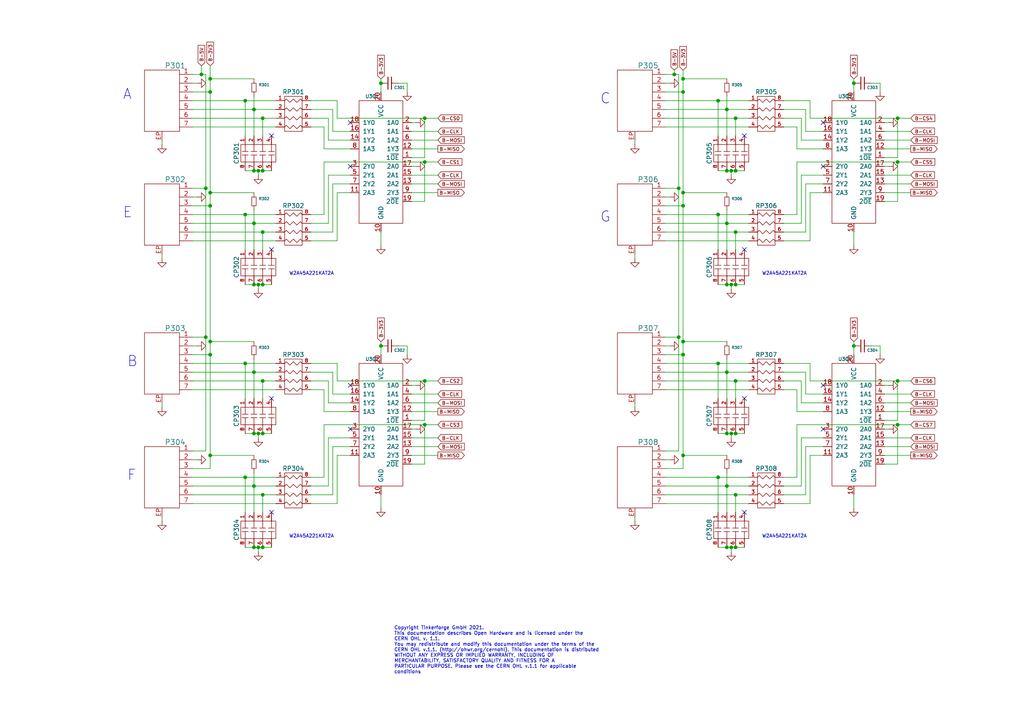
<source format=kicad_sch>
(kicad_sch (version 20211123) (generator eeschema)

  (uuid ada80f43-67d8-4226-85f0-ca261791ee58)

  (paper "A4")

  (title_block
    (title "HAT Brick")
    (date "2021-10-04")
    (rev "1.7")
    (company "Tinkerforge GmbH")
    (comment 1 "Licensed under CERN OHL v.1.1")
    (comment 2 "Copyright (©) 2021, B.Nordmeyer <bastian@tinkerforge.com>")
  )

  (lib_symbols
    (symbol "tinkerforge:74AHC244_SPEC" (pin_names (offset 1.016)) (in_bom yes) (on_board yes)
      (property "Reference" "U" (id 0) (at 2.54 19.05 0)
        (effects (font (size 0.9906 0.9906)))
      )
      (property "Value" "74AHC244_SPEC" (id 1) (at 6.35 -19.05 0)
        (effects (font (size 0.9906 0.9906)))
      )
      (property "Footprint" "" (id 2) (at 0 0 0)
        (effects (font (size 0.9906 0.9906)) hide)
      )
      (property "Datasheet" "" (id 3) (at 0 0 0)
        (effects (font (size 0.9906 0.9906)) hide)
      )
      (symbol "74AHC244_SPEC_0_1"
        (rectangle (start -6.35 17.78) (end 6.35 -17.78)
          (stroke (width 0) (type default) (color 0 0 0 0))
          (fill (type none))
        )
      )
      (symbol "74AHC244_SPEC_1_1"
        (pin passive line (at -8.89 1.27 0) (length 2.54)
          (name "1~{OE}" (effects (font (size 1.27 1.27))))
          (number "1" (effects (font (size 1.27 1.27))))
        )
        (pin passive line (at 0 -20.32 90) (length 2.54)
          (name "GND" (effects (font (size 1.27 1.27))))
          (number "10" (effects (font (size 1.27 1.27))))
        )
        (pin passive line (at 8.89 -8.89 180) (length 2.54)
          (name "2A3" (effects (font (size 1.27 1.27))))
          (number "11" (effects (font (size 1.27 1.27))))
        )
        (pin passive line (at -8.89 3.81 0) (length 2.54)
          (name "1Y3" (effects (font (size 1.27 1.27))))
          (number "12" (effects (font (size 1.27 1.27))))
        )
        (pin passive line (at -8.89 -6.35 0) (length 2.54)
          (name "2A2" (effects (font (size 1.27 1.27))))
          (number "13" (effects (font (size 1.27 1.27))))
        )
        (pin passive line (at 8.89 6.35 180) (length 2.54)
          (name "1Y2" (effects (font (size 1.27 1.27))))
          (number "14" (effects (font (size 1.27 1.27))))
        )
        (pin passive line (at -8.89 -3.81 0) (length 2.54)
          (name "2A1" (effects (font (size 1.27 1.27))))
          (number "15" (effects (font (size 1.27 1.27))))
        )
        (pin passive line (at 8.89 8.89 180) (length 2.54)
          (name "1Y1" (effects (font (size 1.27 1.27))))
          (number "16" (effects (font (size 1.27 1.27))))
        )
        (pin passive line (at -8.89 -1.27 0) (length 2.54)
          (name "2A0" (effects (font (size 1.27 1.27))))
          (number "17" (effects (font (size 1.27 1.27))))
        )
        (pin passive line (at 8.89 11.43 180) (length 2.54)
          (name "1Y0" (effects (font (size 1.27 1.27))))
          (number "18" (effects (font (size 1.27 1.27))))
        )
        (pin passive line (at -8.89 -11.43 0) (length 2.54)
          (name "2~{OE}" (effects (font (size 1.27 1.27))))
          (number "19" (effects (font (size 1.27 1.27))))
        )
        (pin passive line (at -8.89 11.43 0) (length 2.54)
          (name "1A0" (effects (font (size 1.27 1.27))))
          (number "2" (effects (font (size 1.27 1.27))))
        )
        (pin passive line (at 0 20.32 270) (length 2.54)
          (name "VCC" (effects (font (size 1.27 1.27))))
          (number "20" (effects (font (size 1.27 1.27))))
        )
        (pin passive line (at 8.89 -1.27 180) (length 2.54)
          (name "2Y0" (effects (font (size 1.27 1.27))))
          (number "3" (effects (font (size 1.27 1.27))))
        )
        (pin passive line (at -8.89 8.89 0) (length 2.54)
          (name "1A1" (effects (font (size 1.27 1.27))))
          (number "4" (effects (font (size 1.27 1.27))))
        )
        (pin passive line (at 8.89 -3.81 180) (length 2.54)
          (name "2Y1" (effects (font (size 1.27 1.27))))
          (number "5" (effects (font (size 1.27 1.27))))
        )
        (pin passive line (at -8.89 6.35 0) (length 2.54)
          (name "1A2" (effects (font (size 1.27 1.27))))
          (number "6" (effects (font (size 1.27 1.27))))
        )
        (pin passive line (at 8.89 -6.35 180) (length 2.54)
          (name "2Y2" (effects (font (size 1.27 1.27))))
          (number "7" (effects (font (size 1.27 1.27))))
        )
        (pin passive line (at 8.89 3.81 180) (length 2.54)
          (name "1A3" (effects (font (size 1.27 1.27))))
          (number "8" (effects (font (size 1.27 1.27))))
        )
        (pin passive line (at -8.89 -8.89 0) (length 2.54)
          (name "2Y3" (effects (font (size 1.27 1.27))))
          (number "9" (effects (font (size 1.27 1.27))))
        )
      )
    )
    (symbol "tinkerforge:CON-SENSOR2" (pin_names (offset 1.016)) (in_bom yes) (on_board yes)
      (property "Reference" "P" (id 0) (at -3.81 10.16 0)
        (effects (font (size 1.524 1.524)))
      )
      (property "Value" "CON-SENSOR2" (id 1) (at 3.81 0 90)
        (effects (font (size 1.524 1.524)))
      )
      (property "Footprint" "" (id 2) (at 2.54 -3.81 0)
        (effects (font (size 1.524 1.524)))
      )
      (property "Datasheet" "" (id 3) (at 2.54 -3.81 0)
        (effects (font (size 1.524 1.524)))
      )
      (property "ki_fp_filters" "CON-SENSOR2" (id 4) (at 0 0 0)
        (effects (font (size 1.27 1.27)) hide)
      )
      (symbol "CON-SENSOR2_0_1"
        (rectangle (start -5.08 8.89) (end 5.08 -8.89)
          (stroke (width 0) (type default) (color 0 0 0 0))
          (fill (type none))
        )
      )
      (symbol "CON-SENSOR2_1_1"
        (pin passive line (at -8.89 7.62 0) (length 3.81)
          (name "~" (effects (font (size 1.27 1.27))))
          (number "1" (effects (font (size 1.27 1.27))))
        )
        (pin passive line (at -8.89 5.08 0) (length 3.81)
          (name "~" (effects (font (size 1.27 1.27))))
          (number "2" (effects (font (size 1.27 1.27))))
        )
        (pin passive line (at -8.89 2.54 0) (length 3.81)
          (name "~" (effects (font (size 1.27 1.27))))
          (number "3" (effects (font (size 1.27 1.27))))
        )
        (pin passive line (at -8.89 0 0) (length 3.81)
          (name "~" (effects (font (size 1.27 1.27))))
          (number "4" (effects (font (size 1.27 1.27))))
        )
        (pin passive line (at -8.89 -2.54 0) (length 3.81)
          (name "~" (effects (font (size 1.27 1.27))))
          (number "5" (effects (font (size 1.27 1.27))))
        )
        (pin passive line (at -8.89 -5.08 0) (length 3.81)
          (name "~" (effects (font (size 1.27 1.27))))
          (number "6" (effects (font (size 1.27 1.27))))
        )
        (pin passive line (at -8.89 -7.62 0) (length 3.81)
          (name "~" (effects (font (size 1.27 1.27))))
          (number "7" (effects (font (size 1.27 1.27))))
        )
        (pin passive line (at 0 -11.43 90) (length 2.54)
          (name "~" (effects (font (size 1.27 1.27))))
          (number "EP" (effects (font (size 1.27 1.27))))
        )
      )
    )
    (symbol "tinkerforge:C_PACK4" (pin_names hide) (in_bom yes) (on_board yes)
      (property "Reference" "CP" (id 0) (at 0 11.43 0)
        (effects (font (size 1.27 1.27)))
      )
      (property "Value" "C_PACK4" (id 1) (at 0 -1.27 0)
        (effects (font (size 1.27 1.27)))
      )
      (property "Footprint" "" (id 2) (at 0 0 0)
        (effects (font (size 1.27 1.27)))
      )
      (property "Datasheet" "" (id 3) (at 0 0 0)
        (effects (font (size 1.27 1.27)))
      )
      (property "ki_keywords" "R DEV" (id 4) (at 0 0 0)
        (effects (font (size 1.27 1.27)) hide)
      )
      (property "ki_description" "4 resistors Pack" (id 5) (at 0 0 0)
        (effects (font (size 1.27 1.27)) hide)
      )
      (symbol "C_PACK4_0_1"
        (polyline
          (pts
            (xy -2.54 6.35)
            (xy -0.508 6.35)
          )
          (stroke (width 0) (type default) (color 0 0 0 0))
          (fill (type none))
        )
        (polyline
          (pts
            (xy -0.508 1.27)
            (xy -2.54 1.27)
          )
          (stroke (width 0) (type default) (color 0 0 0 0))
          (fill (type none))
        )
        (polyline
          (pts
            (xy -0.508 2.159)
            (xy -0.508 0.381)
          )
          (stroke (width 0) (type default) (color 0 0 0 0))
          (fill (type none))
        )
        (polyline
          (pts
            (xy -0.508 3.81)
            (xy -2.54 3.81)
          )
          (stroke (width 0) (type default) (color 0 0 0 0))
          (fill (type none))
        )
        (polyline
          (pts
            (xy -0.508 4.699)
            (xy -0.508 2.921)
          )
          (stroke (width 0) (type default) (color 0 0 0 0))
          (fill (type none))
        )
        (polyline
          (pts
            (xy -0.508 7.239)
            (xy -0.508 5.461)
          )
          (stroke (width 0) (type default) (color 0 0 0 0))
          (fill (type none))
        )
        (polyline
          (pts
            (xy -0.508 8.89)
            (xy -2.54 8.89)
          )
          (stroke (width 0) (type default) (color 0 0 0 0))
          (fill (type none))
        )
        (polyline
          (pts
            (xy -0.508 9.779)
            (xy -0.508 8.001)
          )
          (stroke (width 0) (type default) (color 0 0 0 0))
          (fill (type none))
        )
        (polyline
          (pts
            (xy 0.508 2.159)
            (xy 0.508 0.381)
          )
          (stroke (width 0) (type default) (color 0 0 0 0))
          (fill (type none))
        )
        (polyline
          (pts
            (xy 0.508 3.81)
            (xy 2.54 3.81)
          )
          (stroke (width 0) (type default) (color 0 0 0 0))
          (fill (type none))
        )
        (polyline
          (pts
            (xy 0.508 4.699)
            (xy 0.508 2.921)
          )
          (stroke (width 0) (type default) (color 0 0 0 0))
          (fill (type none))
        )
        (polyline
          (pts
            (xy 0.508 6.35)
            (xy 2.54 6.35)
          )
          (stroke (width 0) (type default) (color 0 0 0 0))
          (fill (type none))
        )
        (polyline
          (pts
            (xy 0.508 7.239)
            (xy 0.508 5.461)
          )
          (stroke (width 0) (type default) (color 0 0 0 0))
          (fill (type none))
        )
        (polyline
          (pts
            (xy 0.508 9.779)
            (xy 0.508 8.001)
          )
          (stroke (width 0) (type default) (color 0 0 0 0))
          (fill (type none))
        )
        (polyline
          (pts
            (xy 2.54 1.27)
            (xy 0.508 1.27)
          )
          (stroke (width 0) (type default) (color 0 0 0 0))
          (fill (type none))
        )
        (polyline
          (pts
            (xy 2.54 8.89)
            (xy 0.508 8.89)
          )
          (stroke (width 0) (type default) (color 0 0 0 0))
          (fill (type none))
        )
        (polyline
          (pts
            (xy -2.54 10.16)
            (xy -2.54 0)
            (xy 2.54 0)
            (xy 2.54 10.16)
            (xy -2.54 10.16)
          )
          (stroke (width 0) (type default) (color 0 0 0 0))
          (fill (type none))
        )
      )
      (symbol "C_PACK4_1_1"
        (pin passive line (at -5.08 8.89 0) (length 2.54)
          (name "P1" (effects (font (size 1.016 1.016))))
          (number "1" (effects (font (size 1.016 1.016))))
        )
        (pin passive line (at -5.08 6.35 0) (length 2.54)
          (name "P2" (effects (font (size 1.016 1.016))))
          (number "2" (effects (font (size 1.016 1.016))))
        )
        (pin passive line (at -5.08 3.81 0) (length 2.54)
          (name "P3" (effects (font (size 1.016 1.016))))
          (number "3" (effects (font (size 1.016 1.016))))
        )
        (pin passive line (at -5.08 1.27 0) (length 2.54)
          (name "P4" (effects (font (size 1.016 1.016))))
          (number "4" (effects (font (size 1.016 1.016))))
        )
        (pin passive line (at 5.08 1.27 180) (length 2.54)
          (name "R4" (effects (font (size 1.016 1.016))))
          (number "5" (effects (font (size 1.016 1.016))))
        )
        (pin passive line (at 5.08 3.81 180) (length 2.54)
          (name "R3" (effects (font (size 1.016 1.016))))
          (number "6" (effects (font (size 1.016 1.016))))
        )
        (pin passive line (at 5.08 6.35 180) (length 2.54)
          (name "R2" (effects (font (size 1.016 1.016))))
          (number "7" (effects (font (size 1.016 1.016))))
        )
        (pin passive line (at 5.08 8.89 180) (length 2.54)
          (name "R1" (effects (font (size 1.016 1.016))))
          (number "8" (effects (font (size 1.016 1.016))))
        )
      )
    )
    (symbol "tinkerforge:Cs" (pin_numbers hide) (pin_names (offset 0.254)) (in_bom yes) (on_board yes)
      (property "Reference" "C" (id 0) (at 0.635 1.905 0)
        (effects (font (size 0.7874 0.7874)) (justify left))
      )
      (property "Value" "Cs" (id 1) (at 0.635 -1.905 0)
        (effects (font (size 0.7874 0.7874)) (justify left))
      )
      (property "Footprint" "" (id 2) (at 0 0 0)
        (effects (font (size 1.524 1.524)))
      )
      (property "Datasheet" "" (id 3) (at 0 0 0)
        (effects (font (size 1.524 1.524)))
      )
      (property "ki_fp_filters" "SM* C? C1-1" (id 4) (at 0 0 0)
        (effects (font (size 1.27 1.27)) hide)
      )
      (symbol "Cs_0_1"
        (polyline
          (pts
            (xy -1.778 -0.508)
            (xy 1.778 -0.508)
          )
          (stroke (width 0.254) (type default) (color 0 0 0 0))
          (fill (type none))
        )
        (polyline
          (pts
            (xy -1.778 0.508)
            (xy 1.778 0.508)
          )
          (stroke (width 0.254) (type default) (color 0 0 0 0))
          (fill (type none))
        )
      )
      (symbol "Cs_1_1"
        (pin passive line (at 0 2.54 270) (length 2.0066)
          (name "~" (effects (font (size 1.016 1.016))))
          (number "1" (effects (font (size 1.016 1.016))))
        )
        (pin passive line (at 0 -2.54 90) (length 2.0066)
          (name "~" (effects (font (size 1.016 1.016))))
          (number "2" (effects (font (size 1.016 1.016))))
        )
      )
    )
    (symbol "tinkerforge:GND" (power) (pin_names (offset 0)) (in_bom yes) (on_board yes)
      (property "Reference" "#PWR" (id 0) (at 0 -6.35 0)
        (effects (font (size 1.27 1.27)) hide)
      )
      (property "Value" "GND" (id 1) (at 0 -5.08 0)
        (effects (font (size 1.27 1.27)))
      )
      (property "Footprint" "" (id 2) (at 0 0 0)
        (effects (font (size 1.27 1.27)))
      )
      (property "Datasheet" "" (id 3) (at 0 0 0)
        (effects (font (size 1.27 1.27)))
      )
      (symbol "GND_0_1"
        (polyline
          (pts
            (xy 0 0)
            (xy 0 -1.27)
            (xy 1.27 -1.27)
            (xy 0 -2.54)
            (xy -1.27 -1.27)
            (xy 0 -1.27)
          )
          (stroke (width 0) (type default) (color 0 0 0 0))
          (fill (type none))
        )
      )
      (symbol "GND_1_1"
        (pin power_in line (at 0 0 270) (length 0) hide
          (name "GND" (effects (font (size 1.27 1.27))))
          (number "1" (effects (font (size 1.27 1.27))))
        )
      )
    )
    (symbol "tinkerforge:R_PACK4" (pin_names hide) (in_bom yes) (on_board yes)
      (property "Reference" "RP" (id 0) (at 0 11.43 0)
        (effects (font (size 1.27 1.27)))
      )
      (property "Value" "R_PACK4" (id 1) (at 0 -1.27 0)
        (effects (font (size 1.27 1.27)))
      )
      (property "Footprint" "" (id 2) (at 0 0 0)
        (effects (font (size 1.27 1.27)))
      )
      (property "Datasheet" "" (id 3) (at 0 0 0)
        (effects (font (size 1.27 1.27)))
      )
      (property "ki_keywords" "R DEV" (id 4) (at 0 0 0)
        (effects (font (size 1.27 1.27)) hide)
      )
      (property "ki_description" "4 resistors Pack" (id 5) (at 0 0 0)
        (effects (font (size 1.27 1.27)) hide)
      )
      (symbol "R_PACK4_0_1"
        (polyline
          (pts
            (xy -2.54 10.16)
            (xy -2.54 0)
            (xy 2.54 0)
            (xy 2.54 10.16)
            (xy -2.54 10.16)
          )
          (stroke (width 0) (type default) (color 0 0 0 0))
          (fill (type none))
        )
        (polyline
          (pts
            (xy -2.54 1.27)
            (xy -2.032 1.778)
            (xy -1.016 0.762)
            (xy 0 1.778)
            (xy 1.016 0.762)
            (xy 2.032 1.778)
            (xy 2.54 1.27)
          )
          (stroke (width 0) (type default) (color 0 0 0 0))
          (fill (type none))
        )
        (polyline
          (pts
            (xy -2.54 3.81)
            (xy -2.032 4.318)
            (xy -1.016 3.302)
            (xy 0 4.318)
            (xy 1.016 3.302)
            (xy 2.032 4.318)
            (xy 2.54 3.81)
          )
          (stroke (width 0) (type default) (color 0 0 0 0))
          (fill (type none))
        )
        (polyline
          (pts
            (xy -2.54 6.35)
            (xy -2.032 6.858)
            (xy -1.016 5.842)
            (xy 0 6.858)
            (xy 1.016 5.842)
            (xy 2.032 6.858)
            (xy 2.54 6.35)
          )
          (stroke (width 0) (type default) (color 0 0 0 0))
          (fill (type none))
        )
        (polyline
          (pts
            (xy -2.54 8.89)
            (xy -2.032 9.398)
            (xy -1.016 8.382)
            (xy 0 9.398)
            (xy 1.016 8.382)
            (xy 2.032 9.398)
            (xy 2.54 8.89)
          )
          (stroke (width 0) (type default) (color 0 0 0 0))
          (fill (type none))
        )
      )
      (symbol "R_PACK4_1_1"
        (pin passive line (at -5.08 8.89 0) (length 2.54)
          (name "P1" (effects (font (size 1.016 1.016))))
          (number "1" (effects (font (size 1.016 1.016))))
        )
        (pin passive line (at -5.08 6.35 0) (length 2.54)
          (name "P2" (effects (font (size 1.016 1.016))))
          (number "2" (effects (font (size 1.016 1.016))))
        )
        (pin passive line (at -5.08 3.81 0) (length 2.54)
          (name "P3" (effects (font (size 1.016 1.016))))
          (number "3" (effects (font (size 1.016 1.016))))
        )
        (pin passive line (at -5.08 1.27 0) (length 2.54)
          (name "P4" (effects (font (size 1.016 1.016))))
          (number "4" (effects (font (size 1.016 1.016))))
        )
        (pin passive line (at 5.08 1.27 180) (length 2.54)
          (name "R4" (effects (font (size 1.016 1.016))))
          (number "5" (effects (font (size 1.016 1.016))))
        )
        (pin passive line (at 5.08 3.81 180) (length 2.54)
          (name "R3" (effects (font (size 1.016 1.016))))
          (number "6" (effects (font (size 1.016 1.016))))
        )
        (pin passive line (at 5.08 6.35 180) (length 2.54)
          (name "R2" (effects (font (size 1.016 1.016))))
          (number "7" (effects (font (size 1.016 1.016))))
        )
        (pin passive line (at 5.08 8.89 180) (length 2.54)
          (name "R1" (effects (font (size 1.016 1.016))))
          (number "8" (effects (font (size 1.016 1.016))))
        )
      )
    )
    (symbol "tinkerforge:Rs" (pin_numbers hide) (pin_names (offset 0)) (in_bom yes) (on_board yes)
      (property "Reference" "R" (id 0) (at 1.27 0 90)
        (effects (font (size 0.7874 0.7874)))
      )
      (property "Value" "Rs" (id 1) (at 0 0 90)
        (effects (font (size 0.7874 0.7874)))
      )
      (property "Footprint" "" (id 2) (at 0 0 0)
        (effects (font (size 1.524 1.524)))
      )
      (property "Datasheet" "" (id 3) (at 0 0 0)
        (effects (font (size 1.524 1.524)))
      )
      (property "ki_fp_filters" "R? SM0603 SM0805 R?-*" (id 4) (at 0 0 0)
        (effects (font (size 1.27 1.27)) hide)
      )
      (symbol "Rs_0_1"
        (rectangle (start -0.635 1.27) (end 0.635 -1.27)
          (stroke (width 0) (type default) (color 0 0 0 0))
          (fill (type none))
        )
      )
      (symbol "Rs_1_1"
        (pin passive line (at 0 2.54 270) (length 1.27)
          (name "~" (effects (font (size 1.524 1.524))))
          (number "1" (effects (font (size 1.524 1.524))))
        )
        (pin passive line (at 0 -2.54 90) (length 1.27)
          (name "~" (effects (font (size 1.524 1.524))))
          (number "2" (effects (font (size 1.524 1.524))))
        )
      )
    )
  )

  (junction (at 213.36 67.31) (diameter 0) (color 0 0 0 0)
    (uuid 015eae2e-0319-4953-b649-48c97dcf3345)
  )
  (junction (at 208.28 105.41) (diameter 0) (color 0 0 0 0)
    (uuid 03348249-71b0-4228-aab7-e5811e667d38)
  )
  (junction (at 60.96 59.69) (diameter 0) (color 0 0 0 0)
    (uuid 0362ab66-9c6d-45ab-8734-842d3ce27ef6)
  )
  (junction (at 260.35 110.49) (diameter 0) (color 0 0 0 0)
    (uuid 09181055-0f06-4c7c-9895-4bcc51a49505)
  )
  (junction (at 73.66 158.75) (diameter 0) (color 0 0 0 0)
    (uuid 0ac703ed-e1e8-4b90-8663-7108f332d80a)
  )
  (junction (at 71.12 62.23) (diameter 0) (color 0 0 0 0)
    (uuid 0ad26cef-469c-4365-b663-2e7c778856f4)
  )
  (junction (at 210.82 64.77) (diameter 0) (color 0 0 0 0)
    (uuid 0c3f286a-c4d1-4de0-9bd4-c1a9da148ed1)
  )
  (junction (at 208.28 62.23) (diameter 0) (color 0 0 0 0)
    (uuid 0c9704b6-e94e-41fb-820a-806f36b3fb80)
  )
  (junction (at 74.93 82.55) (diameter 0) (color 0 0 0 0)
    (uuid 0d16bcf8-8295-41b4-9a2c-12d5e3afcfc2)
  )
  (junction (at 110.49 24.13) (diameter 0) (color 0 0 0 0)
    (uuid 14e24aa1-ba93-4d44-ba6f-50067b03bf49)
  )
  (junction (at 198.12 132.08) (diameter 0) (color 0 0 0 0)
    (uuid 17cd7024-fd92-4b48-b9cc-8983d5cd9e96)
  )
  (junction (at 196.85 54.61) (diameter 0) (color 0 0 0 0)
    (uuid 19250af0-24e4-410a-88d7-a418edf168ae)
  )
  (junction (at 73.66 31.75) (diameter 0) (color 0 0 0 0)
    (uuid 19ef5b46-78cc-4cb8-9896-587372dce182)
  )
  (junction (at 212.09 158.75) (diameter 0) (color 0 0 0 0)
    (uuid 1ac1bbed-0712-40f8-bead-582ae31c7e50)
  )
  (junction (at 76.2 143.51) (diameter 0) (color 0 0 0 0)
    (uuid 1b02b4de-bf32-4301-b16d-3bb82f04718a)
  )
  (junction (at 76.2 158.75) (diameter 0) (color 0 0 0 0)
    (uuid 1d7691ae-ff52-4a9c-a30d-acb20293bdf1)
  )
  (junction (at 210.82 125.73) (diameter 0) (color 0 0 0 0)
    (uuid 24145d4c-1110-4075-896c-58b39c47a733)
  )
  (junction (at 76.2 49.53) (diameter 0) (color 0 0 0 0)
    (uuid 25bb6be7-97e1-417d-a875-871a26b377da)
  )
  (junction (at 195.58 21.59) (diameter 0) (color 0 0 0 0)
    (uuid 2ef5927d-dfdd-4956-ac07-1e918be87b9a)
  )
  (junction (at 110.49 100.33) (diameter 0) (color 0 0 0 0)
    (uuid 35374195-61cd-432c-a0e2-66bfdc0c41ff)
  )
  (junction (at 74.93 49.53) (diameter 0) (color 0 0 0 0)
    (uuid 35edf895-9505-461d-8759-a13b538ba9d9)
  )
  (junction (at 260.35 46.99) (diameter 0) (color 0 0 0 0)
    (uuid 36cc43a5-4c85-4f5a-a88b-86969c0701de)
  )
  (junction (at 76.2 82.55) (diameter 0) (color 0 0 0 0)
    (uuid 38cb8d59-a3f9-4925-9ff6-186abc474034)
  )
  (junction (at 213.36 125.73) (diameter 0) (color 0 0 0 0)
    (uuid 3948ade2-166a-492f-989e-f37f78232cfb)
  )
  (junction (at 196.85 97.79) (diameter 0) (color 0 0 0 0)
    (uuid 3e5c758c-3522-424e-89aa-4c8e273e7959)
  )
  (junction (at 210.82 107.95) (diameter 0) (color 0 0 0 0)
    (uuid 3f7e4e57-9c12-49e3-9988-eeb3f96b5b12)
  )
  (junction (at 123.19 110.49) (diameter 0) (color 0 0 0 0)
    (uuid 480bc629-b3c1-4ed6-b443-6673495170e1)
  )
  (junction (at 210.82 31.75) (diameter 0) (color 0 0 0 0)
    (uuid 49888de3-fc79-4804-b6ca-9770936ea724)
  )
  (junction (at 74.93 158.75) (diameter 0) (color 0 0 0 0)
    (uuid 49b0ff01-449a-4219-9d65-06f9d4944a9a)
  )
  (junction (at 71.12 29.21) (diameter 0) (color 0 0 0 0)
    (uuid 4cfead4d-d064-42b8-b2e1-ab64b3109b34)
  )
  (junction (at 74.93 125.73) (diameter 0) (color 0 0 0 0)
    (uuid 4d147413-c87c-4730-9d87-20c3f59d2763)
  )
  (junction (at 247.65 100.33) (diameter 0) (color 0 0 0 0)
    (uuid 4d17216f-f37c-4306-981a-b4c47c7d310c)
  )
  (junction (at 260.35 34.29) (diameter 0) (color 0 0 0 0)
    (uuid 4f6c2eb6-4a37-4698-9be4-145ed0c916f0)
  )
  (junction (at 73.66 125.73) (diameter 0) (color 0 0 0 0)
    (uuid 54afe58f-4c27-4c3f-8f5e-b186e0a615be)
  )
  (junction (at 212.09 125.73) (diameter 0) (color 0 0 0 0)
    (uuid 55cd7ec9-f29f-4987-aa19-300fb0754e49)
  )
  (junction (at 213.36 82.55) (diameter 0) (color 0 0 0 0)
    (uuid 584ffe7a-c00b-4c06-8228-948a098a211f)
  )
  (junction (at 210.82 140.97) (diameter 0) (color 0 0 0 0)
    (uuid 5df91148-65ca-4c3b-94e7-0a8ed6186b4d)
  )
  (junction (at 213.36 143.51) (diameter 0) (color 0 0 0 0)
    (uuid 5f51dd3d-247f-4cac-a8b0-9d16cc050b49)
  )
  (junction (at 71.12 105.41) (diameter 0) (color 0 0 0 0)
    (uuid 624f1fc6-ea30-4ac4-879e-e48485a52d17)
  )
  (junction (at 212.09 82.55) (diameter 0) (color 0 0 0 0)
    (uuid 6726b076-717d-450e-ab52-92541feae142)
  )
  (junction (at 59.69 97.79) (diameter 0) (color 0 0 0 0)
    (uuid 856e4674-1eec-45c8-b922-2309b8708890)
  )
  (junction (at 60.96 132.08) (diameter 0) (color 0 0 0 0)
    (uuid 87a700ad-bfd8-4465-9d63-e46b6470df99)
  )
  (junction (at 73.66 107.95) (diameter 0) (color 0 0 0 0)
    (uuid 8b792684-25e8-41b2-adcc-ce4641f4b5d9)
  )
  (junction (at 208.28 29.21) (diameter 0) (color 0 0 0 0)
    (uuid 957573ec-418f-44cd-a9d9-3d117050f13e)
  )
  (junction (at 198.12 55.88) (diameter 0) (color 0 0 0 0)
    (uuid 988d1f23-7198-42c7-9a86-cf6a06313d1c)
  )
  (junction (at 76.2 34.29) (diameter 0) (color 0 0 0 0)
    (uuid 98dcea71-3179-4b39-95cc-d8c4b9bbe12f)
  )
  (junction (at 210.82 49.53) (diameter 0) (color 0 0 0 0)
    (uuid a2e20587-678a-4899-adc0-3c6791ade307)
  )
  (junction (at 198.12 102.87) (diameter 0) (color 0 0 0 0)
    (uuid a46f97ec-dbe1-40fe-b865-b3fd3752e3e5)
  )
  (junction (at 58.42 21.59) (diameter 0) (color 0 0 0 0)
    (uuid a9a2f416-3c47-4487-8f93-4ab0bd43f72c)
  )
  (junction (at 76.2 125.73) (diameter 0) (color 0 0 0 0)
    (uuid aa72a345-dfcf-4dc3-a58b-90bc17eb8af5)
  )
  (junction (at 210.82 158.75) (diameter 0) (color 0 0 0 0)
    (uuid ac94a1fb-0452-44d9-bde3-4476a3a11831)
  )
  (junction (at 60.96 22.86) (diameter 0) (color 0 0 0 0)
    (uuid accd7fc8-fa40-4525-b7de-b22b065dbf11)
  )
  (junction (at 213.36 110.49) (diameter 0) (color 0 0 0 0)
    (uuid aefeb8d8-a9dc-4c2f-8c20-42d03cf7cd7f)
  )
  (junction (at 123.19 123.19) (diameter 0) (color 0 0 0 0)
    (uuid af921e0d-9b0e-48d3-b7dd-477237838db9)
  )
  (junction (at 260.35 123.19) (diameter 0) (color 0 0 0 0)
    (uuid afd4a216-0e1b-49b6-a68b-a281c21dfb54)
  )
  (junction (at 73.66 82.55) (diameter 0) (color 0 0 0 0)
    (uuid b582acff-f3da-4903-839b-93f9f027a6b4)
  )
  (junction (at 123.19 46.99) (diameter 0) (color 0 0 0 0)
    (uuid bf6bc683-aada-483e-ad23-dba1509d7be6)
  )
  (junction (at 213.36 49.53) (diameter 0) (color 0 0 0 0)
    (uuid c5ff16d1-9a8a-494c-bf01-38303ac63e74)
  )
  (junction (at 198.12 22.86) (diameter 0) (color 0 0 0 0)
    (uuid c6a56a66-e326-49a3-9b5c-89325c3f2768)
  )
  (junction (at 198.12 99.06) (diameter 0) (color 0 0 0 0)
    (uuid cd180b98-6cc4-499d-b6e0-b2afeae9447a)
  )
  (junction (at 73.66 64.77) (diameter 0) (color 0 0 0 0)
    (uuid d1d7e188-87c4-4f1f-903b-8c3ee02916a4)
  )
  (junction (at 73.66 140.97) (diameter 0) (color 0 0 0 0)
    (uuid d1ef388c-ff8e-49ee-92ba-f755fe97d6bd)
  )
  (junction (at 198.12 26.67) (diameter 0) (color 0 0 0 0)
    (uuid d2aed82f-5ff7-4adf-923a-c5b1ceed009e)
  )
  (junction (at 60.96 26.67) (diameter 0) (color 0 0 0 0)
    (uuid d5416cf3-434e-499f-8633-ec00ac4effef)
  )
  (junction (at 213.36 34.29) (diameter 0) (color 0 0 0 0)
    (uuid e0eabf16-dc4e-4be2-ae6c-8c1fd85050fc)
  )
  (junction (at 59.69 54.61) (diameter 0) (color 0 0 0 0)
    (uuid e0f29b5f-5786-45b4-a2fc-c544be5cbb81)
  )
  (junction (at 76.2 67.31) (diameter 0) (color 0 0 0 0)
    (uuid e70a2114-242a-420a-bf6e-d183c8785acc)
  )
  (junction (at 213.36 158.75) (diameter 0) (color 0 0 0 0)
    (uuid e819a799-44b9-4bdc-b446-dc359634a771)
  )
  (junction (at 208.28 138.43) (diameter 0) (color 0 0 0 0)
    (uuid e9c0f234-057f-4cc8-b5bc-1f26d2525834)
  )
  (junction (at 60.96 99.06) (diameter 0) (color 0 0 0 0)
    (uuid eeb96fed-25db-46bb-b393-71d460b1dba2)
  )
  (junction (at 123.19 34.29) (diameter 0) (color 0 0 0 0)
    (uuid f0566424-e054-4d4f-aafc-9c50b0b5cf72)
  )
  (junction (at 198.12 59.69) (diameter 0) (color 0 0 0 0)
    (uuid f1f26ac9-96a1-42aa-8d7c-fb812128bdc9)
  )
  (junction (at 76.2 110.49) (diameter 0) (color 0 0 0 0)
    (uuid f2ccd74f-25f2-4d6b-ab03-cdc41ce41034)
  )
  (junction (at 247.65 24.13) (diameter 0) (color 0 0 0 0)
    (uuid f39e31cf-0e9c-4408-b515-d389ecc2a5c3)
  )
  (junction (at 71.12 138.43) (diameter 0) (color 0 0 0 0)
    (uuid f5015cbe-7207-4740-923b-9fd01a89ea3e)
  )
  (junction (at 60.96 55.88) (diameter 0) (color 0 0 0 0)
    (uuid f51fa61d-9f61-4260-8339-80ffea679760)
  )
  (junction (at 73.66 49.53) (diameter 0) (color 0 0 0 0)
    (uuid f7eff67f-bb2f-46ae-a182-aa057c869b06)
  )
  (junction (at 60.96 102.87) (diameter 0) (color 0 0 0 0)
    (uuid fb21e289-0113-4744-9964-bf1540f9058d)
  )
  (junction (at 210.82 82.55) (diameter 0) (color 0 0 0 0)
    (uuid fe9bd37e-f14e-4b21-804b-d97526b8da2b)
  )
  (junction (at 212.09 49.53) (diameter 0) (color 0 0 0 0)
    (uuid ffa4e8d0-8fa1-422b-94cf-bdb41517c140)
  )

  (no_connect (at 215.9 39.37) (uuid 1215866a-dcbe-4b54-9d3c-a3358c0b07e7))
  (no_connect (at 78.74 115.57) (uuid 230b3495-d69b-4949-bb54-8fab702e2c02))
  (no_connect (at 78.74 148.59) (uuid 41d94e82-11eb-4072-a3a3-06ba57d39522))
  (no_connect (at 215.9 115.57) (uuid 4d835a57-a49a-4557-8b4d-535417088c8c))
  (no_connect (at 101.6 35.56) (uuid 5dbfb0c3-6768-45a8-9d36-aea7dc93f427))
  (no_connect (at 101.6 124.46) (uuid 5deb38ab-6e8f-4e51-ba3f-b3ddbfed3d46))
  (no_connect (at 238.76 48.26) (uuid 7bc4ed99-fb28-418f-8616-78ee8d7b0787))
  (no_connect (at 238.76 35.56) (uuid 7f0efa37-0b3b-4f78-b8bc-d7baa3c5b00b))
  (no_connect (at 215.9 72.39) (uuid 80687776-25c9-403c-b060-31e5460e0a8a))
  (no_connect (at 78.74 72.39) (uuid 9a2a7ad6-6168-4aae-ba15-cd3e091795c0))
  (no_connect (at 238.76 111.76) (uuid bb8a2810-4361-495a-b0d3-515e17309bf8))
  (no_connect (at 78.74 39.37) (uuid d220dc3a-98da-4357-b6b3-cc34df9d95e2))
  (no_connect (at 238.76 124.46) (uuid d245c3e7-dad0-4fe3-97b9-cbf8fb078c0e))
  (no_connect (at 101.6 48.26) (uuid d662c00a-1983-4198-9964-05a3b2a4100c))
  (no_connect (at 101.6 111.76) (uuid dc48fa3e-0ee5-4525-a482-5600fb1dc58a))
  (no_connect (at 215.9 148.59) (uuid ec175dbd-0e85-4d3d-b4ad-c4cc06326267))

  (wire (pts (xy 60.96 55.88) (xy 60.96 59.69))
    (stroke (width 0) (type default) (color 0 0 0 0))
    (uuid 007b0572-b4b1-473d-a557-5904f8c593c2)
  )
  (wire (pts (xy 97.79 105.41) (xy 97.79 110.49))
    (stroke (width 0) (type default) (color 0 0 0 0))
    (uuid 01e05798-66b2-4928-93a2-abf76700798c)
  )
  (wire (pts (xy 71.12 29.21) (xy 80.01 29.21))
    (stroke (width 0) (type default) (color 0 0 0 0))
    (uuid 0670ee06-0ddf-4ce8-beca-2a1ed26ee47c)
  )
  (wire (pts (xy 198.12 135.89) (xy 198.12 132.08))
    (stroke (width 0) (type default) (color 0 0 0 0))
    (uuid 078bc366-269c-464d-9053-b8a69f0fb700)
  )
  (wire (pts (xy 115.57 24.13) (xy 118.11 24.13))
    (stroke (width 0) (type default) (color 0 0 0 0))
    (uuid 07c24eef-27e7-40b4-b831-ef6d2e80518a)
  )
  (wire (pts (xy 208.28 148.59) (xy 208.28 138.43))
    (stroke (width 0) (type default) (color 0 0 0 0))
    (uuid 088f7156-4370-4220-9cfd-84ac98e98485)
  )
  (wire (pts (xy 76.2 72.39) (xy 76.2 67.31))
    (stroke (width 0) (type default) (color 0 0 0 0))
    (uuid 08ad339d-3b9d-40a4-a311-9b38c6c0cc7c)
  )
  (wire (pts (xy 213.36 143.51) (xy 217.17 143.51))
    (stroke (width 0) (type default) (color 0 0 0 0))
    (uuid 08fa77e7-15f3-44e3-b6b0-72121eab104b)
  )
  (wire (pts (xy 234.95 29.21) (xy 227.33 29.21))
    (stroke (width 0) (type default) (color 0 0 0 0))
    (uuid 09b1e94e-a564-40a5-af32-e0d2ffd90577)
  )
  (wire (pts (xy 59.69 21.59) (xy 59.69 54.61))
    (stroke (width 0) (type default) (color 0 0 0 0))
    (uuid 09e51dd2-9fa4-4872-895e-9407eae9380c)
  )
  (wire (pts (xy 238.76 55.88) (xy 234.95 55.88))
    (stroke (width 0) (type default) (color 0 0 0 0))
    (uuid 0b7afac3-4120-41e7-ae3b-17f8ab14b52b)
  )
  (wire (pts (xy 123.19 46.99) (xy 93.98 46.99))
    (stroke (width 0) (type default) (color 0 0 0 0))
    (uuid 0b9fd082-c601-42c8-a336-981dfaf265c2)
  )
  (wire (pts (xy 123.19 110.49) (xy 127 110.49))
    (stroke (width 0) (type default) (color 0 0 0 0))
    (uuid 0c108df2-8d8f-41b4-8bd9-23055f3c15bf)
  )
  (wire (pts (xy 73.66 72.39) (xy 73.66 64.77))
    (stroke (width 0) (type default) (color 0 0 0 0))
    (uuid 0c1db823-66aa-4fca-8861-68c2298bd5b0)
  )
  (wire (pts (xy 227.33 113.03) (xy 231.14 113.03))
    (stroke (width 0) (type default) (color 0 0 0 0))
    (uuid 0c6c09a6-6342-4589-974e-902254d41f01)
  )
  (wire (pts (xy 73.66 22.86) (xy 60.96 22.86))
    (stroke (width 0) (type default) (color 0 0 0 0))
    (uuid 0d171e7a-ed8b-4607-bc2e-d60de124e3eb)
  )
  (wire (pts (xy 71.12 115.57) (xy 71.12 105.41))
    (stroke (width 0) (type default) (color 0 0 0 0))
    (uuid 10eae2cd-0606-4526-9073-944c912fdc24)
  )
  (wire (pts (xy 76.2 148.59) (xy 76.2 143.51))
    (stroke (width 0) (type default) (color 0 0 0 0))
    (uuid 110852d5-4b9f-4df0-af5a-07d547e9eabd)
  )
  (wire (pts (xy 93.98 62.23) (xy 90.17 62.23))
    (stroke (width 0) (type default) (color 0 0 0 0))
    (uuid 1174fbb7-31fc-4de1-bf92-20dffa03f49b)
  )
  (wire (pts (xy 232.41 140.97) (xy 227.33 140.97))
    (stroke (width 0) (type default) (color 0 0 0 0))
    (uuid 12c566da-041b-4000-ad59-3ce1fec570c0)
  )
  (wire (pts (xy 55.88 67.31) (xy 76.2 67.31))
    (stroke (width 0) (type default) (color 0 0 0 0))
    (uuid 12d05f89-904d-4e8b-a562-dd97521986b2)
  )
  (wire (pts (xy 93.98 113.03) (xy 93.98 119.38))
    (stroke (width 0) (type default) (color 0 0 0 0))
    (uuid 13f0276f-2a55-468a-9587-f006d24c0694)
  )
  (wire (pts (xy 127 129.54) (xy 119.38 129.54))
    (stroke (width 0) (type default) (color 0 0 0 0))
    (uuid 15a6835f-cc26-4673-a4cc-1c727996d25e)
  )
  (wire (pts (xy 234.95 110.49) (xy 260.35 110.49))
    (stroke (width 0) (type default) (color 0 0 0 0))
    (uuid 1758d06c-cc50-462c-be12-11f2c8a9fa63)
  )
  (wire (pts (xy 76.2 125.73) (xy 78.74 125.73))
    (stroke (width 0) (type default) (color 0 0 0 0))
    (uuid 1810ec86-503b-41eb-9c40-381fc748d9b4)
  )
  (wire (pts (xy 119.38 116.84) (xy 127 116.84))
    (stroke (width 0) (type default) (color 0 0 0 0))
    (uuid 1830ea32-ab09-4643-9435-4315ff514d16)
  )
  (wire (pts (xy 252.73 24.13) (xy 255.27 24.13))
    (stroke (width 0) (type default) (color 0 0 0 0))
    (uuid 18466420-a6c7-4970-a97b-dd0b2c02e191)
  )
  (wire (pts (xy 213.36 125.73) (xy 215.9 125.73))
    (stroke (width 0) (type default) (color 0 0 0 0))
    (uuid 195bff0a-141f-4a51-837d-6c9fe858c943)
  )
  (wire (pts (xy 55.88 146.05) (xy 80.01 146.05))
    (stroke (width 0) (type default) (color 0 0 0 0))
    (uuid 1972de66-a1e1-4223-9367-6e8619a476ae)
  )
  (wire (pts (xy 234.95 132.08) (xy 234.95 146.05))
    (stroke (width 0) (type default) (color 0 0 0 0))
    (uuid 19efcad7-e605-401b-b6cc-b21b99a808e0)
  )
  (wire (pts (xy 260.35 58.42) (xy 260.35 46.99))
    (stroke (width 0) (type default) (color 0 0 0 0))
    (uuid 19fa7109-0682-4a14-97ea-493047af906c)
  )
  (wire (pts (xy 213.36 49.53) (xy 215.9 49.53))
    (stroke (width 0) (type default) (color 0 0 0 0))
    (uuid 1a54eb4b-3c11-4940-b70c-8b5b063c5b64)
  )
  (wire (pts (xy 96.52 143.51) (xy 90.17 143.51))
    (stroke (width 0) (type default) (color 0 0 0 0))
    (uuid 1a5d83b0-1df8-4497-997f-3b36818daeee)
  )
  (wire (pts (xy 55.88 110.49) (xy 76.2 110.49))
    (stroke (width 0) (type default) (color 0 0 0 0))
    (uuid 1a63d75f-2e1c-40a2-a653-b11ee2c9d272)
  )
  (wire (pts (xy 210.82 82.55) (xy 212.09 82.55))
    (stroke (width 0) (type default) (color 0 0 0 0))
    (uuid 1c15cfa7-1ca2-43ba-915a-a7cb2621e849)
  )
  (wire (pts (xy 193.04 143.51) (xy 213.36 143.51))
    (stroke (width 0) (type default) (color 0 0 0 0))
    (uuid 1cdc5358-20a0-414b-ae73-dd882bdd3a9d)
  )
  (wire (pts (xy 260.35 45.72) (xy 256.54 45.72))
    (stroke (width 0) (type default) (color 0 0 0 0))
    (uuid 1cff0b4f-be49-47f9-912f-0f8bcecd82a0)
  )
  (wire (pts (xy 208.28 82.55) (xy 210.82 82.55))
    (stroke (width 0) (type default) (color 0 0 0 0))
    (uuid 1d172a09-2820-4a7a-84e1-b8e33372e1a9)
  )
  (wire (pts (xy 96.52 129.54) (xy 96.52 143.51))
    (stroke (width 0) (type default) (color 0 0 0 0))
    (uuid 1e24d7b5-d52b-4df2-9242-39e43c1f6b37)
  )
  (wire (pts (xy 59.69 54.61) (xy 55.88 54.61))
    (stroke (width 0) (type default) (color 0 0 0 0))
    (uuid 1e906ad8-8cf4-4a45-8733-3590b8608eea)
  )
  (wire (pts (xy 119.38 132.08) (xy 127 132.08))
    (stroke (width 0) (type default) (color 0 0 0 0))
    (uuid 1eb023f4-2aeb-4024-b7da-c9a21056cdbb)
  )
  (wire (pts (xy 260.35 110.49) (xy 264.16 110.49))
    (stroke (width 0) (type default) (color 0 0 0 0))
    (uuid 1f2a32b3-c1cd-49bb-aabb-61c122f6c8d4)
  )
  (wire (pts (xy 119.38 50.8) (xy 127 50.8))
    (stroke (width 0) (type default) (color 0 0 0 0))
    (uuid 1f744d61-cbab-4419-9e6a-60dde36d193e)
  )
  (wire (pts (xy 119.38 48.26) (xy 120.65 48.26))
    (stroke (width 0) (type default) (color 0 0 0 0))
    (uuid 1f8f0d75-eec3-4dcb-8a21-ef853c3d20df)
  )
  (wire (pts (xy 232.41 34.29) (xy 227.33 34.29))
    (stroke (width 0) (type default) (color 0 0 0 0))
    (uuid 1fde6c31-9039-44d0-855d-7e26f327bb86)
  )
  (wire (pts (xy 213.36 67.31) (xy 217.17 67.31))
    (stroke (width 0) (type default) (color 0 0 0 0))
    (uuid 22c5c512-336d-405f-b266-0e4973428bda)
  )
  (wire (pts (xy 119.38 35.56) (xy 120.65 35.56))
    (stroke (width 0) (type default) (color 0 0 0 0))
    (uuid 244cbb0d-11f3-41b8-81f0-97af149fafb9)
  )
  (wire (pts (xy 95.25 140.97) (xy 90.17 140.97))
    (stroke (width 0) (type default) (color 0 0 0 0))
    (uuid 24989594-edb4-4657-9dd4-ed8a5b6d9e65)
  )
  (wire (pts (xy 210.82 39.37) (xy 210.82 31.75))
    (stroke (width 0) (type default) (color 0 0 0 0))
    (uuid 24d22672-cb3d-4bcf-a268-0258a6300975)
  )
  (wire (pts (xy 119.38 134.62) (xy 123.19 134.62))
    (stroke (width 0) (type default) (color 0 0 0 0))
    (uuid 24df19c7-8d28-49ef-95bb-cc3983f5bcca)
  )
  (wire (pts (xy 60.96 59.69) (xy 55.88 59.69))
    (stroke (width 0) (type default) (color 0 0 0 0))
    (uuid 253a4675-ae9f-4c65-8231-32b687412967)
  )
  (wire (pts (xy 55.88 64.77) (xy 73.66 64.77))
    (stroke (width 0) (type default) (color 0 0 0 0))
    (uuid 265ea9c6-37f8-42a7-a1a4-67cba9216875)
  )
  (wire (pts (xy 184.15 41.91) (xy 184.15 40.64))
    (stroke (width 0) (type default) (color 0 0 0 0))
    (uuid 26fa5fc6-7e96-452f-8a99-2b56147bf5f8)
  )
  (wire (pts (xy 127 46.99) (xy 123.19 46.99))
    (stroke (width 0) (type default) (color 0 0 0 0))
    (uuid 272caec4-2a45-4eaf-af6c-f37a740e4b85)
  )
  (wire (pts (xy 195.58 20.32) (xy 195.58 21.59))
    (stroke (width 0) (type default) (color 0 0 0 0))
    (uuid 27541cd9-a690-498a-be57-dc3906b69da3)
  )
  (wire (pts (xy 210.82 158.75) (xy 212.09 158.75))
    (stroke (width 0) (type default) (color 0 0 0 0))
    (uuid 27b8a776-6efd-42d2-86e1-be5638528ccb)
  )
  (wire (pts (xy 260.35 123.19) (xy 231.14 123.19))
    (stroke (width 0) (type default) (color 0 0 0 0))
    (uuid 296bcb1c-3be7-426a-beb7-7043cbf52913)
  )
  (wire (pts (xy 247.65 24.13) (xy 247.65 26.67))
    (stroke (width 0) (type default) (color 0 0 0 0))
    (uuid 29ee1b61-4367-4256-afeb-615095385215)
  )
  (wire (pts (xy 238.76 114.3) (xy 233.68 114.3))
    (stroke (width 0) (type default) (color 0 0 0 0))
    (uuid 2a3493d4-bc36-4da4-b16a-6ba7dc3be45b)
  )
  (wire (pts (xy 256.54 124.46) (xy 257.81 124.46))
    (stroke (width 0) (type default) (color 0 0 0 0))
    (uuid 2b3d1b70-961f-4fe9-b38f-7560076fc603)
  )
  (wire (pts (xy 196.85 54.61) (xy 193.04 54.61))
    (stroke (width 0) (type default) (color 0 0 0 0))
    (uuid 2c159ebd-50bc-412a-89e8-553112cda10d)
  )
  (wire (pts (xy 118.11 24.13) (xy 118.11 26.67))
    (stroke (width 0) (type default) (color 0 0 0 0))
    (uuid 2c398d7d-4e80-4850-82ce-1149ab816d18)
  )
  (wire (pts (xy 119.38 43.18) (xy 127 43.18))
    (stroke (width 0) (type default) (color 0 0 0 0))
    (uuid 2c807af7-011f-42b5-a253-6b462affcf6c)
  )
  (wire (pts (xy 76.2 115.57) (xy 76.2 110.49))
    (stroke (width 0) (type default) (color 0 0 0 0))
    (uuid 2c8c37e1-0177-45c7-9493-1065f90cccb2)
  )
  (wire (pts (xy 101.6 50.8) (xy 95.25 50.8))
    (stroke (width 0) (type default) (color 0 0 0 0))
    (uuid 2d524be4-14d7-41f6-94b2-eac53f3cdca0)
  )
  (wire (pts (xy 101.6 114.3) (xy 96.52 114.3))
    (stroke (width 0) (type default) (color 0 0 0 0))
    (uuid 2e406f4c-aee6-421c-ac3d-93c8c6bacf3a)
  )
  (wire (pts (xy 119.38 124.46) (xy 120.65 124.46))
    (stroke (width 0) (type default) (color 0 0 0 0))
    (uuid 2ea4006f-111e-46cf-a900-0b8463fcae65)
  )
  (wire (pts (xy 55.88 69.85) (xy 80.01 69.85))
    (stroke (width 0) (type default) (color 0 0 0 0))
    (uuid 2f3e0dc7-dd37-4f82-8a71-88573bac8283)
  )
  (wire (pts (xy 247.65 99.06) (xy 247.65 100.33))
    (stroke (width 0) (type default) (color 0 0 0 0))
    (uuid 2f6224be-1364-4bb2-bbbe-17477d9cbf6c)
  )
  (wire (pts (xy 198.12 132.08) (xy 198.12 102.87))
    (stroke (width 0) (type default) (color 0 0 0 0))
    (uuid 2f977320-2d0a-41ab-9027-6dcabddd5b35)
  )
  (wire (pts (xy 55.88 107.95) (xy 73.66 107.95))
    (stroke (width 0) (type default) (color 0 0 0 0))
    (uuid 2faba94f-441b-422b-8e0f-69e31c55790f)
  )
  (wire (pts (xy 74.93 82.55) (xy 76.2 82.55))
    (stroke (width 0) (type default) (color 0 0 0 0))
    (uuid 3039dd64-5820-46ae-b060-568c43218a87)
  )
  (wire (pts (xy 74.93 83.82) (xy 74.93 82.55))
    (stroke (width 0) (type default) (color 0 0 0 0))
    (uuid 304371aa-17a4-4836-a66e-0180807454d0)
  )
  (wire (pts (xy 119.38 40.64) (xy 127 40.64))
    (stroke (width 0) (type default) (color 0 0 0 0))
    (uuid 3287295d-302c-4527-aa9d-877580e51d4e)
  )
  (wire (pts (xy 213.36 110.49) (xy 217.17 110.49))
    (stroke (width 0) (type default) (color 0 0 0 0))
    (uuid 32e1313a-5547-44c2-acfb-933a1380e541)
  )
  (wire (pts (xy 231.14 46.99) (xy 231.14 62.23))
    (stroke (width 0) (type default) (color 0 0 0 0))
    (uuid 32fb7803-d612-4758-bf76-5ef1f2c63ac3)
  )
  (wire (pts (xy 101.6 38.1) (xy 96.52 38.1))
    (stroke (width 0) (type default) (color 0 0 0 0))
    (uuid 34ca8d63-37f9-4305-ad7a-3b0f96ac03fd)
  )
  (wire (pts (xy 256.54 119.38) (xy 264.16 119.38))
    (stroke (width 0) (type default) (color 0 0 0 0))
    (uuid 34f5ffd0-3cc9-4964-a943-a238eeb35f85)
  )
  (wire (pts (xy 55.88 113.03) (xy 80.01 113.03))
    (stroke (width 0) (type default) (color 0 0 0 0))
    (uuid 354f3273-5625-46df-a7f9-6d9c5da8ad52)
  )
  (wire (pts (xy 97.79 69.85) (xy 90.17 69.85))
    (stroke (width 0) (type default) (color 0 0 0 0))
    (uuid 3593f3ce-e969-4be4-a163-5df983ee8e4c)
  )
  (wire (pts (xy 234.95 69.85) (xy 227.33 69.85))
    (stroke (width 0) (type default) (color 0 0 0 0))
    (uuid 359e6b11-6468-4c08-86ac-727e7531b505)
  )
  (wire (pts (xy 232.41 116.84) (xy 232.41 110.49))
    (stroke (width 0) (type default) (color 0 0 0 0))
    (uuid 35b25b32-e8d1-4bd1-9e0d-0628c0e8a71f)
  )
  (wire (pts (xy 247.65 71.12) (xy 247.65 67.31))
    (stroke (width 0) (type default) (color 0 0 0 0))
    (uuid 35bbd786-390c-46fc-a1d5-421ee5ed6acb)
  )
  (wire (pts (xy 256.54 55.88) (xy 264.16 55.88))
    (stroke (width 0) (type default) (color 0 0 0 0))
    (uuid 35da6cb6-76ef-4776-b99e-09b9950ec2bc)
  )
  (wire (pts (xy 193.04 31.75) (xy 210.82 31.75))
    (stroke (width 0) (type default) (color 0 0 0 0))
    (uuid 36c2b835-d06f-4bd3-ae45-a723934a8801)
  )
  (wire (pts (xy 93.98 46.99) (xy 93.98 62.23))
    (stroke (width 0) (type default) (color 0 0 0 0))
    (uuid 36fd4bd6-4ba8-42f6-9584-ac52b9479a44)
  )
  (wire (pts (xy 71.12 138.43) (xy 80.01 138.43))
    (stroke (width 0) (type default) (color 0 0 0 0))
    (uuid 382959d3-91b9-42fa-bd15-3f079856d088)
  )
  (wire (pts (xy 59.69 97.79) (xy 59.69 130.81))
    (stroke (width 0) (type default) (color 0 0 0 0))
    (uuid 38c62205-87e5-4765-ac3c-5d09f51aa7bb)
  )
  (wire (pts (xy 46.99 151.13) (xy 46.99 149.86))
    (stroke (width 0) (type default) (color 0 0 0 0))
    (uuid 3971e5c5-b298-49dd-be5d-8f9d4ead511a)
  )
  (wire (pts (xy 73.66 132.08) (xy 60.96 132.08))
    (stroke (width 0) (type default) (color 0 0 0 0))
    (uuid 39d18cb3-53bc-46d5-aa1c-9ccc44403bd5)
  )
  (wire (pts (xy 252.73 100.33) (xy 255.27 100.33))
    (stroke (width 0) (type default) (color 0 0 0 0))
    (uuid 3b358965-51dc-4e03-946e-74fd3646200a)
  )
  (wire (pts (xy 233.68 67.31) (xy 227.33 67.31))
    (stroke (width 0) (type default) (color 0 0 0 0))
    (uuid 3b409243-285e-4f38-baaa-2fa99d1fe07f)
  )
  (wire (pts (xy 95.25 64.77) (xy 90.17 64.77))
    (stroke (width 0) (type default) (color 0 0 0 0))
    (uuid 3c1e0226-bd41-45d7-8de9-d1201aae65b7)
  )
  (wire (pts (xy 256.54 40.64) (xy 264.16 40.64))
    (stroke (width 0) (type default) (color 0 0 0 0))
    (uuid 3cfcb672-e3a9-49cb-87e7-5dd3cbe56e07)
  )
  (wire (pts (xy 210.82 64.77) (xy 217.17 64.77))
    (stroke (width 0) (type default) (color 0 0 0 0))
    (uuid 3d1edf6a-c194-4d94-bc75-e413a6fd1fcf)
  )
  (wire (pts (xy 198.12 26.67) (xy 198.12 22.86))
    (stroke (width 0) (type default) (color 0 0 0 0))
    (uuid 3d2a6a45-4191-4a38-9bf5-0a7a31debccd)
  )
  (wire (pts (xy 210.82 140.97) (xy 217.17 140.97))
    (stroke (width 0) (type default) (color 0 0 0 0))
    (uuid 3d5d3185-b0f3-40bc-8e51-f24a77902e2d)
  )
  (wire (pts (xy 110.49 71.12) (xy 110.49 67.31))
    (stroke (width 0) (type default) (color 0 0 0 0))
    (uuid 3dfffef9-089b-4e0f-9c56-bea97c49f476)
  )
  (wire (pts (xy 93.98 138.43) (xy 90.17 138.43))
    (stroke (width 0) (type default) (color 0 0 0 0))
    (uuid 3e651865-333d-4387-a212-0d297adcc2ae)
  )
  (wire (pts (xy 60.96 99.06) (xy 60.96 102.87))
    (stroke (width 0) (type default) (color 0 0 0 0))
    (uuid 3e95db82-0fad-47e9-aead-c2bec91f6559)
  )
  (wire (pts (xy 55.88 133.35) (xy 57.15 133.35))
    (stroke (width 0) (type default) (color 0 0 0 0))
    (uuid 3f7a6c92-3695-452f-9601-672229e65f0d)
  )
  (wire (pts (xy 233.68 53.34) (xy 233.68 67.31))
    (stroke (width 0) (type default) (color 0 0 0 0))
    (uuid 404975d4-4b7e-4e59-b2bc-39d3f2d56aed)
  )
  (wire (pts (xy 213.36 115.57) (xy 213.36 110.49))
    (stroke (width 0) (type default) (color 0 0 0 0))
    (uuid 4050240d-d92e-4d58-8860-1b48ee0c3088)
  )
  (wire (pts (xy 212.09 83.82) (xy 212.09 82.55))
    (stroke (width 0) (type default) (color 0 0 0 0))
    (uuid 43812f0e-d138-4ed9-8858-1dbdd9f30eb5)
  )
  (wire (pts (xy 233.68 129.54) (xy 233.68 143.51))
    (stroke (width 0) (type default) (color 0 0 0 0))
    (uuid 44521502-29c9-4486-bf2c-8dc7f3d34e61)
  )
  (wire (pts (xy 96.52 114.3) (xy 96.52 107.95))
    (stroke (width 0) (type default) (color 0 0 0 0))
    (uuid 451752e1-4255-402e-a6b8-ce1ce807d500)
  )
  (wire (pts (xy 60.96 22.86) (xy 60.96 26.67))
    (stroke (width 0) (type default) (color 0 0 0 0))
    (uuid 46cce7d8-9adf-46ab-9176-a55b6ef1d2e3)
  )
  (wire (pts (xy 210.82 132.08) (xy 198.12 132.08))
    (stroke (width 0) (type default) (color 0 0 0 0))
    (uuid 47564540-f6f5-40a4-9f91-38d79daf026c)
  )
  (wire (pts (xy 193.04 113.03) (xy 217.17 113.03))
    (stroke (width 0) (type default) (color 0 0 0 0))
    (uuid 476f1ed5-d0e7-42e4-ba1b-ce7d520aed0e)
  )
  (wire (pts (xy 97.79 146.05) (xy 90.17 146.05))
    (stroke (width 0) (type default) (color 0 0 0 0))
    (uuid 47fc3e48-ede7-4aeb-bf2d-7ff085919282)
  )
  (wire (pts (xy 73.66 55.88) (xy 60.96 55.88))
    (stroke (width 0) (type default) (color 0 0 0 0))
    (uuid 48fa1837-1b26-499f-a1b0-78ba15d35d94)
  )
  (wire (pts (xy 74.93 158.75) (xy 76.2 158.75))
    (stroke (width 0) (type default) (color 0 0 0 0))
    (uuid 4a88044f-50d2-4830-b5a8-2fc6646cb304)
  )
  (wire (pts (xy 193.04 69.85) (xy 217.17 69.85))
    (stroke (width 0) (type default) (color 0 0 0 0))
    (uuid 4b727c6d-4e37-4be1-921e-a9ce65faa66e)
  )
  (wire (pts (xy 208.28 29.21) (xy 217.17 29.21))
    (stroke (width 0) (type default) (color 0 0 0 0))
    (uuid 4c59f87a-3577-4367-aea5-f123ed63227f)
  )
  (wire (pts (xy 198.12 22.86) (xy 198.12 20.32))
    (stroke (width 0) (type default) (color 0 0 0 0))
    (uuid 4c98cd87-8484-4735-9204-46b7e69bd869)
  )
  (wire (pts (xy 97.79 55.88) (xy 97.79 69.85))
    (stroke (width 0) (type default) (color 0 0 0 0))
    (uuid 4e5f5b90-1cdf-4227-a989-6b5067a5264f)
  )
  (wire (pts (xy 233.68 114.3) (xy 233.68 107.95))
    (stroke (width 0) (type default) (color 0 0 0 0))
    (uuid 4ec77929-e6dd-4a29-a212-50c8ce755c7d)
  )
  (wire (pts (xy 196.85 54.61) (xy 196.85 97.79))
    (stroke (width 0) (type default) (color 0 0 0 0))
    (uuid 4ee50c3a-ee3a-40e3-8729-840e410858cb)
  )
  (wire (pts (xy 193.04 29.21) (xy 208.28 29.21))
    (stroke (width 0) (type default) (color 0 0 0 0))
    (uuid 4f7cf4db-868c-48bb-bd28-f7ecb4cd0e60)
  )
  (wire (pts (xy 193.04 64.77) (xy 210.82 64.77))
    (stroke (width 0) (type default) (color 0 0 0 0))
    (uuid 52f19349-e584-43a6-9ab1-ae2af366ab9b)
  )
  (wire (pts (xy 60.96 102.87) (xy 60.96 132.08))
    (stroke (width 0) (type default) (color 0 0 0 0))
    (uuid 5315366b-b95c-4377-94dc-6ac1de2cf437)
  )
  (wire (pts (xy 256.54 48.26) (xy 257.81 48.26))
    (stroke (width 0) (type default) (color 0 0 0 0))
    (uuid 5322b104-98cd-4b23-b1e5-32acf394ee48)
  )
  (wire (pts (xy 110.49 24.13) (xy 110.49 26.67))
    (stroke (width 0) (type default) (color 0 0 0 0))
    (uuid 53312e02-1b00-4c62-a2f0-8ec20b5dc6ee)
  )
  (wire (pts (xy 210.82 125.73) (xy 212.09 125.73))
    (stroke (width 0) (type default) (color 0 0 0 0))
    (uuid 5361f65f-240e-4d0d-a7f7-c828b879b457)
  )
  (wire (pts (xy 196.85 97.79) (xy 196.85 130.81))
    (stroke (width 0) (type default) (color 0 0 0 0))
    (uuid 54169c9e-202d-4a92-9f0d-7d2c44061f9b)
  )
  (wire (pts (xy 212.09 160.02) (xy 212.09 158.75))
    (stroke (width 0) (type default) (color 0 0 0 0))
    (uuid 542e1ca9-6fc9-4f97-b35a-d559c0c8b6d7)
  )
  (wire (pts (xy 73.66 125.73) (xy 74.93 125.73))
    (stroke (width 0) (type default) (color 0 0 0 0))
    (uuid 54a6618f-d8b6-4fb5-8e48-6f1834e7f9eb)
  )
  (wire (pts (xy 193.04 135.89) (xy 198.12 135.89))
    (stroke (width 0) (type default) (color 0 0 0 0))
    (uuid 551c2bac-bd50-4bd0-9ad2-353d33d834d5)
  )
  (wire (pts (xy 256.54 127) (xy 264.16 127))
    (stroke (width 0) (type default) (color 0 0 0 0))
    (uuid 5636bc3f-815b-4dd9-a504-5fe0dc29dc6f)
  )
  (wire (pts (xy 101.6 129.54) (xy 96.52 129.54))
    (stroke (width 0) (type default) (color 0 0 0 0))
    (uuid 565860f9-d0bb-4992-8b30-bf3f3cd4a8d6)
  )
  (wire (pts (xy 195.58 21.59) (xy 196.85 21.59))
    (stroke (width 0) (type default) (color 0 0 0 0))
    (uuid 56ecf363-e9b1-45c2-8ae1-0e7cf4cacd7d)
  )
  (wire (pts (xy 247.65 100.33) (xy 247.65 102.87))
    (stroke (width 0) (type default) (color 0 0 0 0))
    (uuid 57b04331-161b-4d2b-a1e6-8b690813dd77)
  )
  (wire (pts (xy 101.6 127) (xy 95.25 127))
    (stroke (width 0) (type default) (color 0 0 0 0))
    (uuid 57e626d8-1bd9-4988-a573-0f8e7baea102)
  )
  (wire (pts (xy 210.82 107.95) (xy 217.17 107.95))
    (stroke (width 0) (type default) (color 0 0 0 0))
    (uuid 588775f1-568a-469a-809b-a5b8b06d78ec)
  )
  (wire (pts (xy 193.04 138.43) (xy 208.28 138.43))
    (stroke (width 0) (type default) (color 0 0 0 0))
    (uuid 58a34082-f67e-4089-84e1-ae8c11b01290)
  )
  (wire (pts (xy 73.66 140.97) (xy 80.01 140.97))
    (stroke (width 0) (type default) (color 0 0 0 0))
    (uuid 58a65d36-f23e-453a-b669-1e2c8287340c)
  )
  (wire (pts (xy 127 123.19) (xy 123.19 123.19))
    (stroke (width 0) (type default) (color 0 0 0 0))
    (uuid 58b7f249-7293-4ad3-a613-c3b3160ace4d)
  )
  (wire (pts (xy 210.82 115.57) (xy 210.82 107.95))
    (stroke (width 0) (type default) (color 0 0 0 0))
    (uuid 59f8f953-e368-436c-a8aa-7fdc322aeb55)
  )
  (wire (pts (xy 60.96 26.67) (xy 60.96 55.88))
    (stroke (width 0) (type default) (color 0 0 0 0))
    (uuid 5a3a290b-8acc-4373-89a5-e39547d26081)
  )
  (wire (pts (xy 119.38 58.42) (xy 123.19 58.42))
    (stroke (width 0) (type default) (color 0 0 0 0))
    (uuid 5ae2cce0-bbd7-4354-9b3e-5c526b1e5b0b)
  )
  (wire (pts (xy 119.38 55.88) (xy 127 55.88))
    (stroke (width 0) (type default) (color 0 0 0 0))
    (uuid 5c0cb3f5-3b33-4f8d-8674-3e4d65dea488)
  )
  (wire (pts (xy 71.12 72.39) (xy 71.12 62.23))
    (stroke (width 0) (type default) (color 0 0 0 0))
    (uuid 5c1fb62a-c3ff-452c-bd86-4d7ea22d2557)
  )
  (wire (pts (xy 193.04 140.97) (xy 210.82 140.97))
    (stroke (width 0) (type default) (color 0 0 0 0))
    (uuid 5c325307-a1fe-426b-8faf-9b485c24ff8f)
  )
  (wire (pts (xy 110.49 100.33) (xy 110.49 102.87))
    (stroke (width 0) (type default) (color 0 0 0 0))
    (uuid 5c66b14a-d1b1-4a2f-89d0-b5e1bdef66ef)
  )
  (wire (pts (xy 256.54 111.76) (xy 257.81 111.76))
    (stroke (width 0) (type default) (color 0 0 0 0))
    (uuid 5cff5150-6ddf-48c1-99eb-d698b07edef4)
  )
  (wire (pts (xy 234.95 55.88) (xy 234.95 69.85))
    (stroke (width 0) (type default) (color 0 0 0 0))
    (uuid 5d7649c5-6e72-4d76-81fc-a0b08d08eb7a)
  )
  (wire (pts (xy 264.16 53.34) (xy 256.54 53.34))
    (stroke (width 0) (type default) (color 0 0 0 0))
    (uuid 5e0b36ba-37a5-458b-b835-17b1cc749147)
  )
  (wire (pts (xy 95.25 40.64) (xy 95.25 34.29))
    (stroke (width 0) (type default) (color 0 0 0 0))
    (uuid 5e4591cb-8351-4e3a-87e0-fc9cefdfa565)
  )
  (wire (pts (xy 60.96 102.87) (xy 55.88 102.87))
    (stroke (width 0) (type default) (color 0 0 0 0))
    (uuid 5ec277a3-0a5b-4b9a-b6c8-4c58a7f02b8c)
  )
  (wire (pts (xy 198.12 102.87) (xy 193.04 102.87))
    (stroke (width 0) (type default) (color 0 0 0 0))
    (uuid 5f0604a6-368f-4fd9-8810-63acc0a52006)
  )
  (wire (pts (xy 73.66 148.59) (xy 73.66 140.97))
    (stroke (width 0) (type default) (color 0 0 0 0))
    (uuid 5f201fbf-b7c7-442a-8240-7572301f5926)
  )
  (wire (pts (xy 55.88 34.29) (xy 76.2 34.29))
    (stroke (width 0) (type default) (color 0 0 0 0))
    (uuid 5fa2e0f4-b28e-48a1-ad9c-7f6db99d1a21)
  )
  (wire (pts (xy 60.96 59.69) (xy 60.96 99.06))
    (stroke (width 0) (type default) (color 0 0 0 0))
    (uuid 6062d7a8-2377-4188-81e5-a856306bc642)
  )
  (wire (pts (xy 210.82 22.86) (xy 198.12 22.86))
    (stroke (width 0) (type default) (color 0 0 0 0))
    (uuid 6095b968-95ae-43de-b423-c9dd18ab806f)
  )
  (wire (pts (xy 58.42 21.59) (xy 55.88 21.59))
    (stroke (width 0) (type default) (color 0 0 0 0))
    (uuid 627ba3ea-190e-4ab7-a85e-9bbe660b7a89)
  )
  (wire (pts (xy 123.19 123.19) (xy 93.98 123.19))
    (stroke (width 0) (type default) (color 0 0 0 0))
    (uuid 6439cf85-e1d2-4b01-8819-355952958f76)
  )
  (wire (pts (xy 74.93 49.53) (xy 76.2 49.53))
    (stroke (width 0) (type default) (color 0 0 0 0))
    (uuid 64bf4e55-c589-4f84-8fe6-bf71fc84586d)
  )
  (wire (pts (xy 213.36 72.39) (xy 213.36 67.31))
    (stroke (width 0) (type default) (color 0 0 0 0))
    (uuid 65ec87c8-a704-4931-af46-64d51dae3e93)
  )
  (wire (pts (xy 118.11 100.33) (xy 118.11 102.87))
    (stroke (width 0) (type default) (color 0 0 0 0))
    (uuid 6660a92e-1ce5-452b-8640-b387d8f18470)
  )
  (wire (pts (xy 78.74 49.53) (xy 76.2 49.53))
    (stroke (width 0) (type default) (color 0 0 0 0))
    (uuid 6778ade7-604b-4e5a-af3a-2cf0da06c259)
  )
  (wire (pts (xy 193.04 107.95) (xy 210.82 107.95))
    (stroke (width 0) (type default) (color 0 0 0 0))
    (uuid 6905446b-d09c-4f41-ba5c-69596bf3301e)
  )
  (wire (pts (xy 55.88 100.33) (xy 57.15 100.33))
    (stroke (width 0) (type default) (color 0 0 0 0))
    (uuid 69f0b9f7-10f3-44d3-accf-842e9af1b9de)
  )
  (wire (pts (xy 208.28 115.57) (xy 208.28 105.41))
    (stroke (width 0) (type default) (color 0 0 0 0))
    (uuid 6a1cdf0a-45e5-4050-b569-625ffed3d3dc)
  )
  (wire (pts (xy 238.76 127) (xy 232.41 127))
    (stroke (width 0) (type default) (color 0 0 0 0))
    (uuid 6b792fec-bf4d-4113-bc3f-01cbaa18c175)
  )
  (wire (pts (xy 55.88 29.21) (xy 71.12 29.21))
    (stroke (width 0) (type default) (color 0 0 0 0))
    (uuid 6be41b5c-fd39-4edc-aac3-37548cfdb818)
  )
  (wire (pts (xy 193.04 34.29) (xy 213.36 34.29))
    (stroke (width 0) (type default) (color 0 0 0 0))
    (uuid 6c0c0770-d517-4abb-a664-993868e90520)
  )
  (wire (pts (xy 60.96 135.89) (xy 55.88 135.89))
    (stroke (width 0) (type default) (color 0 0 0 0))
    (uuid 6d22d5ac-e268-4c65-bc03-951fabc856a6)
  )
  (wire (pts (xy 238.76 116.84) (xy 232.41 116.84))
    (stroke (width 0) (type default) (color 0 0 0 0))
    (uuid 6e099c66-8e55-411d-9767-3e377e75afeb)
  )
  (wire (pts (xy 95.25 50.8) (xy 95.25 64.77))
    (stroke (width 0) (type default) (color 0 0 0 0))
    (uuid 6e72cbd5-2c59-4899-85ba-2a544c2a737f)
  )
  (wire (pts (xy 234.95 105.41) (xy 234.95 110.49))
    (stroke (width 0) (type default) (color 0 0 0 0))
    (uuid 6e76821f-6645-43e2-bb4e-be976584ad17)
  )
  (wire (pts (xy 90.17 113.03) (xy 93.98 113.03))
    (stroke (width 0) (type default) (color 0 0 0 0))
    (uuid 6e911368-75e1-4355-bf26-a24fb1a4cadb)
  )
  (wire (pts (xy 74.93 160.02) (xy 74.93 158.75))
    (stroke (width 0) (type default) (color 0 0 0 0))
    (uuid 6e9aa3ef-53e1-404b-ba8e-4d1cdc24a960)
  )
  (wire (pts (xy 101.6 116.84) (xy 95.25 116.84))
    (stroke (width 0) (type default) (color 0 0 0 0))
    (uuid 6ecbbeae-79f5-4956-bce8-da1908bfdbed)
  )
  (wire (pts (xy 212.09 158.75) (xy 213.36 158.75))
    (stroke (width 0) (type default) (color 0 0 0 0))
    (uuid 6efba696-04ad-4b9f-bff0-725c33f3ea4a)
  )
  (wire (pts (xy 71.12 125.73) (xy 73.66 125.73))
    (stroke (width 0) (type default) (color 0 0 0 0))
    (uuid 6fd81719-ab60-4aa1-bcb5-9c16b692603f)
  )
  (wire (pts (xy 256.54 43.18) (xy 264.16 43.18))
    (stroke (width 0) (type default) (color 0 0 0 0))
    (uuid 72907fdd-9072-4203-8666-39422884579a)
  )
  (wire (pts (xy 73.66 82.55) (xy 74.93 82.55))
    (stroke (width 0) (type default) (color 0 0 0 0))
    (uuid 729096c8-ea17-498f-89de-e6f870e36b17)
  )
  (wire (pts (xy 55.88 31.75) (xy 73.66 31.75))
    (stroke (width 0) (type default) (color 0 0 0 0))
    (uuid 72b4aaa5-fbc1-4e29-a558-f383a1bef5d4)
  )
  (wire (pts (xy 233.68 107.95) (xy 227.33 107.95))
    (stroke (width 0) (type default) (color 0 0 0 0))
    (uuid 734ddc8e-9956-4475-95c3-90b7eea080a1)
  )
  (wire (pts (xy 210.82 148.59) (xy 210.82 140.97))
    (stroke (width 0) (type default) (color 0 0 0 0))
    (uuid 73b03373-4bdd-4420-9efc-427fe05487b3)
  )
  (wire (pts (xy 255.27 24.13) (xy 255.27 26.67))
    (stroke (width 0) (type default) (color 0 0 0 0))
    (uuid 74b07993-8c29-42cf-ac67-ec584730227b)
  )
  (wire (pts (xy 73.66 99.06) (xy 60.96 99.06))
    (stroke (width 0) (type default) (color 0 0 0 0))
    (uuid 757b1ca4-ec98-4616-b6f1-c095da37cd78)
  )
  (wire (pts (xy 264.16 123.19) (xy 260.35 123.19))
    (stroke (width 0) (type default) (color 0 0 0 0))
    (uuid 75994a24-2818-4fc8-a6a7-47accd467acd)
  )
  (wire (pts (xy 110.49 22.86) (xy 110.49 24.13))
    (stroke (width 0) (type default) (color 0 0 0 0))
    (uuid 75e190f5-d92f-4693-a0e0-94b9b1e298f8)
  )
  (wire (pts (xy 101.6 132.08) (xy 97.79 132.08))
    (stroke (width 0) (type default) (color 0 0 0 0))
    (uuid 767b9a3a-da97-49dc-84c4-7c3373f25877)
  )
  (wire (pts (xy 208.28 105.41) (xy 217.17 105.41))
    (stroke (width 0) (type default) (color 0 0 0 0))
    (uuid 77695064-62c7-4d01-bc7b-dca8e1273cfe)
  )
  (wire (pts (xy 208.28 62.23) (xy 217.17 62.23))
    (stroke (width 0) (type default) (color 0 0 0 0))
    (uuid 77b56286-662a-4e34-9d74-ad4372de5d5e)
  )
  (wire (pts (xy 71.12 105.41) (xy 80.01 105.41))
    (stroke (width 0) (type default) (color 0 0 0 0))
    (uuid 77eb562d-9545-47dc-b222-61cc477e3fac)
  )
  (wire (pts (xy 97.79 34.29) (xy 123.19 34.29))
    (stroke (width 0) (type default) (color 0 0 0 0))
    (uuid 799041c9-21f7-4801-9d7b-44d480f0d1b2)
  )
  (wire (pts (xy 59.69 21.59) (xy 58.42 21.59))
    (stroke (width 0) (type default) (color 0 0 0 0))
    (uuid 7a0d83eb-7978-4c7e-978f-c1ffff1e8c66)
  )
  (wire (pts (xy 264.16 129.54) (xy 256.54 129.54))
    (stroke (width 0) (type default) (color 0 0 0 0))
    (uuid 7ab0ed93-0261-4a70-a1a4-6c3d12944154)
  )
  (wire (pts (xy 115.57 100.33) (xy 118.11 100.33))
    (stroke (width 0) (type default) (color 0 0 0 0))
    (uuid 7b47bad6-cfec-47f7-bb16-53791bfda90e)
  )
  (wire (pts (xy 127 53.34) (xy 119.38 53.34))
    (stroke (width 0) (type default) (color 0 0 0 0))
    (uuid 7b68f209-518d-405b-8f42-200e2781caa2)
  )
  (wire (pts (xy 213.36 39.37) (xy 213.36 34.29))
    (stroke (width 0) (type default) (color 0 0 0 0))
    (uuid 7bc7e8be-eb85-4770-930d-eb4158f9ba55)
  )
  (wire (pts (xy 233.68 31.75) (xy 227.33 31.75))
    (stroke (width 0) (type default) (color 0 0 0 0))
    (uuid 7c88ff46-0bcd-4aac-b128-2fc9b48b5da8)
  )
  (wire (pts (xy 96.52 53.34) (xy 96.52 67.31))
    (stroke (width 0) (type default) (color 0 0 0 0))
    (uuid 7ddf9c73-78f5-4141-931e-794eb9d88c1c)
  )
  (wire (pts (xy 73.66 107.95) (xy 73.66 104.14))
    (stroke (width 0) (type default) (color 0 0 0 0))
    (uuid 7e7ee77b-abcc-44b7-86f4-6c953d2e238c)
  )
  (wire (pts (xy 59.69 130.81) (xy 55.88 130.81))
    (stroke (width 0) (type default) (color 0 0 0 0))
    (uuid 7e9a9eee-d066-4d76-a187-d628bfb4aee8)
  )
  (wire (pts (xy 212.09 49.53) (xy 213.36 49.53))
    (stroke (width 0) (type default) (color 0 0 0 0))
    (uuid 7ecac256-e597-4612-b925-0c70e1cd1b6b)
  )
  (wire (pts (xy 232.41 110.49) (xy 227.33 110.49))
    (stroke (width 0) (type default) (color 0 0 0 0))
    (uuid 7f22f72e-a855-4af5-8576-a4c97b91ecbe)
  )
  (wire (pts (xy 96.52 67.31) (xy 90.17 67.31))
    (stroke (width 0) (type default) (color 0 0 0 0))
    (uuid 7f57aef1-3da0-444c-89aa-234c7c451f97)
  )
  (wire (pts (xy 71.12 148.59) (xy 71.12 138.43))
    (stroke (width 0) (type default) (color 0 0 0 0))
    (uuid 809ae434-b012-4e77-b735-891fedaeb0af)
  )
  (wire (pts (xy 184.15 74.93) (xy 184.15 73.66))
    (stroke (width 0) (type default) (color 0 0 0 0))
    (uuid 8100597b-836d-4600-a9aa-eb15042c87a0)
  )
  (wire (pts (xy 73.66 60.96) (xy 73.66 64.77))
    (stroke (width 0) (type default) (color 0 0 0 0))
    (uuid 8278d543-1fcc-41d7-902c-6a3e348ea4a0)
  )
  (wire (pts (xy 260.35 34.29) (xy 260.35 45.72))
    (stroke (width 0) (type default) (color 0 0 0 0))
    (uuid 8298f8a7-95e2-4775-85c7-babd9dd06f10)
  )
  (wire (pts (xy 193.04 21.59) (xy 195.58 21.59))
    (stroke (width 0) (type default) (color 0 0 0 0))
    (uuid 82e2e0df-bd9d-45ee-83bb-078461cfa2dd)
  )
  (wire (pts (xy 58.42 21.59) (xy 58.42 19.05))
    (stroke (width 0) (type default) (color 0 0 0 0))
    (uuid 83921451-25da-4070-94b6-d1caa71d5bf7)
  )
  (wire (pts (xy 46.99 74.93) (xy 46.99 73.66))
    (stroke (width 0) (type default) (color 0 0 0 0))
    (uuid 84144fb9-9618-427f-ba71-00c5dd63db31)
  )
  (wire (pts (xy 96.52 31.75) (xy 90.17 31.75))
    (stroke (width 0) (type default) (color 0 0 0 0))
    (uuid 843594bd-738e-462d-ac86-1b17808e1e4d)
  )
  (wire (pts (xy 93.98 36.83) (xy 93.98 43.18))
    (stroke (width 0) (type default) (color 0 0 0 0))
    (uuid 845c4051-0742-476a-abb6-d20506e9d936)
  )
  (wire (pts (xy 232.41 50.8) (xy 232.41 64.77))
    (stroke (width 0) (type default) (color 0 0 0 0))
    (uuid 847f836e-6233-4ec2-a5b6-af833e5ac212)
  )
  (wire (pts (xy 227.33 36.83) (xy 231.14 36.83))
    (stroke (width 0) (type default) (color 0 0 0 0))
    (uuid 84b9f857-333b-4956-a0ce-90f1780d0861)
  )
  (wire (pts (xy 232.41 127) (xy 232.41 140.97))
    (stroke (width 0) (type default) (color 0 0 0 0))
    (uuid 84f74892-8336-40c8-8391-ab763cd0d8cf)
  )
  (wire (pts (xy 208.28 125.73) (xy 210.82 125.73))
    (stroke (width 0) (type default) (color 0 0 0 0))
    (uuid 8567c9dd-adf3-43f5-94ca-fcbc5935c24a)
  )
  (wire (pts (xy 256.54 38.1) (xy 264.16 38.1))
    (stroke (width 0) (type default) (color 0 0 0 0))
    (uuid 856af023-78bb-4491-91e5-c068f94f84c9)
  )
  (wire (pts (xy 76.2 110.49) (xy 80.01 110.49))
    (stroke (width 0) (type default) (color 0 0 0 0))
    (uuid 86c60bcc-bca1-4c1b-84fa-a76fa8f8c0a2)
  )
  (wire (pts (xy 95.25 34.29) (xy 90.17 34.29))
    (stroke (width 0) (type default) (color 0 0 0 0))
    (uuid 871673e4-2228-453f-bbe0-0be7723f5af7)
  )
  (wire (pts (xy 93.98 123.19) (xy 93.98 138.43))
    (stroke (width 0) (type default) (color 0 0 0 0))
    (uuid 87cb3503-9a00-459c-9ef3-fc12ff268ee2)
  )
  (wire (pts (xy 97.79 105.41) (xy 90.17 105.41))
    (stroke (width 0) (type default) (color 0 0 0 0))
    (uuid 88a67a21-aaef-4cb6-b668-2ababc058b1d)
  )
  (wire (pts (xy 196.85 97.79) (xy 193.04 97.79))
    (stroke (width 0) (type default) (color 0 0 0 0))
    (uuid 8906a754-39e1-4152-a99d-80915f756a1b)
  )
  (wire (pts (xy 238.76 129.54) (xy 233.68 129.54))
    (stroke (width 0) (type default) (color 0 0 0 0))
    (uuid 89550617-fbd2-4372-a9d1-306f0a3f5642)
  )
  (wire (pts (xy 238.76 40.64) (xy 232.41 40.64))
    (stroke (width 0) (type default) (color 0 0 0 0))
    (uuid 8975ae74-75a3-42d6-a6f9-ef9de1834622)
  )
  (wire (pts (xy 55.88 138.43) (xy 71.12 138.43))
    (stroke (width 0) (type default) (color 0 0 0 0))
    (uuid 8a08ec6d-5749-4aeb-b915-666800a50734)
  )
  (wire (pts (xy 60.96 132.08) (xy 60.96 135.89))
    (stroke (width 0) (type default) (color 0 0 0 0))
    (uuid 8a2fc15b-d651-4957-88de-a3e31e5cbebd)
  )
  (wire (pts (xy 110.49 99.06) (xy 110.49 100.33))
    (stroke (width 0) (type default) (color 0 0 0 0))
    (uuid 8acbcef2-4317-4c1d-8ecd-179c9e83313f)
  )
  (wire (pts (xy 208.28 72.39) (xy 208.28 62.23))
    (stroke (width 0) (type default) (color 0 0 0 0))
    (uuid 8b15821b-7378-49a8-b799-c5a7b4ab4fda)
  )
  (wire (pts (xy 110.49 147.32) (xy 110.49 143.51))
    (stroke (width 0) (type default) (color 0 0 0 0))
    (uuid 8b1bfd0a-f5cf-4e0a-85fd-9193173da29e)
  )
  (wire (pts (xy 210.82 31.75) (xy 210.82 27.94))
    (stroke (width 0) (type default) (color 0 0 0 0))
    (uuid 8b5e71f6-12da-4556-83dc-c1591051de4b)
  )
  (wire (pts (xy 234.95 29.21) (xy 234.95 34.29))
    (stroke (width 0) (type default) (color 0 0 0 0))
    (uuid 8c0c5e41-2556-4446-9aed-268b7ea92862)
  )
  (wire (pts (xy 238.76 38.1) (xy 233.68 38.1))
    (stroke (width 0) (type default) (color 0 0 0 0))
    (uuid 8c17e745-f8b0-42e9-af47-d31f623816ec)
  )
  (wire (pts (xy 119.38 127) (xy 127 127))
    (stroke (width 0) (type default) (color 0 0 0 0))
    (uuid 8c2acebc-8ad9-4fe4-94a9-447fba15dd24)
  )
  (wire (pts (xy 55.88 143.51) (xy 76.2 143.51))
    (stroke (width 0) (type default) (color 0 0 0 0))
    (uuid 8df5f7aa-1f6a-4088-9202-ece4d5ee4bba)
  )
  (wire (pts (xy 198.12 55.88) (xy 198.12 26.67))
    (stroke (width 0) (type default) (color 0 0 0 0))
    (uuid 8eb68f74-53a5-43fa-a6e3-f0dbc1aff0ad)
  )
  (wire (pts (xy 231.14 113.03) (xy 231.14 119.38))
    (stroke (width 0) (type default) (color 0 0 0 0))
    (uuid 8eee13e0-a840-4b35-8a31-43c29053c37c)
  )
  (wire (pts (xy 193.04 24.13) (xy 194.31 24.13))
    (stroke (width 0) (type default) (color 0 0 0 0))
    (uuid 8f0472b8-29f6-495a-82f2-ca90e1f99477)
  )
  (wire (pts (xy 193.04 133.35) (xy 194.31 133.35))
    (stroke (width 0) (type default) (color 0 0 0 0))
    (uuid 8f057392-7830-411e-ae99-75980f1125c0)
  )
  (wire (pts (xy 213.36 82.55) (xy 215.9 82.55))
    (stroke (width 0) (type default) (color 0 0 0 0))
    (uuid 8f3b582b-d043-4a34-89c4-de7f762c8e27)
  )
  (wire (pts (xy 97.79 132.08) (xy 97.79 146.05))
    (stroke (width 0) (type default) (color 0 0 0 0))
    (uuid 9010525d-1a62-47eb-8721-45362920ede7)
  )
  (wire (pts (xy 74.93 125.73) (xy 76.2 125.73))
    (stroke (width 0) (type default) (color 0 0 0 0))
    (uuid 90350423-b8cf-40b4-919b-68eb10d95f2c)
  )
  (wire (pts (xy 71.12 49.53) (xy 73.66 49.53))
    (stroke (width 0) (type default) (color 0 0 0 0))
    (uuid 91100669-def9-4f4f-9e1e-2359b951bf5e)
  )
  (wire (pts (xy 256.54 114.3) (xy 264.16 114.3))
    (stroke (width 0) (type default) (color 0 0 0 0))
    (uuid 91182e79-d966-4d72-affb-7f66d1a07b29)
  )
  (wire (pts (xy 260.35 34.29) (xy 264.16 34.29))
    (stroke (width 0) (type default) (color 0 0 0 0))
    (uuid 922b2234-2e9a-48af-a9a6-fa40064f92ae)
  )
  (wire (pts (xy 260.35 110.49) (xy 260.35 121.92))
    (stroke (width 0) (type default) (color 0 0 0 0))
    (uuid 92a5a27a-5374-4bfa-8117-5be7da6141c9)
  )
  (wire (pts (xy 213.36 34.29) (xy 217.17 34.29))
    (stroke (width 0) (type default) (color 0 0 0 0))
    (uuid 9381ae60-890f-4453-b988-d9b733794feb)
  )
  (wire (pts (xy 210.82 55.88) (xy 198.12 55.88))
    (stroke (width 0) (type default) (color 0 0 0 0))
    (uuid 95470327-52ca-479d-b220-ad767652016c)
  )
  (wire (pts (xy 234.95 34.29) (xy 260.35 34.29))
    (stroke (width 0) (type default) (color 0 0 0 0))
    (uuid 95db53af-42ec-45a4-9b09-c2ba3fd0558f)
  )
  (wire (pts (xy 73.66 39.37) (xy 73.66 31.75))
    (stroke (width 0) (type default) (color 0 0 0 0))
    (uuid 95de57b2-c85b-4d05-9216-4e08664667b7)
  )
  (wire (pts (xy 198.12 102.87) (xy 198.12 99.06))
    (stroke (width 0) (type default) (color 0 0 0 0))
    (uuid 9ab3399a-5ed8-4262-9aea-a80e1062e88c)
  )
  (wire (pts (xy 71.12 62.23) (xy 80.01 62.23))
    (stroke (width 0) (type default) (color 0 0 0 0))
    (uuid 9af6d9f2-a5ce-40f4-a58f-684d400309b9)
  )
  (wire (pts (xy 123.19 134.62) (xy 123.19 123.19))
    (stroke (width 0) (type default) (color 0 0 0 0))
    (uuid 9af83f5c-b59d-4a21-8c21-0f3b0cbc250b)
  )
  (wire (pts (xy 73.66 31.75) (xy 80.01 31.75))
    (stroke (width 0) (type default) (color 0 0 0 0))
    (uuid 9bddfe93-798a-49f3-b4e7-cc5cb4ecc8ed)
  )
  (wire (pts (xy 198.12 59.69) (xy 193.04 59.69))
    (stroke (width 0) (type default) (color 0 0 0 0))
    (uuid 9c1a869c-dc29-4f96-a71d-93a5e786aac6)
  )
  (wire (pts (xy 256.54 50.8) (xy 264.16 50.8))
    (stroke (width 0) (type default) (color 0 0 0 0))
    (uuid 9defee12-0fdc-4c44-bc49-de10ff4479be)
  )
  (wire (pts (xy 73.66 158.75) (xy 74.93 158.75))
    (stroke (width 0) (type default) (color 0 0 0 0))
    (uuid 9fd2613c-daf0-42b3-a756-96326e2d8538)
  )
  (wire (pts (xy 76.2 67.31) (xy 80.01 67.31))
    (stroke (width 0) (type default) (color 0 0 0 0))
    (uuid a000f69f-9e21-4339-a322-bfd0dd89817e)
  )
  (wire (pts (xy 74.93 49.53) (xy 74.93 50.8))
    (stroke (width 0) (type default) (color 0 0 0 0))
    (uuid a09694aa-8e8d-4d4d-b612-7c69c900fd0c)
  )
  (wire (pts (xy 46.99 118.11) (xy 46.99 116.84))
    (stroke (width 0) (type default) (color 0 0 0 0))
    (uuid a12fe050-6c04-4e55-9f88-c441b13eb576)
  )
  (wire (pts (xy 97.79 110.49) (xy 123.19 110.49))
    (stroke (width 0) (type default) (color 0 0 0 0))
    (uuid a13601a3-6bc9-44e5-b790-785d8e8d7c52)
  )
  (wire (pts (xy 238.76 50.8) (xy 232.41 50.8))
    (stroke (width 0) (type default) (color 0 0 0 0))
    (uuid a1e78a56-c239-421b-858f-530d7f1e4aed)
  )
  (wire (pts (xy 74.93 125.73) (xy 74.93 127))
    (stroke (width 0) (type default) (color 0 0 0 0))
    (uuid a23a6c32-9352-4bce-9267-454192adfd55)
  )
  (wire (pts (xy 210.82 99.06) (xy 198.12 99.06))
    (stroke (width 0) (type default) (color 0 0 0 0))
    (uuid a267d229-f3a9-4920-abde-2a6a4814a7d1)
  )
  (wire (pts (xy 231.14 43.18) (xy 238.76 43.18))
    (stroke (width 0) (type default) (color 0 0 0 0))
    (uuid a2c681bc-3a31-4650-a7aa-eadbbf054d80)
  )
  (wire (pts (xy 93.98 119.38) (xy 101.6 119.38))
    (stroke (width 0) (type default) (color 0 0 0 0))
    (uuid a2ee8104-0f3f-4d51-af24-3c6fd7e93ca9)
  )
  (wire (pts (xy 101.6 55.88) (xy 97.79 55.88))
    (stroke (width 0) (type default) (color 0 0 0 0))
    (uuid a4444dd4-44c4-4140-b17d-da857f08e05a)
  )
  (wire (pts (xy 210.82 107.95) (xy 210.82 104.14))
    (stroke (width 0) (type default) (color 0 0 0 0))
    (uuid a49527c5-8b24-40a2-8983-9ec11ecd509b)
  )
  (wire (pts (xy 256.54 58.42) (xy 260.35 58.42))
    (stroke (width 0) (type default) (color 0 0 0 0))
    (uuid a4b44b81-619f-4fb9-abb0-59b9d3fa9d59)
  )
  (wire (pts (xy 256.54 132.08) (xy 264.16 132.08))
    (stroke (width 0) (type default) (color 0 0 0 0))
    (uuid a4e87c68-7d6a-48ad-b29f-d178080e2945)
  )
  (wire (pts (xy 73.66 137.16) (xy 73.66 140.97))
    (stroke (width 0) (type default) (color 0 0 0 0))
    (uuid a5d5166f-6eb7-4d73-87d7-e5cdb4609a32)
  )
  (wire (pts (xy 55.88 36.83) (xy 80.01 36.83))
    (stroke (width 0) (type default) (color 0 0 0 0))
    (uuid a6880871-eae1-401d-a66a-728a1f6c0d2b)
  )
  (wire (pts (xy 260.35 121.92) (xy 256.54 121.92))
    (stroke (width 0) (type default) (color 0 0 0 0))
    (uuid a750b310-04df-4418-9fb6-1ca3d24abd01)
  )
  (wire (pts (xy 234.95 146.05) (xy 227.33 146.05))
    (stroke (width 0) (type default) (color 0 0 0 0))
    (uuid ab1e9035-6ed5-40af-b3e5-a4263acf1066)
  )
  (wire (pts (xy 73.66 115.57) (xy 73.66 107.95))
    (stroke (width 0) (type default) (color 0 0 0 0))
    (uuid aca6b873-87e8-4be0-a828-9c7612cea71a)
  )
  (wire (pts (xy 123.19 34.29) (xy 123.19 45.72))
    (stroke (width 0) (type default) (color 0 0 0 0))
    (uuid ae5cf8f3-95fe-4b6e-842f-503f462834b8)
  )
  (wire (pts (xy 119.38 119.38) (xy 127 119.38))
    (stroke (width 0) (type default) (color 0 0 0 0))
    (uuid af37dcb2-d38c-40dd-85df-bc5c78af37c4)
  )
  (wire (pts (xy 76.2 82.55) (xy 78.74 82.55))
    (stroke (width 0) (type default) (color 0 0 0 0))
    (uuid b109ff46-b363-4806-97f2-0477df42f94a)
  )
  (wire (pts (xy 97.79 29.21) (xy 90.17 29.21))
    (stroke (width 0) (type default) (color 0 0 0 0))
    (uuid b10d2a3f-835c-447d-affa-1b5091cf400f)
  )
  (wire (pts (xy 123.19 34.29) (xy 127 34.29))
    (stroke (width 0) (type default) (color 0 0 0 0))
    (uuid b1e4dafa-757f-4993-84a4-69249324ea87)
  )
  (wire (pts (xy 193.04 100.33) (xy 194.31 100.33))
    (stroke (width 0) (type default) (color 0 0 0 0))
    (uuid b200afb7-e687-4be8-8f03-1fea463acb4d)
  )
  (wire (pts (xy 60.96 19.05) (xy 60.96 22.86))
    (stroke (width 0) (type default) (color 0 0 0 0))
    (uuid b223bcb2-2606-442b-b3d9-4967d2657468)
  )
  (wire (pts (xy 95.25 116.84) (xy 95.25 110.49))
    (stroke (width 0) (type default) (color 0 0 0 0))
    (uuid b281e1b2-af08-4549-a27e-fb247dc48ced)
  )
  (wire (pts (xy 55.88 62.23) (xy 71.12 62.23))
    (stroke (width 0) (type default) (color 0 0 0 0))
    (uuid b36746c0-0164-41d8-a90a-154b1c9b3451)
  )
  (wire (pts (xy 93.98 43.18) (xy 101.6 43.18))
    (stroke (width 0) (type default) (color 0 0 0 0))
    (uuid b3abad6e-9580-4a04-8d37-16e978237843)
  )
  (wire (pts (xy 71.12 82.55) (xy 73.66 82.55))
    (stroke (width 0) (type default) (color 0 0 0 0))
    (uuid b6926bc5-dba2-4ad7-bf4e-f3413200233d)
  )
  (wire (pts (xy 213.36 148.59) (xy 213.36 143.51))
    (stroke (width 0) (type default) (color 0 0 0 0))
    (uuid b7004d54-0410-4cf7-9a4c-a7503c9005d0)
  )
  (wire (pts (xy 193.04 62.23) (xy 208.28 62.23))
    (stroke (width 0) (type default) (color 0 0 0 0))
    (uuid b85bda39-866a-4e19-a2d9-c54598efcc28)
  )
  (wire (pts (xy 210.82 140.97) (xy 210.82 137.16))
    (stroke (width 0) (type default) (color 0 0 0 0))
    (uuid b8c96d88-990e-4dde-9dd4-5d09aa5be5f1)
  )
  (wire (pts (xy 59.69 97.79) (xy 55.88 97.79))
    (stroke (width 0) (type default) (color 0 0 0 0))
    (uuid b9e33431-a199-4a16-ac85-5aa96962f2b6)
  )
  (wire (pts (xy 196.85 21.59) (xy 196.85 54.61))
    (stroke (width 0) (type default) (color 0 0 0 0))
    (uuid bae72a84-5eea-450a-91fa-8d5c4191489e)
  )
  (wire (pts (xy 231.14 62.23) (xy 227.33 62.23))
    (stroke (width 0) (type default) (color 0 0 0 0))
    (uuid bcd58f01-0675-4055-b857-21ee087ef278)
  )
  (wire (pts (xy 119.38 38.1) (xy 127 38.1))
    (stroke (width 0) (type default) (color 0 0 0 0))
    (uuid bd217f97-fae1-45d3-b8c2-348eef21b930)
  )
  (wire (pts (xy 238.76 132.08) (xy 234.95 132.08))
    (stroke (width 0) (type default) (color 0 0 0 0))
    (uuid bd852190-9aba-4e0d-b35a-86ae6a65e977)
  )
  (wire (pts (xy 208.28 158.75) (xy 210.82 158.75))
    (stroke (width 0) (type default) (color 0 0 0 0))
    (uuid bdca7bc6-8eb8-4a9d-a7af-5f4b7ed4a0f9)
  )
  (wire (pts (xy 210.82 31.75) (xy 217.17 31.75))
    (stroke (width 0) (type default) (color 0 0 0 0))
    (uuid becaecfe-1726-4425-932c-654f3ad4b201)
  )
  (wire (pts (xy 55.88 26.67) (xy 60.96 26.67))
    (stroke (width 0) (type default) (color 0 0 0 0))
    (uuid bf1c3cf3-6083-45f8-8438-960b917f3277)
  )
  (wire (pts (xy 193.04 146.05) (xy 217.17 146.05))
    (stroke (width 0) (type default) (color 0 0 0 0))
    (uuid c07b5211-0f8e-420d-ba3c-e579115a7ac1)
  )
  (wire (pts (xy 119.38 114.3) (xy 127 114.3))
    (stroke (width 0) (type default) (color 0 0 0 0))
    (uuid c251ab73-ed9b-4ad1-8251-15d30fe97433)
  )
  (wire (pts (xy 55.88 105.41) (xy 71.12 105.41))
    (stroke (width 0) (type default) (color 0 0 0 0))
    (uuid c26da6fd-6e5e-417b-b715-7a973f25d8cd)
  )
  (wire (pts (xy 76.2 143.51) (xy 80.01 143.51))
    (stroke (width 0) (type default) (color 0 0 0 0))
    (uuid c47b2509-d4a6-4b0c-8008-043665d9c0d3)
  )
  (wire (pts (xy 73.66 49.53) (xy 74.93 49.53))
    (stroke (width 0) (type default) (color 0 0 0 0))
    (uuid c5d143a6-82a5-429c-ae73-76437fa28e8b)
  )
  (wire (pts (xy 208.28 39.37) (xy 208.28 29.21))
    (stroke (width 0) (type default) (color 0 0 0 0))
    (uuid c7e2b5aa-84a0-4583-a388-a3679c7b07d1)
  )
  (wire (pts (xy 73.66 27.94) (xy 73.66 31.75))
    (stroke (width 0) (type default) (color 0 0 0 0))
    (uuid c80ca3be-9a4a-4429-84e9-ec7c0da83c2f)
  )
  (wire (pts (xy 212.09 125.73) (xy 212.09 127))
    (stroke (width 0) (type default) (color 0 0 0 0))
    (uuid c8cb6d89-57f0-42e7-aa53-227c2bc2f4fa)
  )
  (wire (pts (xy 213.36 158.75) (xy 215.9 158.75))
    (stroke (width 0) (type default) (color 0 0 0 0))
    (uuid cc65aaf3-314c-4a0a-87b6-95127bbd23f2)
  )
  (wire (pts (xy 193.04 105.41) (xy 208.28 105.41))
    (stroke (width 0) (type default) (color 0 0 0 0))
    (uuid cd7f9dbc-e383-427c-8987-3ef70d4b03da)
  )
  (wire (pts (xy 255.27 100.33) (xy 255.27 102.87))
    (stroke (width 0) (type default) (color 0 0 0 0))
    (uuid cdc3b4dd-2a1a-4950-ad95-b422c7a0a24f)
  )
  (wire (pts (xy 256.54 134.62) (xy 260.35 134.62))
    (stroke (width 0) (type default) (color 0 0 0 0))
    (uuid ce260e32-041f-44a3-8b62-04dfeae29d1d)
  )
  (wire (pts (xy 212.09 49.53) (xy 212.09 50.8))
    (stroke (width 0) (type default) (color 0 0 0 0))
    (uuid ce59cb66-e45b-4a5a-9c14-d9aaced8b082)
  )
  (wire (pts (xy 196.85 130.81) (xy 193.04 130.81))
    (stroke (width 0) (type default) (color 0 0 0 0))
    (uuid cedf1bca-6065-453a-bdf9-15f36daa8f61)
  )
  (wire (pts (xy 96.52 107.95) (xy 90.17 107.95))
    (stroke (width 0) (type default) (color 0 0 0 0))
    (uuid cf00e505-5540-4531-afd2-deab71aca9e9)
  )
  (wire (pts (xy 232.41 40.64) (xy 232.41 34.29))
    (stroke (width 0) (type default) (color 0 0 0 0))
    (uuid cf68ebbd-447d-457e-9851-a4fedc30556a)
  )
  (wire (pts (xy 231.14 36.83) (xy 231.14 43.18))
    (stroke (width 0) (type default) (color 0 0 0 0))
    (uuid d0be4dcf-1a0b-4a64-be27-5fac4cdb70f4)
  )
  (wire (pts (xy 184.15 118.11) (xy 184.15 116.84))
    (stroke (width 0) (type default) (color 0 0 0 0))
    (uuid d11c2641-e662-4457-84be-5ac190722e6f)
  )
  (wire (pts (xy 71.12 39.37) (xy 71.12 29.21))
    (stroke (width 0) (type default) (color 0 0 0 0))
    (uuid d167ad3f-91f2-4d63-8f40-41d5bd3b106a)
  )
  (wire (pts (xy 212.09 125.73) (xy 213.36 125.73))
    (stroke (width 0) (type default) (color 0 0 0 0))
    (uuid d252448f-2266-4759-9c1b-9d4f58273609)
  )
  (wire (pts (xy 256.54 35.56) (xy 257.81 35.56))
    (stroke (width 0) (type default) (color 0 0 0 0))
    (uuid d2e803f3-9f76-41c2-aad1-8488639429e7)
  )
  (wire (pts (xy 123.19 45.72) (xy 119.38 45.72))
    (stroke (width 0) (type default) (color 0 0 0 0))
    (uuid d2f08643-d8cc-4823-9f25-fb05fb3beac1)
  )
  (wire (pts (xy 260.35 134.62) (xy 260.35 123.19))
    (stroke (width 0) (type default) (color 0 0 0 0))
    (uuid d5a4ac4c-af62-4227-8eef-0c7067adde41)
  )
  (wire (pts (xy 95.25 110.49) (xy 90.17 110.49))
    (stroke (width 0) (type default) (color 0 0 0 0))
    (uuid d601a646-9cd2-494e-b157-b5212a2b216b)
  )
  (wire (pts (xy 73.66 107.95) (xy 80.01 107.95))
    (stroke (width 0) (type default) (color 0 0 0 0))
    (uuid d75d7d2a-5118-471a-a498-54ab64cb35fc)
  )
  (wire (pts (xy 247.65 22.86) (xy 247.65 24.13))
    (stroke (width 0) (type default) (color 0 0 0 0))
    (uuid d8c06809-cbdc-49f1-b994-5ce2eb169064)
  )
  (wire (pts (xy 101.6 53.34) (xy 96.52 53.34))
    (stroke (width 0) (type default) (color 0 0 0 0))
    (uuid d8f26b5a-8edf-4875-8c66-cb97ffa0f5c7)
  )
  (wire (pts (xy 101.6 40.64) (xy 95.25 40.64))
    (stroke (width 0) (type default) (color 0 0 0 0))
    (uuid da288e3d-e4d0-4b2a-9413-d929a3d5ee35)
  )
  (wire (pts (xy 212.09 82.55) (xy 213.36 82.55))
    (stroke (width 0) (type default) (color 0 0 0 0))
    (uuid daac0166-21dd-41c4-9b41-12bd15448123)
  )
  (wire (pts (xy 231.14 123.19) (xy 231.14 138.43))
    (stroke (width 0) (type default) (color 0 0 0 0))
    (uuid dc2fe4c8-9249-45dd-acc4-6d0ee95e9633)
  )
  (wire (pts (xy 184.15 151.13) (xy 184.15 149.86))
    (stroke (width 0) (type default) (color 0 0 0 0))
    (uuid dc3956fe-acc7-436e-b9a2-fd75601990f7)
  )
  (wire (pts (xy 234.95 105.41) (xy 227.33 105.41))
    (stroke (width 0) (type default) (color 0 0 0 0))
    (uuid dc8327d4-28e7-4eb0-8a03-c13b2c966a71)
  )
  (wire (pts (xy 247.65 147.32) (xy 247.65 143.51))
    (stroke (width 0) (type default) (color 0 0 0 0))
    (uuid dc8bec71-201a-4c64-996b-d7e51b6ee0ca)
  )
  (wire (pts (xy 264.16 46.99) (xy 260.35 46.99))
    (stroke (width 0) (type default) (color 0 0 0 0))
    (uuid dcc1efd1-e22f-48f9-895e-fe0f47d0f68a)
  )
  (wire (pts (xy 119.38 111.76) (xy 120.65 111.76))
    (stroke (width 0) (type default) (color 0 0 0 0))
    (uuid dede36c8-39f9-4d5a-b857-e8f0d0d96355)
  )
  (wire (pts (xy 233.68 143.51) (xy 227.33 143.51))
    (stroke (width 0) (type default) (color 0 0 0 0))
    (uuid df02f948-aa8c-4222-b187-c5b8ad3fa929)
  )
  (wire (pts (xy 55.88 24.13) (xy 57.15 24.13))
    (stroke (width 0) (type default) (color 0 0 0 0))
    (uuid df2d03a5-7b6c-4cd3-9372-8ce558aac019)
  )
  (wire (pts (xy 76.2 39.37) (xy 76.2 34.29))
    (stroke (width 0) (type default) (color 0 0 0 0))
    (uuid e2377381-368c-4b8b-87bb-fdcce5b49efa)
  )
  (wire (pts (xy 208.28 49.53) (xy 210.82 49.53))
    (stroke (width 0) (type default) (color 0 0 0 0))
    (uuid e248a145-d8a0-47c1-ac59-33846fa5bf7d)
  )
  (wire (pts (xy 96.52 38.1) (xy 96.52 31.75))
    (stroke (width 0) (type default) (color 0 0 0 0))
    (uuid e352f90e-40ea-4cbc-85fe-b3227a67031c)
  )
  (wire (pts (xy 193.04 36.83) (xy 217.17 36.83))
    (stroke (width 0) (type default) (color 0 0 0 0))
    (uuid e355dc7c-9f39-4c56-a584-341a136e5e20)
  )
  (wire (pts (xy 123.19 121.92) (xy 119.38 121.92))
    (stroke (width 0) (type default) (color 0 0 0 0))
    (uuid e387b8ba-24e0-4f5e-884e-03913b52bf60)
  )
  (wire (pts (xy 260.35 46.99) (xy 231.14 46.99))
    (stroke (width 0) (type default) (color 0 0 0 0))
    (uuid e414d071-f99f-4227-b335-9a54c2504dfc)
  )
  (wire (pts (xy 233.68 38.1) (xy 233.68 31.75))
    (stroke (width 0) (type default) (color 0 0 0 0))
    (uuid e61e5c8a-3fad-4883-b7d4-8b6e19c6fe93)
  )
  (wire (pts (xy 198.12 99.06) (xy 198.12 59.69))
    (stroke (width 0) (type default) (color 0 0 0 0))
    (uuid e85bebef-dd1a-47e9-ba20-d08ee5f90eac)
  )
  (wire (pts (xy 71.12 158.75) (xy 73.66 158.75))
    (stroke (width 0) (type default) (color 0 0 0 0))
    (uuid e917881f-f0fb-40a3-955f-4faf80f384c0)
  )
  (wire (pts (xy 55.88 140.97) (xy 73.66 140.97))
    (stroke (width 0) (type default) (color 0 0 0 0))
    (uuid e956a150-7665-4802-bf2a-f8479db7944d)
  )
  (wire (pts (xy 210.82 49.53) (xy 212.09 49.53))
    (stroke (width 0) (type default) (color 0 0 0 0))
    (uuid eaee2ffd-d13b-4886-b852-60f3ce50c79b)
  )
  (wire (pts (xy 73.66 64.77) (xy 80.01 64.77))
    (stroke (width 0) (type default) (color 0 0 0 0))
    (uuid ebc2ecac-27be-4ea0-9272-2cda9f7be876)
  )
  (wire (pts (xy 123.19 110.49) (xy 123.19 121.92))
    (stroke (width 0) (type default) (color 0 0 0 0))
    (uuid edae190c-c697-47dc-9970-a201353a4503)
  )
  (wire (pts (xy 123.19 58.42) (xy 123.19 46.99))
    (stroke (width 0) (type default) (color 0 0 0 0))
    (uuid ee3fb998-fa40-438e-8a02-f068d2f3aa3f)
  )
  (wire (pts (xy 76.2 34.29) (xy 80.01 34.29))
    (stroke (width 0) (type default) (color 0 0 0 0))
    (uuid ee599bb7-6257-4f9e-a9c8-1fbd55457fca)
  )
  (wire (pts (xy 198.12 59.69) (xy 198.12 55.88))
    (stroke (width 0) (type default) (color 0 0 0 0))
    (uuid ee6d7de7-3f0e-4e40-8061-ae48f843e53d)
  )
  (wire (pts (xy 232.41 64.77) (xy 227.33 64.77))
    (stroke (width 0) (type default) (color 0 0 0 0))
    (uuid eed7c668-534c-4d04-ae3c-6639fb2fbac3)
  )
  (wire (pts (xy 193.04 67.31) (xy 213.36 67.31))
    (stroke (width 0) (type default) (color 0 0 0 0))
    (uuid eeeed7f9-b738-4c77-87eb-763ab4b07d13)
  )
  (wire (pts (xy 256.54 116.84) (xy 264.16 116.84))
    (stroke (width 0) (type default) (color 0 0 0 0))
    (uuid eef539c1-ed39-4c04-8f93-26c8bdb04893)
  )
  (wire (pts (xy 55.88 57.15) (xy 57.15 57.15))
    (stroke (width 0) (type default) (color 0 0 0 0))
    (uuid ef312a53-dd2e-401f-8cf6-5eaa354b18e8)
  )
  (wire (pts (xy 76.2 158.75) (xy 78.74 158.75))
    (stroke (width 0) (type default) (color 0 0 0 0))
    (uuid ef39f94a-4aff-48fc-8e7e-f85220e44ae2)
  )
  (wire (pts (xy 210.82 64.77) (xy 210.82 60.96))
    (stroke (width 0) (type default) (color 0 0 0 0))
    (uuid ef4494d3-dd07-422f-a331-d72594aa8ffe)
  )
  (wire (pts (xy 46.99 41.91) (xy 46.99 40.64))
    (stroke (width 0) (type default) (color 0 0 0 0))
    (uuid ef71dec2-8d06-4a11-8d13-72a5473b3fd3)
  )
  (wire (pts (xy 198.12 26.67) (xy 193.04 26.67))
    (stroke (width 0) (type default) (color 0 0 0 0))
    (uuid f042fbea-5e92-4776-94fd-299851843aef)
  )
  (wire (pts (xy 210.82 72.39) (xy 210.82 64.77))
    (stroke (width 0) (type default) (color 0 0 0 0))
    (uuid f2ce1e62-4576-456e-a69b-5bbf7b254637)
  )
  (wire (pts (xy 231.14 119.38) (xy 238.76 119.38))
    (stroke (width 0) (type default) (color 0 0 0 0))
    (uuid f3c09283-cbac-42cd-96b5-16f08b0d2f7d)
  )
  (wire (pts (xy 193.04 110.49) (xy 213.36 110.49))
    (stroke (width 0) (type default) (color 0 0 0 0))
    (uuid f3ee9e3d-194e-4492-9ee7-93daabd978dc)
  )
  (wire (pts (xy 90.17 36.83) (xy 93.98 36.83))
    (stroke (width 0) (type default) (color 0 0 0 0))
    (uuid f41982b9-cbcd-46bf-a3c6-a824a8614b49)
  )
  (wire (pts (xy 95.25 127) (xy 95.25 140.97))
    (stroke (width 0) (type default) (color 0 0 0 0))
    (uuid f46c6d91-e111-46ef-82b6-4003a62b559e)
  )
  (wire (pts (xy 59.69 54.61) (xy 59.69 97.79))
    (stroke (width 0) (type default) (color 0 0 0 0))
    (uuid f4da79c2-3336-4593-b037-b15d2a6a500a)
  )
  (wire (pts (xy 231.14 138.43) (xy 227.33 138.43))
    (stroke (width 0) (type default) (color 0 0 0 0))
    (uuid f687ea9b-fb3b-4662-8b86-e085e6163dc0)
  )
  (wire (pts (xy 238.76 53.34) (xy 233.68 53.34))
    (stroke (width 0) (type default) (color 0 0 0 0))
    (uuid f79f7212-2aee-4aed-960e-eb4788e70062)
  )
  (wire (pts (xy 208.28 138.43) (xy 217.17 138.43))
    (stroke (width 0) (type default) (color 0 0 0 0))
    (uuid f8dfc553-0c7c-40e0-9245-18ad6bc3bea1)
  )
  (wire (pts (xy 97.79 29.21) (xy 97.79 34.29))
    (stroke (width 0) (type default) (color 0 0 0 0))
    (uuid fa1acaf7-0dbc-4095-9110-e77398fa6f10)
  )
  (wire (pts (xy 193.04 57.15) (xy 194.31 57.15))
    (stroke (width 0) (type default) (color 0 0 0 0))
    (uuid fc14643c-01c5-4dfc-a596-6708b9a8fb74)
  )

  (text "E" (at 35.56 63.5 0)
    (effects (font (size 2.9972 2.9972)) (justify left bottom))
    (uuid 3dd6ce06-a968-4ddc-a8ae-15bf34cd141f)
  )
  (text "W2A45A221KAT2A" (at 83.82 80.01 0)
    (effects (font (size 0.9906 0.9906)) (justify left bottom))
    (uuid 3f51f8dd-097e-43ca-9a42-60dedcec3ef9)
  )
  (text "W2A45A221KAT2A" (at 83.82 156.21 0)
    (effects (font (size 0.9906 0.9906)) (justify left bottom))
    (uuid 4b7b6c96-b244-48d7-9824-503cd0990e50)
  )
  (text "W2A45A221KAT2A" (at 220.98 156.21 0)
    (effects (font (size 0.9906 0.9906)) (justify left bottom))
    (uuid 702327b9-75cd-4b9f-8b89-99bb17197c9b)
  )
  (text "Copyright Tinkerforge GmbH 2021.\nThis documentation describes Open Hardware and is licensed under the\nCERN OHL v. 1.1.\nYou may redistribute and modify this documentation under the terms of the\nCERN OHL v.1.1. (http://ohwr.org/cernohl). This documentation is distributed\nWITHOUT ANY EXPRESS OR IMPLIED WARRANTY, INCLUDING OF\nMERCHANTABILITY, SATISFACTORY QUALITY AND FITNESS FOR A\nPARTICULAR PURPOSE. Please see the CERN OHL v.1.1 for applicable\nconditions"
    (at 114.3 195.58 0)
    (effects (font (size 0.9906 0.9906)) (justify left bottom))
    (uuid 77f5dade-37e8-4666-a099-98ece0f2b6c8)
  )
  (text "W2A45A221KAT2A" (at 220.98 80.01 0)
    (effects (font (size 0.9906 0.9906)) (justify left bottom))
    (uuid 827e4ce5-9eae-494b-8511-0c0001c0ba7a)
  )
  (text "B" (at 36.83 106.68 0)
    (effects (font (size 2.9972 2.9972)) (justify left bottom))
    (uuid 906baec2-88d2-4856-b6d0-34d291edc276)
  )
  (text "F" (at 36.83 139.7 0)
    (effects (font (size 2.9972 2.9972)) (justify left bottom))
    (uuid 9823b58f-9e0b-4b89-b3f6-ed7044f5583c)
  )
  (text "G" (at 173.99 64.77 0)
    (effects (font (size 2.9972 2.9972)) (justify left bottom))
    (uuid a5596388-6b95-4301-9a4d-7c2c8c34b950)
  )
  (text "C" (at 173.99 30.48 0)
    (effects (font (size 2.9972 2.9972)) (justify left bottom))
    (uuid c096c5fe-fdb2-4299-9558-5cc35202f3e3)
  )
  (text "A" (at 35.56 29.21 0)
    (effects (font (size 2.9972 2.9972)) (justify left bottom))
    (uuid e4580df4-37ab-4196-bbda-fce1db269387)
  )

  (global_label "B-CLK" (shape input) (at 264.16 114.3 0) (fields_autoplaced)
    (effects (font (size 0.9906 0.9906)) (justify left))
    (uuid 05ee00b6-711b-4220-b654-4ce03c5d2cd6)
    (property "Intersheet References" "${INTERSHEET_REFS}" (id 0) (at 0 0 0)
      (effects (font (size 1.27 1.27)) hide)
    )
  )
  (global_label "B-MISO" (shape output) (at 127 119.38 0) (fields_autoplaced)
    (effects (font (size 0.9906 0.9906)) (justify left))
    (uuid 071ed799-a681-4cbb-9898-073fdb3df7aa)
    (property "Intersheet References" "${INTERSHEET_REFS}" (id 0) (at 0 0 0)
      (effects (font (size 1.27 1.27)) hide)
    )
  )
  (global_label "B-CLK" (shape input) (at 127 114.3 0) (fields_autoplaced)
    (effects (font (size 0.9906 0.9906)) (justify left))
    (uuid 103bfd4a-4308-4b61-8536-8c474b612009)
    (property "Intersheet References" "${INTERSHEET_REFS}" (id 0) (at 0 0 0)
      (effects (font (size 1.27 1.27)) hide)
    )
  )
  (global_label "B-MOSI" (shape input) (at 264.16 40.64 0) (fields_autoplaced)
    (effects (font (size 0.9906 0.9906)) (justify left))
    (uuid 11c1b029-eeb4-4ba6-9d5d-18237748f4b4)
    (property "Intersheet References" "${INTERSHEET_REFS}" (id 0) (at 0 0 0)
      (effects (font (size 1.27 1.27)) hide)
    )
  )
  (global_label "B-CLK" (shape input) (at 127 50.8 0) (fields_autoplaced)
    (effects (font (size 0.9906 0.9906)) (justify left))
    (uuid 17f7a942-5e51-4b8b-be59-529a8385fb3b)
    (property "Intersheet References" "${INTERSHEET_REFS}" (id 0) (at 0 0 0)
      (effects (font (size 1.27 1.27)) hide)
    )
  )
  (global_label "B-MISO" (shape output) (at 127 55.88 0) (fields_autoplaced)
    (effects (font (size 0.9906 0.9906)) (justify left))
    (uuid 23b82063-af45-49d3-affa-afdde2a79046)
    (property "Intersheet References" "${INTERSHEET_REFS}" (id 0) (at 0 0 0)
      (effects (font (size 1.27 1.27)) hide)
    )
  )
  (global_label "B-CS1" (shape input) (at 127 46.99 0) (fields_autoplaced)
    (effects (font (size 0.9906 0.9906)) (justify left))
    (uuid 259c250e-09d4-4842-a757-58eddf01dfad)
    (property "Intersheet References" "${INTERSHEET_REFS}" (id 0) (at 0 0 0)
      (effects (font (size 1.27 1.27)) hide)
    )
  )
  (global_label "B-CS5" (shape input) (at 264.16 46.99 0) (fields_autoplaced)
    (effects (font (size 0.9906 0.9906)) (justify left))
    (uuid 26f9ff2b-08fe-4b96-9808-6183736fe24d)
    (property "Intersheet References" "${INTERSHEET_REFS}" (id 0) (at 0 0 0)
      (effects (font (size 1.27 1.27)) hide)
    )
  )
  (global_label "B-CLK" (shape input) (at 127 38.1 0) (fields_autoplaced)
    (effects (font (size 0.9906 0.9906)) (justify left))
    (uuid 280c9b33-775d-4c33-b4a7-24720ebad8fd)
    (property "Intersheet References" "${INTERSHEET_REFS}" (id 0) (at 0 0 0)
      (effects (font (size 1.27 1.27)) hide)
    )
  )
  (global_label "B-MOSI" (shape input) (at 127 116.84 0) (fields_autoplaced)
    (effects (font (size 0.9906 0.9906)) (justify left))
    (uuid 2d4d12bd-0af7-4c28-b953-a593ec76c378)
    (property "Intersheet References" "${INTERSHEET_REFS}" (id 0) (at 0 0 0)
      (effects (font (size 1.27 1.27)) hide)
    )
  )
  (global_label "B-MISO" (shape output) (at 264.16 43.18 0) (fields_autoplaced)
    (effects (font (size 0.9906 0.9906)) (justify left))
    (uuid 2e584a6c-aa31-450e-b90a-47025904616c)
    (property "Intersheet References" "${INTERSHEET_REFS}" (id 0) (at 0 0 0)
      (effects (font (size 1.27 1.27)) hide)
    )
  )
  (global_label "B-CLK" (shape input) (at 264.16 50.8 0) (fields_autoplaced)
    (effects (font (size 0.9906 0.9906)) (justify left))
    (uuid 351cccac-f57c-44d5-91da-9ac5b0778259)
    (property "Intersheet References" "${INTERSHEET_REFS}" (id 0) (at 0 0 0)
      (effects (font (size 1.27 1.27)) hide)
    )
  )
  (global_label "B-3V3" (shape input) (at 110.49 99.06 90) (fields_autoplaced)
    (effects (font (size 0.9906 0.9906)) (justify left))
    (uuid 3ac08e18-8615-4579-9198-c62a7237fafc)
    (property "Intersheet References" "${INTERSHEET_REFS}" (id 0) (at 0 0 0)
      (effects (font (size 1.27 1.27)) hide)
    )
  )
  (global_label "B-MOSI" (shape input) (at 127 53.34 0) (fields_autoplaced)
    (effects (font (size 0.9906 0.9906)) (justify left))
    (uuid 3b3e3288-98de-4e9b-8d32-3a6828248936)
    (property "Intersheet References" "${INTERSHEET_REFS}" (id 0) (at 0 0 0)
      (effects (font (size 1.27 1.27)) hide)
    )
  )
  (global_label "B-3V3" (shape input) (at 247.65 22.86 90) (fields_autoplaced)
    (effects (font (size 0.9906 0.9906)) (justify left))
    (uuid 413447e0-1f60-4b5a-8c8b-e49807446b0f)
    (property "Intersheet References" "${INTERSHEET_REFS}" (id 0) (at 0 0 0)
      (effects (font (size 1.27 1.27)) hide)
    )
  )
  (global_label "B-MOSI" (shape input) (at 264.16 53.34 0) (fields_autoplaced)
    (effects (font (size 0.9906 0.9906)) (justify left))
    (uuid 4616ea29-c236-4163-b5e7-56602963032a)
    (property "Intersheet References" "${INTERSHEET_REFS}" (id 0) (at 0 0 0)
      (effects (font (size 1.27 1.27)) hide)
    )
  )
  (global_label "B-MOSI" (shape input) (at 127 129.54 0) (fields_autoplaced)
    (effects (font (size 0.9906 0.9906)) (justify left))
    (uuid 462707b7-b1d6-49f4-aa48-065c68a8e3fc)
    (property "Intersheet References" "${INTERSHEET_REFS}" (id 0) (at 0 0 0)
      (effects (font (size 1.27 1.27)) hide)
    )
  )
  (global_label "B-3V3" (shape input) (at 198.12 20.32 90) (fields_autoplaced)
    (effects (font (size 0.9906 0.9906)) (justify left))
    (uuid 53c77f36-f4aa-4135-ac40-ba81f19caa63)
    (property "Intersheet References" "${INTERSHEET_REFS}" (id 0) (at 0 0 0)
      (effects (font (size 1.27 1.27)) hide)
    )
  )
  (global_label "B-3V3" (shape input) (at 60.96 19.05 90) (fields_autoplaced)
    (effects (font (size 0.9906 0.9906)) (justify left))
    (uuid 58629580-ba60-4da9-9d7e-84361a41ecd0)
    (property "Intersheet References" "${INTERSHEET_REFS}" (id 0) (at 0 0 0)
      (effects (font (size 1.27 1.27)) hide)
    )
  )
  (global_label "B-3V3" (shape input) (at 110.49 22.86 90) (fields_autoplaced)
    (effects (font (size 0.9906 0.9906)) (justify left))
    (uuid 5fb2cca1-1395-4eea-8b53-4a52459d15a4)
    (property "Intersheet References" "${INTERSHEET_REFS}" (id 0) (at 0 0 0)
      (effects (font (size 1.27 1.27)) hide)
    )
  )
  (global_label "B-5V" (shape input) (at 58.42 19.05 90) (fields_autoplaced)
    (effects (font (size 0.9906 0.9906)) (justify left))
    (uuid 6174f412-b8fb-4bce-88fc-b0b9998d0f7c)
    (property "Intersheet References" "${INTERSHEET_REFS}" (id 0) (at 0 0 0)
      (effects (font (size 1.27 1.27)) hide)
    )
  )
  (global_label "B-3V3" (shape input) (at 247.65 99.06 90) (fields_autoplaced)
    (effects (font (size 0.9906 0.9906)) (justify left))
    (uuid 76d44547-2a5b-44ee-b51a-bab121f6f68a)
    (property "Intersheet References" "${INTERSHEET_REFS}" (id 0) (at 0 0 0)
      (effects (font (size 1.27 1.27)) hide)
    )
  )
  (global_label "B-CLK" (shape input) (at 127 127 0) (fields_autoplaced)
    (effects (font (size 0.9906 0.9906)) (justify left))
    (uuid 7b49eb2a-8e25-4584-b814-075fd6a9126e)
    (property "Intersheet References" "${INTERSHEET_REFS}" (id 0) (at 0 0 0)
      (effects (font (size 1.27 1.27)) hide)
    )
  )
  (global_label "B-MISO" (shape output) (at 264.16 119.38 0) (fields_autoplaced)
    (effects (font (size 0.9906 0.9906)) (justify left))
    (uuid 7c461388-9c9f-47df-8f1e-20b6f1b6cd9c)
    (property "Intersheet References" "${INTERSHEET_REFS}" (id 0) (at 0 0 0)
      (effects (font (size 1.27 1.27)) hide)
    )
  )
  (global_label "B-MOSI" (shape input) (at 127 40.64 0) (fields_autoplaced)
    (effects (font (size 0.9906 0.9906)) (justify left))
    (uuid 7cc1dfcf-1f9c-4b70-b556-34e9bef45554)
    (property "Intersheet References" "${INTERSHEET_REFS}" (id 0) (at 0 0 0)
      (effects (font (size 1.27 1.27)) hide)
    )
  )
  (global_label "B-MISO" (shape output) (at 127 43.18 0) (fields_autoplaced)
    (effects (font (size 0.9906 0.9906)) (justify left))
    (uuid 809c86da-d9ae-4854-ba13-ac139259ad73)
    (property "Intersheet References" "${INTERSHEET_REFS}" (id 0) (at 0 0 0)
      (effects (font (size 1.27 1.27)) hide)
    )
  )
  (global_label "B-MISO" (shape output) (at 127 132.08 0) (fields_autoplaced)
    (effects (font (size 0.9906 0.9906)) (justify left))
    (uuid 90c45865-5101-43c9-bd30-9bdd93111106)
    (property "Intersheet References" "${INTERSHEET_REFS}" (id 0) (at 0 0 0)
      (effects (font (size 1.27 1.27)) hide)
    )
  )
  (global_label "B-CLK" (shape input) (at 264.16 38.1 0) (fields_autoplaced)
    (effects (font (size 0.9906 0.9906)) (justify left))
    (uuid 953b27e1-ceed-4840-8fcd-44c88fed9342)
    (property "Intersheet References" "${INTERSHEET_REFS}" (id 0) (at 0 0 0)
      (effects (font (size 1.27 1.27)) hide)
    )
  )
  (global_label "B-5V" (shape input) (at 195.58 20.32 90) (fields_autoplaced)
    (effects (font (size 0.9906 0.9906)) (justify left))
    (uuid 99384b56-7585-42fd-b139-ac2f25b054d4)
    (property "Intersheet References" "${INTERSHEET_REFS}" (id 0) (at 0 0 0)
      (effects (font (size 1.27 1.27)) hide)
    )
  )
  (global_label "B-CS0" (shape input) (at 127 34.29 0) (fields_autoplaced)
    (effects (font (size 0.9906 0.9906)) (justify left))
    (uuid 99ea9e13-0cd2-4656-93c4-e3def430d5b8)
    (property "Intersheet References" "${INTERSHEET_REFS}" (id 0) (at 0 0 0)
      (effects (font (size 1.27 1.27)) hide)
    )
  )
  (global_label "B-CLK" (shape input) (at 264.16 127 0) (fields_autoplaced)
    (effects (font (size 0.9906 0.9906)) (justify left))
    (uuid 9ec1380d-d98e-471c-92ae-6de13845a524)
    (property "Intersheet References" "${INTERSHEET_REFS}" (id 0) (at 0 0 0)
      (effects (font (size 1.27 1.27)) hide)
    )
  )
  (global_label "B-MOSI" (shape input) (at 264.16 129.54 0) (fields_autoplaced)
    (effects (font (size 0.9906 0.9906)) (justify left))
    (uuid b8b9ca63-4df6-4b38-aad6-110ee10d01a0)
    (property "Intersheet References" "${INTERSHEET_REFS}" (id 0) (at 0 0 0)
      (effects (font (size 1.27 1.27)) hide)
    )
  )
  (global_label "B-CS2" (shape input) (at 127 110.49 0) (fields_autoplaced)
    (effects (font (size 0.9906 0.9906)) (justify left))
    (uuid c23d9c01-d14d-430c-9740-8434b5a245c8)
    (property "Intersheet References" "${INTERSHEET_REFS}" (id 0) (at 0 0 0)
      (effects (font (size 1.27 1.27)) hide)
    )
  )
  (global_label "B-CS6" (shape input) (at 264.16 110.49 0) (fields_autoplaced)
    (effects (font (size 0.9906 0.9906)) (justify left))
    (uuid c56b1ff4-a112-4d51-9ef4-666ee340ae52)
    (property "Intersheet References" "${INTERSHEET_REFS}" (id 0) (at 0 0 0)
      (effects (font (size 1.27 1.27)) hide)
    )
  )
  (global_label "B-MISO" (shape output) (at 264.16 132.08 0) (fields_autoplaced)
    (effects (font (size 0.9906 0.9906)) (justify left))
    (uuid d4366169-a9ae-4ce5-bd38-60ae98056b87)
    (property "Intersheet References" "${INTERSHEET_REFS}" (id 0) (at 0 0 0)
      (effects (font (size 1.27 1.27)) hide)
    )
  )
  (global_label "B-MOSI" (shape input) (at 264.16 116.84 0) (fields_autoplaced)
    (effects (font (size 0.9906 0.9906)) (justify left))
    (uuid e1a6ae57-d15f-4e02-b8d3-c292c2535fe1)
    (property "Intersheet References" "${INTERSHEET_REFS}" (id 0) (at 0 0 0)
      (effects (font (size 1.27 1.27)) hide)
    )
  )
  (global_label "B-MISO" (shape output) (at 264.16 55.88 0) (fields_autoplaced)
    (effects (font (size 0.9906 0.9906)) (justify left))
    (uuid e580af8c-3f8b-4643-b32a-5beda010b374)
    (property "Intersheet References" "${INTERSHEET_REFS}" (id 0) (at 0 0 0)
      (effects (font (size 1.27 1.27)) hide)
    )
  )
  (global_label "B-CS3" (shape input) (at 127 123.19 0) (fields_autoplaced)
    (effects (font (size 0.9906 0.9906)) (justify left))
    (uuid ec150c13-f2b7-48dc-9c68-dd37e17079f5)
    (property "Intersheet References" "${INTERSHEET_REFS}" (id 0) (at 0 0 0)
      (effects (font (size 1.27 1.27)) hide)
    )
  )
  (global_label "B-CS7" (shape input) (at 264.16 123.19 0) (fields_autoplaced)
    (effects (font (size 0.9906 0.9906)) (justify left))
    (uuid f3cc162f-7ee8-477e-abdb-6363c6e5076f)
    (property "Intersheet References" "${INTERSHEET_REFS}" (id 0) (at 0 0 0)
      (effects (font (size 1.27 1.27)) hide)
    )
  )
  (global_label "B-CS4" (shape input) (at 264.16 34.29 0) (fields_autoplaced)
    (effects (font (size 0.9906 0.9906)) (justify left))
    (uuid ff4c3e50-22f7-4fe9-b52a-98bd59bdca65)
    (property "Intersheet References" "${INTERSHEET_REFS}" (id 0) (at 0 0 0)
      (effects (font (size 1.27 1.27)) hide)
    )
  )

  (symbol (lib_id "tinkerforge:CON-SENSOR2") (at 184.15 29.21 0) (mirror y) (unit 1)
    (in_bom yes) (on_board yes)
    (uuid 00000000-0000-0000-0000-00005b35abb7)
    (property "Reference" "P305" (id 0) (at 187.96 19.05 0)
      (effects (font (size 1.524 1.524)))
    )
    (property "Value" "" (id 1) (at 180.34 29.21 90)
      (effects (font (size 1.524 1.524)))
    )
    (property "Footprint" "" (id 2) (at 181.61 33.02 0)
      (effects (font (size 1.524 1.524)) hide)
    )
    (property "Datasheet" "" (id 3) (at 181.61 33.02 0)
      (effects (font (size 1.524 1.524)))
    )
    (pin "1" (uuid 8b07768a-7ce7-4093-8a82-696642943ba3))
    (pin "2" (uuid a990dbe6-4256-48c3-8507-b3ba808723c7))
    (pin "3" (uuid 08ce6039-27b3-4c37-8e84-192a50da4d5e))
    (pin "4" (uuid 49bd75e1-46b9-4a31-a7ec-3c40fb61433e))
    (pin "5" (uuid eddc7be0-3691-4f4d-8d9a-9282a1157c3e))
    (pin "6" (uuid 119abbd6-bcc4-4e4d-a56f-1066c6f679d9))
    (pin "7" (uuid ad67c605-6c31-424f-8637-da0c938bee4c))
    (pin "EP" (uuid 685462c8-45cf-43e6-b9a3-6be7761d62e9))
  )

  (symbol (lib_id "tinkerforge:GND") (at 184.15 41.91 0) (unit 1)
    (in_bom yes) (on_board yes)
    (uuid 00000000-0000-0000-0000-00005b35abbd)
    (property "Reference" "#PWR074" (id 0) (at 184.15 41.91 0)
      (effects (font (size 0.762 0.762)) hide)
    )
    (property "Value" "" (id 1) (at 184.15 43.688 0)
      (effects (font (size 0.762 0.762)) hide)
    )
    (property "Footprint" "" (id 2) (at 184.15 41.91 0)
      (effects (font (size 1.524 1.524)))
    )
    (property "Datasheet" "" (id 3) (at 184.15 41.91 0)
      (effects (font (size 1.524 1.524)))
    )
    (pin "1" (uuid 040e5e28-1392-41d5-b8ed-f196ea73aec4))
  )

  (symbol (lib_id "tinkerforge:74AHC244_SPEC") (at 247.65 46.99 0) (mirror y) (unit 1)
    (in_bom yes) (on_board yes)
    (uuid 00000000-0000-0000-0000-00005b35abc3)
    (property "Reference" "U303" (id 0) (at 245.11 27.94 0)
      (effects (font (size 0.9906 0.9906)))
    )
    (property "Value" "" (id 1) (at 252.73 66.04 0)
      (effects (font (size 0.9906 0.9906)))
    )
    (property "Footprint" "" (id 2) (at 247.65 46.99 0)
      (effects (font (size 0.9906 0.9906)) hide)
    )
    (property "Datasheet" "" (id 3) (at 247.65 46.99 0)
      (effects (font (size 0.9906 0.9906)) hide)
    )
    (pin "1" (uuid bc3fda2e-69b1-4fa5-96b8-0662da4cd387))
    (pin "10" (uuid c6ff271b-0c70-4da5-9f5c-0ae23a0cb658))
    (pin "11" (uuid 2d876956-a521-4246-a55e-941d5f0e42c2))
    (pin "12" (uuid f06a43fd-45cc-4eaf-b06a-538afa6548a8))
    (pin "13" (uuid 0da6ff59-6f2f-4df7-b83b-e7185d8e9cb0))
    (pin "14" (uuid 7e730faa-de1f-449b-b35e-a27974d4c2b2))
    (pin "15" (uuid 97590105-c51c-4951-bb5b-853fd20d091e))
    (pin "16" (uuid 0ae2b6d4-374e-4ed9-9cfe-52f53362da7b))
    (pin "17" (uuid 919632a1-6218-41fc-9c46-bbca3dcf5e99))
    (pin "18" (uuid 3a31e5d5-2c6d-409d-8287-48f10d1b17df))
    (pin "19" (uuid e88427a4-c5e0-4597-9f95-b917bc5dea2e))
    (pin "2" (uuid 14973c16-b66a-490e-8604-54fc5174709b))
    (pin "20" (uuid c87bc62b-911e-4fbc-be2f-0fae130f1310))
    (pin "3" (uuid da3e00eb-72cf-423d-9ed0-60426cb70a21))
    (pin "4" (uuid b10722c3-342d-4c37-9b6b-960e10811192))
    (pin "5" (uuid 3bd50ceb-4350-49c3-8477-781943319ea8))
    (pin "6" (uuid bd1073ea-d260-434a-bfd0-8607739f1a85))
    (pin "7" (uuid b0b73c72-b071-4f52-b72c-efaac0abd521))
    (pin "8" (uuid dbcc15c7-ecda-41f4-9438-054ffc289ba0))
    (pin "9" (uuid 23f2f29a-7501-4c69-a820-94bd7123ecdc))
  )

  (symbol (lib_id "tinkerforge:CON-SENSOR2") (at 184.15 62.23 0) (mirror y) (unit 1)
    (in_bom yes) (on_board yes)
    (uuid 00000000-0000-0000-0000-00005b35abc9)
    (property "Reference" "P306" (id 0) (at 187.96 52.07 0)
      (effects (font (size 1.524 1.524)))
    )
    (property "Value" "" (id 1) (at 180.34 62.23 90)
      (effects (font (size 1.524 1.524)))
    )
    (property "Footprint" "" (id 2) (at 181.61 66.04 0)
      (effects (font (size 1.524 1.524)) hide)
    )
    (property "Datasheet" "" (id 3) (at 181.61 66.04 0)
      (effects (font (size 1.524 1.524)))
    )
    (pin "1" (uuid e6d120a7-781d-489c-b241-c52effcc6f50))
    (pin "2" (uuid 292810c9-48d8-4721-b6ac-4ce5aed0a5e1))
    (pin "3" (uuid 57737d34-0940-4730-ae16-22ff4aa75090))
    (pin "4" (uuid 9aaa8210-631a-4999-b11d-f6ff0a39a0d7))
    (pin "5" (uuid fdcbea2e-a57c-4487-b87e-6c6624c08249))
    (pin "6" (uuid a2f35b3f-a6f4-4d92-8034-c184786f9feb))
    (pin "7" (uuid ebf5a503-2ae4-4145-9fdc-9ed795d0e57b))
    (pin "EP" (uuid 8d851baf-80fc-4f35-9236-774350aedb91))
  )

  (symbol (lib_id "tinkerforge:GND") (at 184.15 74.93 0) (unit 1)
    (in_bom yes) (on_board yes)
    (uuid 00000000-0000-0000-0000-00005b35abcf)
    (property "Reference" "#PWR075" (id 0) (at 184.15 74.93 0)
      (effects (font (size 0.762 0.762)) hide)
    )
    (property "Value" "" (id 1) (at 184.15 76.708 0)
      (effects (font (size 0.762 0.762)) hide)
    )
    (property "Footprint" "" (id 2) (at 184.15 74.93 0)
      (effects (font (size 1.524 1.524)))
    )
    (property "Datasheet" "" (id 3) (at 184.15 74.93 0)
      (effects (font (size 1.524 1.524)))
    )
    (pin "1" (uuid a0aa4490-076d-4de6-bcdc-6e09b4e59d34))
  )

  (symbol (lib_id "tinkerforge:GND") (at 247.65 71.12 0) (unit 1)
    (in_bom yes) (on_board yes)
    (uuid 00000000-0000-0000-0000-00005b35abd5)
    (property "Reference" "#PWR076" (id 0) (at 247.65 71.12 0)
      (effects (font (size 0.762 0.762)) hide)
    )
    (property "Value" "" (id 1) (at 247.65 72.898 0)
      (effects (font (size 0.762 0.762)) hide)
    )
    (property "Footprint" "" (id 2) (at 247.65 71.12 0)
      (effects (font (size 1.524 1.524)))
    )
    (property "Datasheet" "" (id 3) (at 247.65 71.12 0)
      (effects (font (size 1.524 1.524)))
    )
    (pin "1" (uuid d86b35ee-1155-4e7f-988f-476503d484ab))
  )

  (symbol (lib_id "tinkerforge:GND") (at 255.27 26.67 0) (unit 1)
    (in_bom yes) (on_board yes)
    (uuid 00000000-0000-0000-0000-00005b35abdb)
    (property "Reference" "#PWR077" (id 0) (at 255.27 26.67 0)
      (effects (font (size 0.762 0.762)) hide)
    )
    (property "Value" "" (id 1) (at 255.27 28.448 0)
      (effects (font (size 0.762 0.762)) hide)
    )
    (property "Footprint" "" (id 2) (at 255.27 26.67 0)
      (effects (font (size 1.524 1.524)))
    )
    (property "Datasheet" "" (id 3) (at 255.27 26.67 0)
      (effects (font (size 1.524 1.524)))
    )
    (pin "1" (uuid 8b38faa5-934f-4d24-ba64-2ef900345372))
  )

  (symbol (lib_id "tinkerforge:Cs") (at 250.19 24.13 270) (unit 1)
    (in_bom yes) (on_board yes)
    (uuid 00000000-0000-0000-0000-00005b35abe1)
    (property "Reference" "C303" (id 0) (at 251.46 25.4 90)
      (effects (font (size 0.7874 0.7874)) (justify left))
    )
    (property "Value" "" (id 1) (at 251.46 22.86 90)
      (effects (font (size 0.7874 0.7874)) (justify left))
    )
    (property "Footprint" "" (id 2) (at 250.19 24.13 0)
      (effects (font (size 1.524 1.524)) hide)
    )
    (property "Datasheet" "" (id 3) (at 250.19 24.13 0)
      (effects (font (size 1.524 1.524)))
    )
    (pin "1" (uuid ad01eb7c-1c37-4466-b795-b727abf34d64))
    (pin "2" (uuid ae5e93aa-7235-425f-bc4d-2f00153c3cc6))
  )

  (symbol (lib_id "tinkerforge:R_PACK4") (at 222.25 38.1 0) (unit 1)
    (in_bom yes) (on_board yes)
    (uuid 00000000-0000-0000-0000-00005b35abed)
    (property "Reference" "RP305" (id 0) (at 222.25 26.67 0))
    (property "Value" "" (id 1) (at 222.25 39.37 0))
    (property "Footprint" "" (id 2) (at 222.25 38.1 0)
      (effects (font (size 1.27 1.27)) hide)
    )
    (property "Datasheet" "" (id 3) (at 222.25 38.1 0))
    (pin "1" (uuid c6062fb0-2998-40bf-9764-5bfd3d99c7e0))
    (pin "2" (uuid c7f02b46-c3fc-44d5-84c4-30c0e6ad7345))
    (pin "3" (uuid b7f5a01a-da11-4fbb-9d5a-3bceaffdfedc))
    (pin "4" (uuid 6d12e96f-9a9b-4acf-895b-4925f4a70715))
    (pin "5" (uuid afdb1c71-00da-45db-b5c4-74a61d39e9f6))
    (pin "6" (uuid c99b68f7-821d-4779-8f54-d771f51efb6c))
    (pin "7" (uuid 983c4aa6-ef8c-4349-bd1c-9365b2451ef9))
    (pin "8" (uuid e43809a5-3170-4904-83c2-458c7930d533))
  )

  (symbol (lib_id "tinkerforge:R_PACK4") (at 222.25 71.12 0) (unit 1)
    (in_bom yes) (on_board yes)
    (uuid 00000000-0000-0000-0000-00005b35abf3)
    (property "Reference" "RP306" (id 0) (at 222.25 59.69 0))
    (property "Value" "" (id 1) (at 222.25 72.39 0))
    (property "Footprint" "" (id 2) (at 222.25 71.12 0)
      (effects (font (size 1.27 1.27)) hide)
    )
    (property "Datasheet" "" (id 3) (at 222.25 71.12 0))
    (pin "1" (uuid f1d3cb7f-6cb0-4bc0-b2d7-aed1c86e94cc))
    (pin "2" (uuid 562cb5c3-3d38-47f3-93bb-007126525d18))
    (pin "3" (uuid e56cf526-1e0d-4ac5-a80d-28d12da436fa))
    (pin "4" (uuid e0540a1f-4845-4b0b-8f3f-c7b493532381))
    (pin "5" (uuid 928ffc71-863f-449c-8bb3-cac217060377))
    (pin "6" (uuid fd81ee5f-bc43-4a02-9c94-ced105c5324c))
    (pin "7" (uuid b9be38a3-b873-4f99-9f59-20f68cd07e31))
    (pin "8" (uuid fa7876cc-f088-4611-ac5d-05554adfabef))
  )

  (symbol (lib_id "tinkerforge:C_PACK4") (at 217.17 77.47 90) (mirror x) (unit 1)
    (in_bom yes) (on_board yes)
    (uuid 00000000-0000-0000-0000-00005b35abf9)
    (property "Reference" "CP306" (id 0) (at 205.74 77.47 0))
    (property "Value" "" (id 1) (at 218.44 77.47 0))
    (property "Footprint" "" (id 2) (at 217.17 77.47 0)
      (effects (font (size 1.27 1.27)) hide)
    )
    (property "Datasheet" "" (id 3) (at 217.17 77.47 0))
    (pin "1" (uuid 7a96ac99-9bdf-44e7-b71c-9b5b5b9be5a4))
    (pin "2" (uuid 84f1823f-22eb-496a-93f7-79b9263f59f0))
    (pin "3" (uuid 0bc37107-97d1-476f-a27d-137310ba33f8))
    (pin "4" (uuid baa22124-8756-43b4-96f1-f2b3618934fa))
    (pin "5" (uuid d0bc3785-feb4-4624-b86f-567d8e16c44a))
    (pin "6" (uuid 71913107-d6ff-4200-937a-fba249d37de4))
    (pin "7" (uuid f2256649-bb70-4327-ba82-38d6e1c76d8b))
    (pin "8" (uuid 163393e3-310c-4f8c-ae17-35e7e5581f1a))
  )

  (symbol (lib_id "tinkerforge:C_PACK4") (at 217.17 44.45 90) (mirror x) (unit 1)
    (in_bom yes) (on_board yes)
    (uuid 00000000-0000-0000-0000-00005b35ac00)
    (property "Reference" "CP305" (id 0) (at 205.74 44.45 0))
    (property "Value" "" (id 1) (at 218.44 44.45 0))
    (property "Footprint" "" (id 2) (at 217.17 44.45 0)
      (effects (font (size 1.27 1.27)) hide)
    )
    (property "Datasheet" "" (id 3) (at 217.17 44.45 0))
    (pin "1" (uuid 893542cd-dbc1-44a7-a602-9518102b29a4))
    (pin "2" (uuid cacf791d-176b-46af-9dfb-ffd49406c10e))
    (pin "3" (uuid e95786e6-9204-46d4-bebb-b335b8add352))
    (pin "4" (uuid f7d92484-ea03-48ef-bff8-5c7d264a36f6))
    (pin "5" (uuid 2e4f5609-f5df-4e8a-86ca-f8f7df75ebad))
    (pin "6" (uuid dab3a08d-aff9-4095-911a-04b0e68c3431))
    (pin "7" (uuid b1ee4067-4c7b-4132-996a-0773e93bae05))
    (pin "8" (uuid 22219e70-4289-418b-8c81-7abafcac9a5b))
  )

  (symbol (lib_id "tinkerforge:GND") (at 212.09 50.8 0) (unit 1)
    (in_bom yes) (on_board yes)
    (uuid 00000000-0000-0000-0000-00005b35ac06)
    (property "Reference" "#PWR078" (id 0) (at 212.09 50.8 0)
      (effects (font (size 0.762 0.762)) hide)
    )
    (property "Value" "" (id 1) (at 212.09 52.578 0)
      (effects (font (size 0.762 0.762)) hide)
    )
    (property "Footprint" "" (id 2) (at 212.09 50.8 0)
      (effects (font (size 1.524 1.524)))
    )
    (property "Datasheet" "" (id 3) (at 212.09 50.8 0)
      (effects (font (size 1.524 1.524)))
    )
    (pin "1" (uuid 7b097bf5-f3e6-48a9-91fa-7dc4c72e7a52))
  )

  (symbol (lib_id "tinkerforge:GND") (at 212.09 83.82 0) (unit 1)
    (in_bom yes) (on_board yes)
    (uuid 00000000-0000-0000-0000-00005b35ac0c)
    (property "Reference" "#PWR079" (id 0) (at 212.09 83.82 0)
      (effects (font (size 0.762 0.762)) hide)
    )
    (property "Value" "" (id 1) (at 212.09 85.598 0)
      (effects (font (size 0.762 0.762)) hide)
    )
    (property "Footprint" "" (id 2) (at 212.09 83.82 0)
      (effects (font (size 1.524 1.524)))
    )
    (property "Datasheet" "" (id 3) (at 212.09 83.82 0)
      (effects (font (size 1.524 1.524)))
    )
    (pin "1" (uuid 23f880c9-10df-43a7-a1a4-a87ffcffa564))
  )

  (symbol (lib_id "tinkerforge:GND") (at 257.81 35.56 90) (unit 1)
    (in_bom yes) (on_board yes)
    (uuid 00000000-0000-0000-0000-00005b35ac51)
    (property "Reference" "#PWR080" (id 0) (at 257.81 35.56 0)
      (effects (font (size 0.762 0.762)) hide)
    )
    (property "Value" "" (id 1) (at 259.588 35.56 0)
      (effects (font (size 0.762 0.762)) hide)
    )
    (property "Footprint" "" (id 2) (at 257.81 35.56 0)
      (effects (font (size 1.524 1.524)))
    )
    (property "Datasheet" "" (id 3) (at 257.81 35.56 0)
      (effects (font (size 1.524 1.524)))
    )
    (pin "1" (uuid bf1c5d1d-9d14-45c8-aa8c-f642a1c60e32))
  )

  (symbol (lib_id "tinkerforge:GND") (at 257.81 48.26 90) (unit 1)
    (in_bom yes) (on_board yes)
    (uuid 00000000-0000-0000-0000-00005b35ac58)
    (property "Reference" "#PWR081" (id 0) (at 257.81 48.26 0)
      (effects (font (size 0.762 0.762)) hide)
    )
    (property "Value" "" (id 1) (at 259.588 48.26 0)
      (effects (font (size 0.762 0.762)) hide)
    )
    (property "Footprint" "" (id 2) (at 257.81 48.26 0)
      (effects (font (size 1.524 1.524)))
    )
    (property "Datasheet" "" (id 3) (at 257.81 48.26 0)
      (effects (font (size 1.524 1.524)))
    )
    (pin "1" (uuid 5556a2a1-fa2e-443f-95ea-edd0d1e2d788))
  )

  (symbol (lib_id "tinkerforge:GND") (at 194.31 57.15 90) (unit 1)
    (in_bom yes) (on_board yes)
    (uuid 00000000-0000-0000-0000-00005b35ac75)
    (property "Reference" "#PWR082" (id 0) (at 194.31 57.15 0)
      (effects (font (size 0.762 0.762)) hide)
    )
    (property "Value" "" (id 1) (at 196.088 57.15 0)
      (effects (font (size 0.762 0.762)) hide)
    )
    (property "Footprint" "" (id 2) (at 194.31 57.15 0)
      (effects (font (size 1.524 1.524)))
    )
    (property "Datasheet" "" (id 3) (at 194.31 57.15 0)
      (effects (font (size 1.524 1.524)))
    )
    (pin "1" (uuid 9c91fa71-3be2-4e3a-8bca-755ccce7d5ac))
  )

  (symbol (lib_id "tinkerforge:GND") (at 194.31 24.13 90) (unit 1)
    (in_bom yes) (on_board yes)
    (uuid 00000000-0000-0000-0000-00005b35ac7b)
    (property "Reference" "#PWR083" (id 0) (at 194.31 24.13 0)
      (effects (font (size 0.762 0.762)) hide)
    )
    (property "Value" "" (id 1) (at 196.088 24.13 0)
      (effects (font (size 0.762 0.762)) hide)
    )
    (property "Footprint" "" (id 2) (at 194.31 24.13 0)
      (effects (font (size 1.524 1.524)))
    )
    (property "Datasheet" "" (id 3) (at 194.31 24.13 0)
      (effects (font (size 1.524 1.524)))
    )
    (pin "1" (uuid 3778934f-090b-4b06-a7ae-94dcd403fb3a))
  )

  (symbol (lib_id "tinkerforge:CON-SENSOR2") (at 184.15 105.41 0) (mirror y) (unit 1)
    (in_bom yes) (on_board yes)
    (uuid 00000000-0000-0000-0000-00005b35ac83)
    (property "Reference" "P307" (id 0) (at 187.96 95.25 0)
      (effects (font (size 1.524 1.524)))
    )
    (property "Value" "" (id 1) (at 180.34 105.41 90)
      (effects (font (size 1.524 1.524)))
    )
    (property "Footprint" "" (id 2) (at 181.61 109.22 0)
      (effects (font (size 1.524 1.524)) hide)
    )
    (property "Datasheet" "" (id 3) (at 181.61 109.22 0)
      (effects (font (size 1.524 1.524)))
    )
    (pin "1" (uuid 3b57f552-a683-4793-955b-e7c950713c72))
    (pin "2" (uuid 988d6d48-9102-4075-927f-6abd1ccc7158))
    (pin "3" (uuid 6f4d8083-dd14-435c-8f96-33b38ab4babc))
    (pin "4" (uuid 7122772f-8298-4543-9fc8-e59bfc9634b0))
    (pin "5" (uuid 62275fbd-b002-4a56-a8d3-4ebefd58dd03))
    (pin "6" (uuid 72075fbf-4e82-486d-aa58-948bc24997a8))
    (pin "7" (uuid a3e9fd96-4e43-4faf-82c3-5bbe3218569e))
    (pin "EP" (uuid 4b2aeba4-87d5-43cb-aa5d-172d27aee67e))
  )

  (symbol (lib_id "tinkerforge:GND") (at 184.15 118.11 0) (unit 1)
    (in_bom yes) (on_board yes)
    (uuid 00000000-0000-0000-0000-00005b35ac89)
    (property "Reference" "#PWR084" (id 0) (at 184.15 118.11 0)
      (effects (font (size 0.762 0.762)) hide)
    )
    (property "Value" "" (id 1) (at 184.15 119.888 0)
      (effects (font (size 0.762 0.762)) hide)
    )
    (property "Footprint" "" (id 2) (at 184.15 118.11 0)
      (effects (font (size 1.524 1.524)))
    )
    (property "Datasheet" "" (id 3) (at 184.15 118.11 0)
      (effects (font (size 1.524 1.524)))
    )
    (pin "1" (uuid 238bb57c-8b95-46ad-b6c6-f93f2e407d61))
  )

  (symbol (lib_id "tinkerforge:74AHC244_SPEC") (at 247.65 123.19 0) (mirror y) (unit 1)
    (in_bom yes) (on_board yes)
    (uuid 00000000-0000-0000-0000-00005b35ac8f)
    (property "Reference" "U304" (id 0) (at 245.11 104.14 0)
      (effects (font (size 0.9906 0.9906)))
    )
    (property "Value" "" (id 1) (at 252.73 142.24 0)
      (effects (font (size 0.9906 0.9906)))
    )
    (property "Footprint" "" (id 2) (at 247.65 123.19 0)
      (effects (font (size 0.9906 0.9906)) hide)
    )
    (property "Datasheet" "" (id 3) (at 247.65 123.19 0)
      (effects (font (size 0.9906 0.9906)) hide)
    )
    (pin "1" (uuid 4c69ec94-ce7a-493b-8ee8-4ebcd107f2b8))
    (pin "10" (uuid 87bd97e9-0b56-49d8-8f34-fead5d2e6471))
    (pin "11" (uuid b4b225a4-f67c-494b-b9e1-5735ffbc9c3f))
    (pin "12" (uuid cc8cc617-978c-46b9-b199-137ee78918c4))
    (pin "13" (uuid 8abffe98-c620-410b-82ab-c5cc546e099a))
    (pin "14" (uuid dd003896-684c-40ca-bdab-cdff882b3529))
    (pin "15" (uuid c091aea7-b973-4a75-8aee-495a5d51f783))
    (pin "16" (uuid 9029f351-aebb-4728-86b0-759a0c94ba04))
    (pin "17" (uuid b65fb6a5-4f01-4b6e-b102-060ddb9371d7))
    (pin "18" (uuid d5b8d00e-1347-4840-a1f0-d0efb73eb214))
    (pin "19" (uuid c91aac3c-7956-4e41-92eb-ad9bed2c5004))
    (pin "2" (uuid 62c57ceb-136f-4ce7-974b-0af05e37d183))
    (pin "20" (uuid 8a0aedc7-8126-48b2-8dcd-1b16988535bb))
    (pin "3" (uuid 7527cbc5-e809-4a87-92a7-10fd63189937))
    (pin "4" (uuid b0035eae-5fa6-4441-a223-d27f3515e314))
    (pin "5" (uuid 92cb2408-d6e4-4074-85df-11906a265197))
    (pin "6" (uuid d753a50d-1105-4ed4-86c0-a03155ca7076))
    (pin "7" (uuid b98647f9-b70b-40c2-93a5-5681b8bd397c))
    (pin "8" (uuid 7ca31224-137b-4e0c-9b78-9b80be1fcafb))
    (pin "9" (uuid b3f00ea1-a824-419e-925d-c3dc8a57dee1))
  )

  (symbol (lib_id "tinkerforge:CON-SENSOR2") (at 184.15 138.43 0) (mirror y) (unit 1)
    (in_bom yes) (on_board yes)
    (uuid 00000000-0000-0000-0000-00005b35ac95)
    (property "Reference" "P308" (id 0) (at 187.96 128.27 0)
      (effects (font (size 1.524 1.524)))
    )
    (property "Value" "" (id 1) (at 180.34 138.43 90)
      (effects (font (size 1.524 1.524)))
    )
    (property "Footprint" "" (id 2) (at 181.61 142.24 0)
      (effects (font (size 1.524 1.524)) hide)
    )
    (property "Datasheet" "" (id 3) (at 181.61 142.24 0)
      (effects (font (size 1.524 1.524)))
    )
    (pin "1" (uuid 9f790fc5-af2c-4532-a7fe-96ff45084e00))
    (pin "2" (uuid 459c7695-be85-4169-82d0-b08678f71259))
    (pin "3" (uuid 305547a2-670c-4943-8603-ed279d024f4f))
    (pin "4" (uuid dc8e488d-f29e-4226-87a3-b92818beda14))
    (pin "5" (uuid 1966a8b0-6a88-4f50-96db-c2bcdac00471))
    (pin "6" (uuid 4617138e-2a42-449c-8cf7-a113565d7de2))
    (pin "7" (uuid 3e15df4c-5c5c-4b70-af7d-aae168054c61))
    (pin "EP" (uuid c139438e-f565-4fd6-ab7c-ee5bd09cbb8e))
  )

  (symbol (lib_id "tinkerforge:GND") (at 184.15 151.13 0) (unit 1)
    (in_bom yes) (on_board yes)
    (uuid 00000000-0000-0000-0000-00005b35ac9b)
    (property "Reference" "#PWR085" (id 0) (at 184.15 151.13 0)
      (effects (font (size 0.762 0.762)) hide)
    )
    (property "Value" "" (id 1) (at 184.15 152.908 0)
      (effects (font (size 0.762 0.762)) hide)
    )
    (property "Footprint" "" (id 2) (at 184.15 151.13 0)
      (effects (font (size 1.524 1.524)))
    )
    (property "Datasheet" "" (id 3) (at 184.15 151.13 0)
      (effects (font (size 1.524 1.524)))
    )
    (pin "1" (uuid 80366f02-356e-449d-97f1-1b3d230fd5d1))
  )

  (symbol (lib_id "tinkerforge:GND") (at 247.65 147.32 0) (unit 1)
    (in_bom yes) (on_board yes)
    (uuid 00000000-0000-0000-0000-00005b35aca1)
    (property "Reference" "#PWR086" (id 0) (at 247.65 147.32 0)
      (effects (font (size 0.762 0.762)) hide)
    )
    (property "Value" "" (id 1) (at 247.65 149.098 0)
      (effects (font (size 0.762 0.762)) hide)
    )
    (property "Footprint" "" (id 2) (at 247.65 147.32 0)
      (effects (font (size 1.524 1.524)))
    )
    (property "Datasheet" "" (id 3) (at 247.65 147.32 0)
      (effects (font (size 1.524 1.524)))
    )
    (pin "1" (uuid e0901872-fa9f-42da-8453-fdbf6aa2c03d))
  )

  (symbol (lib_id "tinkerforge:GND") (at 255.27 102.87 0) (unit 1)
    (in_bom yes) (on_board yes)
    (uuid 00000000-0000-0000-0000-00005b35aca7)
    (property "Reference" "#PWR087" (id 0) (at 255.27 102.87 0)
      (effects (font (size 0.762 0.762)) hide)
    )
    (property "Value" "" (id 1) (at 255.27 104.648 0)
      (effects (font (size 0.762 0.762)) hide)
    )
    (property "Footprint" "" (id 2) (at 255.27 102.87 0)
      (effects (font (size 1.524 1.524)))
    )
    (property "Datasheet" "" (id 3) (at 255.27 102.87 0)
      (effects (font (size 1.524 1.524)))
    )
    (pin "1" (uuid fb362e54-9f3d-4ff1-b156-1c89cdb31920))
  )

  (symbol (lib_id "tinkerforge:Cs") (at 250.19 100.33 270) (unit 1)
    (in_bom yes) (on_board yes)
    (uuid 00000000-0000-0000-0000-00005b35acad)
    (property "Reference" "C304" (id 0) (at 251.46 101.6 90)
      (effects (font (size 0.7874 0.7874)) (justify left))
    )
    (property "Value" "" (id 1) (at 251.46 99.06 90)
      (effects (font (size 0.7874 0.7874)) (justify left))
    )
    (property "Footprint" "" (id 2) (at 250.19 100.33 0)
      (effects (font (size 1.524 1.524)) hide)
    )
    (property "Datasheet" "" (id 3) (at 250.19 100.33 0)
      (effects (font (size 1.524 1.524)))
    )
    (pin "1" (uuid 1426db33-a7d2-4582-a276-b2fd186a3ce7))
    (pin "2" (uuid c5f4a464-6d08-4581-b892-e9eb7bf3e58d))
  )

  (symbol (lib_id "tinkerforge:R_PACK4") (at 222.25 114.3 0) (unit 1)
    (in_bom yes) (on_board yes)
    (uuid 00000000-0000-0000-0000-00005b35acb9)
    (property "Reference" "RP307" (id 0) (at 222.25 102.87 0))
    (property "Value" "" (id 1) (at 222.25 115.57 0))
    (property "Footprint" "" (id 2) (at 222.25 114.3 0)
      (effects (font (size 1.27 1.27)) hide)
    )
    (property "Datasheet" "" (id 3) (at 222.25 114.3 0))
    (pin "1" (uuid ad7bf6fc-ed98-4b35-886e-aa736a77cd77))
    (pin "2" (uuid f6529169-b236-4877-b008-b423292926ab))
    (pin "3" (uuid 20c793c7-20d4-4375-9522-fdecb7847c57))
    (pin "4" (uuid d421ebbe-37c2-4a79-ab68-7589aa1e9ced))
    (pin "5" (uuid 12638def-c720-4ce2-9d40-a9ff66e47682))
    (pin "6" (uuid 3f619169-1685-4e7b-a97a-5796b54bb476))
    (pin "7" (uuid 94bd619b-b323-4eba-9416-ca41efd57890))
    (pin "8" (uuid 79dff3be-5d40-4f6d-bfa3-52a82d05ac6c))
  )

  (symbol (lib_id "tinkerforge:R_PACK4") (at 222.25 147.32 0) (unit 1)
    (in_bom yes) (on_board yes)
    (uuid 00000000-0000-0000-0000-00005b35acbf)
    (property "Reference" "RP308" (id 0) (at 222.25 135.89 0))
    (property "Value" "" (id 1) (at 222.25 148.59 0))
    (property "Footprint" "" (id 2) (at 222.25 147.32 0)
      (effects (font (size 1.27 1.27)) hide)
    )
    (property "Datasheet" "" (id 3) (at 222.25 147.32 0))
    (pin "1" (uuid f9fa1513-95a2-4b28-8dd3-5e97ab370db7))
    (pin "2" (uuid 983cd086-f0b5-4f78-95de-92155be74878))
    (pin "3" (uuid 11bf09e9-e3b9-446a-a58e-fe2561f3a318))
    (pin "4" (uuid f5a52cd4-9158-434d-a8cc-599044b91898))
    (pin "5" (uuid 4e065ded-30c4-4ad9-9a7f-c58e47be230c))
    (pin "6" (uuid 8c5521f0-d40a-4882-9123-b5fa98daca99))
    (pin "7" (uuid e5abe857-e4f9-45e2-955c-09af816365ef))
    (pin "8" (uuid 98e0499b-261c-45fb-8a34-fcc2d167b769))
  )

  (symbol (lib_id "tinkerforge:C_PACK4") (at 217.17 153.67 90) (mirror x) (unit 1)
    (in_bom yes) (on_board yes)
    (uuid 00000000-0000-0000-0000-00005b35acc5)
    (property "Reference" "CP308" (id 0) (at 205.74 153.67 0))
    (property "Value" "" (id 1) (at 218.44 153.67 0))
    (property "Footprint" "" (id 2) (at 217.17 153.67 0)
      (effects (font (size 1.27 1.27)) hide)
    )
    (property "Datasheet" "" (id 3) (at 217.17 153.67 0))
    (pin "1" (uuid 25067674-6fd5-40b5-800e-ca05b80ee70f))
    (pin "2" (uuid 3f341fcd-d920-4e44-815e-e57290811939))
    (pin "3" (uuid d5194703-1f0e-4064-a3f7-a8732e7192b4))
    (pin "4" (uuid 43c87c2b-b908-44e3-bc80-29457d9cad5a))
    (pin "5" (uuid 04cf3710-ad1b-43c8-9a85-82e33836531a))
    (pin "6" (uuid e09376eb-f678-4583-8c03-50ba513b45ab))
    (pin "7" (uuid 2ae782de-2dc3-4f71-8750-1931c9cc033d))
    (pin "8" (uuid 34093a17-51c9-4305-9c23-e1ceff29c242))
  )

  (symbol (lib_id "tinkerforge:C_PACK4") (at 217.17 120.65 90) (mirror x) (unit 1)
    (in_bom yes) (on_board yes)
    (uuid 00000000-0000-0000-0000-00005b35accc)
    (property "Reference" "CP307" (id 0) (at 205.74 120.65 0))
    (property "Value" "" (id 1) (at 218.44 120.65 0))
    (property "Footprint" "" (id 2) (at 217.17 120.65 0)
      (effects (font (size 1.27 1.27)) hide)
    )
    (property "Datasheet" "" (id 3) (at 217.17 120.65 0))
    (pin "1" (uuid 8117d8b1-cf72-4a65-83cf-c1062ecc01ee))
    (pin "2" (uuid 88810d14-feba-444a-ab9f-eda82810dedf))
    (pin "3" (uuid 0d8c10ad-1192-4b2b-9820-f2441d9bc55f))
    (pin "4" (uuid bff6b466-c437-4f0b-bdd0-c34ab1239370))
    (pin "5" (uuid 2ee190a1-01f4-441d-bbed-e6b491ce1e8d))
    (pin "6" (uuid e982b51e-e50e-444a-b20f-84b18e404ecf))
    (pin "7" (uuid 26cffded-296e-40b5-9e81-3010e7ca7749))
    (pin "8" (uuid 6191a740-7210-4818-9658-1e5636baf80b))
  )

  (symbol (lib_id "tinkerforge:GND") (at 212.09 127 0) (unit 1)
    (in_bom yes) (on_board yes)
    (uuid 00000000-0000-0000-0000-00005b35acd2)
    (property "Reference" "#PWR088" (id 0) (at 212.09 127 0)
      (effects (font (size 0.762 0.762)) hide)
    )
    (property "Value" "" (id 1) (at 212.09 128.778 0)
      (effects (font (size 0.762 0.762)) hide)
    )
    (property "Footprint" "" (id 2) (at 212.09 127 0)
      (effects (font (size 1.524 1.524)))
    )
    (property "Datasheet" "" (id 3) (at 212.09 127 0)
      (effects (font (size 1.524 1.524)))
    )
    (pin "1" (uuid b7f651b0-462d-4d78-80eb-6167c04da4ab))
  )

  (symbol (lib_id "tinkerforge:GND") (at 212.09 160.02 0) (unit 1)
    (in_bom yes) (on_board yes)
    (uuid 00000000-0000-0000-0000-00005b35acd8)
    (property "Reference" "#PWR089" (id 0) (at 212.09 160.02 0)
      (effects (font (size 0.762 0.762)) hide)
    )
    (property "Value" "" (id 1) (at 212.09 161.798 0)
      (effects (font (size 0.762 0.762)) hide)
    )
    (property "Footprint" "" (id 2) (at 212.09 160.02 0)
      (effects (font (size 1.524 1.524)))
    )
    (property "Datasheet" "" (id 3) (at 212.09 160.02 0)
      (effects (font (size 1.524 1.524)))
    )
    (pin "1" (uuid d6891984-ab05-4ac0-b9b7-5f3953bf448b))
  )

  (symbol (lib_id "tinkerforge:GND") (at 257.81 111.76 90) (unit 1)
    (in_bom yes) (on_board yes)
    (uuid 00000000-0000-0000-0000-00005b35ad1d)
    (property "Reference" "#PWR090" (id 0) (at 257.81 111.76 0)
      (effects (font (size 0.762 0.762)) hide)
    )
    (property "Value" "" (id 1) (at 259.588 111.76 0)
      (effects (font (size 0.762 0.762)) hide)
    )
    (property "Footprint" "" (id 2) (at 257.81 111.76 0)
      (effects (font (size 1.524 1.524)))
    )
    (property "Datasheet" "" (id 3) (at 257.81 111.76 0)
      (effects (font (size 1.524 1.524)))
    )
    (pin "1" (uuid 69385196-9096-4430-9350-a49bb42a5049))
  )

  (symbol (lib_id "tinkerforge:GND") (at 257.81 124.46 90) (unit 1)
    (in_bom yes) (on_board yes)
    (uuid 00000000-0000-0000-0000-00005b35ad24)
    (property "Reference" "#PWR091" (id 0) (at 257.81 124.46 0)
      (effects (font (size 0.762 0.762)) hide)
    )
    (property "Value" "" (id 1) (at 259.588 124.46 0)
      (effects (font (size 0.762 0.762)) hide)
    )
    (property "Footprint" "" (id 2) (at 257.81 124.46 0)
      (effects (font (size 1.524 1.524)))
    )
    (property "Datasheet" "" (id 3) (at 257.81 124.46 0)
      (effects (font (size 1.524 1.524)))
    )
    (pin "1" (uuid e27872b7-90df-4337-b392-f71e2de3e1db))
  )

  (symbol (lib_id "tinkerforge:GND") (at 194.31 133.35 90) (unit 1)
    (in_bom yes) (on_board yes)
    (uuid 00000000-0000-0000-0000-00005b35ad41)
    (property "Reference" "#PWR092" (id 0) (at 194.31 133.35 0)
      (effects (font (size 0.762 0.762)) hide)
    )
    (property "Value" "" (id 1) (at 196.088 133.35 0)
      (effects (font (size 0.762 0.762)) hide)
    )
    (property "Footprint" "" (id 2) (at 194.31 133.35 0)
      (effects (font (size 1.524 1.524)))
    )
    (property "Datasheet" "" (id 3) (at 194.31 133.35 0)
      (effects (font (size 1.524 1.524)))
    )
    (pin "1" (uuid 492a59f7-2073-46b7-9c1b-3d1bc1d5cd36))
  )

  (symbol (lib_id "tinkerforge:GND") (at 194.31 100.33 90) (unit 1)
    (in_bom yes) (on_board yes)
    (uuid 00000000-0000-0000-0000-00005b35ad47)
    (property "Reference" "#PWR093" (id 0) (at 194.31 100.33 0)
      (effects (font (size 0.762 0.762)) hide)
    )
    (property "Value" "" (id 1) (at 196.088 100.33 0)
      (effects (font (size 0.762 0.762)) hide)
    )
    (property "Footprint" "" (id 2) (at 194.31 100.33 0)
      (effects (font (size 1.524 1.524)))
    )
    (property "Datasheet" "" (id 3) (at 194.31 100.33 0)
      (effects (font (size 1.524 1.524)))
    )
    (pin "1" (uuid 3ec31f9b-8785-4fc8-a2dd-748cf5c332de))
  )

  (symbol (lib_id "tinkerforge:CON-SENSOR2") (at 46.99 29.21 0) (mirror y) (unit 1)
    (in_bom yes) (on_board yes)
    (uuid 00000000-0000-0000-0000-00005b35b64f)
    (property "Reference" "P301" (id 0) (at 50.8 19.05 0)
      (effects (font (size 1.524 1.524)))
    )
    (property "Value" "" (id 1) (at 43.18 29.21 90)
      (effects (font (size 1.524 1.524)))
    )
    (property "Footprint" "" (id 2) (at 44.45 33.02 0)
      (effects (font (size 1.524 1.524)) hide)
    )
    (property "Datasheet" "" (id 3) (at 44.45 33.02 0)
      (effects (font (size 1.524 1.524)))
    )
    (pin "1" (uuid 7a35f2ee-5064-4caf-90c2-33197f504384))
    (pin "2" (uuid a0043964-07c6-4f69-9e86-660b3300719e))
    (pin "3" (uuid d7b1496d-41d2-42c8-95ae-034eb6e13fda))
    (pin "4" (uuid 64d107e7-3986-4659-8eeb-75ea5e91f68f))
    (pin "5" (uuid 76ba93ee-b62a-458c-94e3-f3440f4fe59b))
    (pin "6" (uuid 7ba5264c-68f3-4b35-a5ce-5270c8ff5d05))
    (pin "7" (uuid 553b284c-e316-4280-8da9-311796d1518d))
    (pin "EP" (uuid ec5d0dd7-b9f6-40fc-b6cf-cecc4388e7c4))
  )

  (symbol (lib_id "tinkerforge:GND") (at 46.99 41.91 0) (unit 1)
    (in_bom yes) (on_board yes)
    (uuid 00000000-0000-0000-0000-00005b35b655)
    (property "Reference" "#PWR094" (id 0) (at 46.99 41.91 0)
      (effects (font (size 0.762 0.762)) hide)
    )
    (property "Value" "" (id 1) (at 46.99 43.688 0)
      (effects (font (size 0.762 0.762)) hide)
    )
    (property "Footprint" "" (id 2) (at 46.99 41.91 0)
      (effects (font (size 1.524 1.524)))
    )
    (property "Datasheet" "" (id 3) (at 46.99 41.91 0)
      (effects (font (size 1.524 1.524)))
    )
    (pin "1" (uuid fee3882e-4a64-479f-9cb4-6da4f764a47b))
  )

  (symbol (lib_id "tinkerforge:74AHC244_SPEC") (at 110.49 46.99 0) (mirror y) (unit 1)
    (in_bom yes) (on_board yes)
    (uuid 00000000-0000-0000-0000-00005b35b65b)
    (property "Reference" "U301" (id 0) (at 107.95 27.94 0)
      (effects (font (size 0.9906 0.9906)))
    )
    (property "Value" "" (id 1) (at 115.57 66.04 0)
      (effects (font (size 0.9906 0.9906)))
    )
    (property "Footprint" "" (id 2) (at 110.49 46.99 0)
      (effects (font (size 0.9906 0.9906)) hide)
    )
    (property "Datasheet" "" (id 3) (at 110.49 46.99 0)
      (effects (font (size 0.9906 0.9906)) hide)
    )
    (pin "1" (uuid 701eba6f-8641-4f43-887a-ab9a3a1ffb9a))
    (pin "10" (uuid c32eb405-55f2-4f78-bef4-4280316c324c))
    (pin "11" (uuid 9ce2110a-33c6-4122-bb75-d2f12129ac12))
    (pin "12" (uuid 53dc67bd-84bf-4831-82f4-93652fbf20aa))
    (pin "13" (uuid df35d16a-e88a-49b2-9daa-167bac3fc04a))
    (pin "14" (uuid 673c0322-5a52-4132-bd05-a438b96cc915))
    (pin "15" (uuid ea3fcb75-dcd5-4974-a48a-dd735a4ca309))
    (pin "16" (uuid 43d853a9-87d6-4a2f-9d5a-77ea6ad91c6f))
    (pin "17" (uuid 76b88c38-5709-4900-b40e-b3f5227b3347))
    (pin "18" (uuid 7f843ad6-5b59-45ef-9c64-d79d65f64a6f))
    (pin "19" (uuid 21632d57-2c8a-42b1-ae7a-3b5703f3d690))
    (pin "2" (uuid efa857c8-833c-4a03-9592-0fbe21fe8bc1))
    (pin "20" (uuid 5a16a60a-6234-4cdf-85c5-858b4f60522e))
    (pin "3" (uuid 26670811-4ca6-4344-8d71-fd8069d8f575))
    (pin "4" (uuid dbd195b5-a438-4f3d-b912-01409918fc33))
    (pin "5" (uuid 1664e372-4e20-43f9-a48d-986234095a3c))
    (pin "6" (uuid 6dd7a184-9a93-4e78-9fd1-8cbdeda79b93))
    (pin "7" (uuid 523a5fd4-2338-4c53-9317-5128d31d94f4))
    (pin "8" (uuid 1504e360-c946-4cf9-80fd-333d51807db4))
    (pin "9" (uuid bc5211ab-33a4-43f2-9aa9-99abdcb59ddf))
  )

  (symbol (lib_id "tinkerforge:CON-SENSOR2") (at 46.99 62.23 0) (mirror y) (unit 1)
    (in_bom yes) (on_board yes)
    (uuid 00000000-0000-0000-0000-00005b35b661)
    (property "Reference" "P302" (id 0) (at 50.8 52.07 0)
      (effects (font (size 1.524 1.524)))
    )
    (property "Value" "" (id 1) (at 43.18 62.23 90)
      (effects (font (size 1.524 1.524)))
    )
    (property "Footprint" "" (id 2) (at 44.45 66.04 0)
      (effects (font (size 1.524 1.524)) hide)
    )
    (property "Datasheet" "" (id 3) (at 44.45 66.04 0)
      (effects (font (size 1.524 1.524)))
    )
    (pin "1" (uuid 3d19c4a6-ed09-4d03-9e2b-1c4e527ddf2a))
    (pin "2" (uuid 4dcf22ec-dc0f-4c8e-8168-ccc3e0c5433c))
    (pin "3" (uuid a8641b71-cb87-41c1-92f3-5f41d5994d87))
    (pin "4" (uuid e4785065-0224-4275-aebf-af8d20b4a635))
    (pin "5" (uuid 77fc5328-215a-4b3b-9492-889f3449871c))
    (pin "6" (uuid a2cfdf97-bea8-4192-b5b7-d29b3bd57544))
    (pin "7" (uuid 5a8b7385-d178-4ddb-828d-344f7c11871c))
    (pin "EP" (uuid edc37324-d785-4b5a-ac67-57c6521f72c7))
  )

  (symbol (lib_id "tinkerforge:GND") (at 46.99 74.93 0) (unit 1)
    (in_bom yes) (on_board yes)
    (uuid 00000000-0000-0000-0000-00005b35b667)
    (property "Reference" "#PWR095" (id 0) (at 46.99 74.93 0)
      (effects (font (size 0.762 0.762)) hide)
    )
    (property "Value" "" (id 1) (at 46.99 76.708 0)
      (effects (font (size 0.762 0.762)) hide)
    )
    (property "Footprint" "" (id 2) (at 46.99 74.93 0)
      (effects (font (size 1.524 1.524)))
    )
    (property "Datasheet" "" (id 3) (at 46.99 74.93 0)
      (effects (font (size 1.524 1.524)))
    )
    (pin "1" (uuid b93f809b-eef1-4fc9-b0ef-3f8a5906c8e6))
  )

  (symbol (lib_id "tinkerforge:GND") (at 110.49 71.12 0) (unit 1)
    (in_bom yes) (on_board yes)
    (uuid 00000000-0000-0000-0000-00005b35b66d)
    (property "Reference" "#PWR096" (id 0) (at 110.49 71.12 0)
      (effects (font (size 0.762 0.762)) hide)
    )
    (property "Value" "" (id 1) (at 110.49 72.898 0)
      (effects (font (size 0.762 0.762)) hide)
    )
    (property "Footprint" "" (id 2) (at 110.49 71.12 0)
      (effects (font (size 1.524 1.524)))
    )
    (property "Datasheet" "" (id 3) (at 110.49 71.12 0)
      (effects (font (size 1.524 1.524)))
    )
    (pin "1" (uuid bf9bde26-6266-4027-a911-0a631f928e3c))
  )

  (symbol (lib_id "tinkerforge:GND") (at 118.11 26.67 0) (unit 1)
    (in_bom yes) (on_board yes)
    (uuid 00000000-0000-0000-0000-00005b35b673)
    (property "Reference" "#PWR097" (id 0) (at 118.11 26.67 0)
      (effects (font (size 0.762 0.762)) hide)
    )
    (property "Value" "" (id 1) (at 118.11 28.448 0)
      (effects (font (size 0.762 0.762)) hide)
    )
    (property "Footprint" "" (id 2) (at 118.11 26.67 0)
      (effects (font (size 1.524 1.524)))
    )
    (property "Datasheet" "" (id 3) (at 118.11 26.67 0)
      (effects (font (size 1.524 1.524)))
    )
    (pin "1" (uuid 6f2df319-bd32-4479-88e4-941dee24915f))
  )

  (symbol (lib_id "tinkerforge:Cs") (at 113.03 24.13 270) (unit 1)
    (in_bom yes) (on_board yes)
    (uuid 00000000-0000-0000-0000-00005b35b679)
    (property "Reference" "C301" (id 0) (at 114.3 25.4 90)
      (effects (font (size 0.7874 0.7874)) (justify left))
    )
    (property "Value" "" (id 1) (at 114.3 22.86 90)
      (effects (font (size 0.7874 0.7874)) (justify left))
    )
    (property "Footprint" "" (id 2) (at 113.03 24.13 0)
      (effects (font (size 1.524 1.524)) hide)
    )
    (property "Datasheet" "" (id 3) (at 113.03 24.13 0)
      (effects (font (size 1.524 1.524)))
    )
    (pin "1" (uuid bfb9d61b-911d-4011-b10b-ee27d268096b))
    (pin "2" (uuid 6f370d5d-7192-44fd-81aa-dd988de270b8))
  )

  (symbol (lib_id "tinkerforge:R_PACK4") (at 85.09 38.1 0) (unit 1)
    (in_bom yes) (on_board yes)
    (uuid 00000000-0000-0000-0000-00005b35b685)
    (property "Reference" "RP301" (id 0) (at 85.09 26.67 0))
    (property "Value" "" (id 1) (at 85.09 39.37 0))
    (property "Footprint" "" (id 2) (at 85.09 38.1 0)
      (effects (font (size 1.27 1.27)) hide)
    )
    (property "Datasheet" "" (id 3) (at 85.09 38.1 0))
    (pin "1" (uuid ea17d7f9-9ce9-4f50-bc84-27d3dcd67cbe))
    (pin "2" (uuid 90575eab-3247-4d8b-b975-62cc6a6a5833))
    (pin "3" (uuid 390b48e2-b001-4272-9959-95672ab059e9))
    (pin "4" (uuid 625896b9-1f3f-44e8-abf2-fa9afdc0f660))
    (pin "5" (uuid ecd13e19-e337-4878-92fb-f85017690672))
    (pin "6" (uuid c9bfeb73-962e-4c85-835b-88b1d5f731e5))
    (pin "7" (uuid 1164f285-3e33-4f8e-9c3b-e8174aba6df7))
    (pin "8" (uuid 38c6b60d-6b3c-4eea-9126-e98872d900fa))
  )

  (symbol (lib_id "tinkerforge:R_PACK4") (at 85.09 71.12 0) (unit 1)
    (in_bom yes) (on_board yes)
    (uuid 00000000-0000-0000-0000-00005b35b68b)
    (property "Reference" "RP302" (id 0) (at 85.09 59.69 0))
    (property "Value" "" (id 1) (at 85.09 72.39 0))
    (property "Footprint" "" (id 2) (at 85.09 71.12 0)
      (effects (font (size 1.27 1.27)) hide)
    )
    (property "Datasheet" "" (id 3) (at 85.09 71.12 0))
    (pin "1" (uuid a8d7f9c2-8fa6-4f04-ac5e-aece4a3dd776))
    (pin "2" (uuid 486b7072-b083-49d7-ad55-5c5c81fca332))
    (pin "3" (uuid 7bded245-d9e3-43d1-8e2f-3659ae967936))
    (pin "4" (uuid 10be8273-21f8-4661-ba73-7f16d1dfa0ca))
    (pin "5" (uuid c03710bc-d956-4734-ba2d-16a10ec01727))
    (pin "6" (uuid 58d94de4-3dd3-4bf5-b193-76910d4054f6))
    (pin "7" (uuid 2419039a-467c-48b9-a1c6-58927b497a3e))
    (pin "8" (uuid 21681dd9-92fc-4fdb-ae12-c3911c076a3c))
  )

  (symbol (lib_id "tinkerforge:C_PACK4") (at 80.01 77.47 90) (mirror x) (unit 1)
    (in_bom yes) (on_board yes)
    (uuid 00000000-0000-0000-0000-00005b35b691)
    (property "Reference" "CP302" (id 0) (at 68.58 77.47 0))
    (property "Value" "" (id 1) (at 81.28 77.47 0))
    (property "Footprint" "" (id 2) (at 80.01 77.47 0)
      (effects (font (size 1.27 1.27)) hide)
    )
    (property "Datasheet" "" (id 3) (at 80.01 77.47 0))
    (pin "1" (uuid 8bea0575-19d8-41bc-8c60-b3f0894f0bc0))
    (pin "2" (uuid 91a910b0-1541-423f-8664-7340f55dfc18))
    (pin "3" (uuid d4ed8789-deaf-489f-b3e6-66e998d833eb))
    (pin "4" (uuid 931528e9-669c-4dd7-9e9a-14cf8dd15f43))
    (pin "5" (uuid 0655d1c2-c826-4ca0-b474-73331ac4f674))
    (pin "6" (uuid 9f57c19a-eac8-4f78-8b2f-d2e34492edc0))
    (pin "7" (uuid 1956b499-5e3c-47e9-b134-ed56ff994036))
    (pin "8" (uuid 50003713-aaca-4bff-9e7b-663a76267929))
  )

  (symbol (lib_id "tinkerforge:C_PACK4") (at 80.01 44.45 90) (mirror x) (unit 1)
    (in_bom yes) (on_board yes)
    (uuid 00000000-0000-0000-0000-00005b35b698)
    (property "Reference" "CP301" (id 0) (at 68.58 44.45 0))
    (property "Value" "" (id 1) (at 81.28 44.45 0))
    (property "Footprint" "" (id 2) (at 80.01 44.45 0)
      (effects (font (size 1.27 1.27)) hide)
    )
    (property "Datasheet" "" (id 3) (at 80.01 44.45 0))
    (pin "1" (uuid 454c140d-8eda-40c6-a8cb-0c03ffec4287))
    (pin "2" (uuid 8715a8e2-4a2f-4f6e-9f7d-8a935bb8249b))
    (pin "3" (uuid e208f254-96e6-4f4a-9e88-d97e6eb6382b))
    (pin "4" (uuid dfade8a2-78e3-4560-9a90-29a49aeb7301))
    (pin "5" (uuid 957ef463-2295-4c1e-a4c8-b85f36fc6e9d))
    (pin "6" (uuid b0e40e43-4cc3-4736-ab23-01879cd4dc59))
    (pin "7" (uuid baea6141-921d-4ab0-b72b-9a63519796ab))
    (pin "8" (uuid 7812af64-f203-414a-83af-d14c97000344))
  )

  (symbol (lib_id "tinkerforge:GND") (at 74.93 50.8 0) (unit 1)
    (in_bom yes) (on_board yes)
    (uuid 00000000-0000-0000-0000-00005b35b69e)
    (property "Reference" "#PWR098" (id 0) (at 74.93 50.8 0)
      (effects (font (size 0.762 0.762)) hide)
    )
    (property "Value" "" (id 1) (at 74.93 52.578 0)
      (effects (font (size 0.762 0.762)) hide)
    )
    (property "Footprint" "" (id 2) (at 74.93 50.8 0)
      (effects (font (size 1.524 1.524)))
    )
    (property "Datasheet" "" (id 3) (at 74.93 50.8 0)
      (effects (font (size 1.524 1.524)))
    )
    (pin "1" (uuid a24ff573-5c3b-4bec-84d8-3fcb9a506f58))
  )

  (symbol (lib_id "tinkerforge:GND") (at 74.93 83.82 0) (unit 1)
    (in_bom yes) (on_board yes)
    (uuid 00000000-0000-0000-0000-00005b35b6a4)
    (property "Reference" "#PWR099" (id 0) (at 74.93 83.82 0)
      (effects (font (size 0.762 0.762)) hide)
    )
    (property "Value" "" (id 1) (at 74.93 85.598 0)
      (effects (font (size 0.762 0.762)) hide)
    )
    (property "Footprint" "" (id 2) (at 74.93 83.82 0)
      (effects (font (size 1.524 1.524)))
    )
    (property "Datasheet" "" (id 3) (at 74.93 83.82 0)
      (effects (font (size 1.524 1.524)))
    )
    (pin "1" (uuid 225b74f3-3cf0-4f35-9520-bd26d3ff9d1b))
  )

  (symbol (lib_id "tinkerforge:GND") (at 120.65 35.56 90) (unit 1)
    (in_bom yes) (on_board yes)
    (uuid 00000000-0000-0000-0000-00005b35b6e9)
    (property "Reference" "#PWR0100" (id 0) (at 120.65 35.56 0)
      (effects (font (size 0.762 0.762)) hide)
    )
    (property "Value" "" (id 1) (at 122.428 35.56 0)
      (effects (font (size 0.762 0.762)) hide)
    )
    (property "Footprint" "" (id 2) (at 120.65 35.56 0)
      (effects (font (size 1.524 1.524)))
    )
    (property "Datasheet" "" (id 3) (at 120.65 35.56 0)
      (effects (font (size 1.524 1.524)))
    )
    (pin "1" (uuid 7b6b957f-2d57-409c-8d0e-6e9175919319))
  )

  (symbol (lib_id "tinkerforge:GND") (at 120.65 48.26 90) (unit 1)
    (in_bom yes) (on_board yes)
    (uuid 00000000-0000-0000-0000-00005b35b6f0)
    (property "Reference" "#PWR0101" (id 0) (at 120.65 48.26 0)
      (effects (font (size 0.762 0.762)) hide)
    )
    (property "Value" "" (id 1) (at 122.428 48.26 0)
      (effects (font (size 0.762 0.762)) hide)
    )
    (property "Footprint" "" (id 2) (at 120.65 48.26 0)
      (effects (font (size 1.524 1.524)))
    )
    (property "Datasheet" "" (id 3) (at 120.65 48.26 0)
      (effects (font (size 1.524 1.524)))
    )
    (pin "1" (uuid 719f942e-0536-4825-8c8a-daca699bb4fa))
  )

  (symbol (lib_id "tinkerforge:GND") (at 57.15 57.15 90) (unit 1)
    (in_bom yes) (on_board yes)
    (uuid 00000000-0000-0000-0000-00005b35b70d)
    (property "Reference" "#PWR0102" (id 0) (at 57.15 57.15 0)
      (effects (font (size 0.762 0.762)) hide)
    )
    (property "Value" "" (id 1) (at 58.928 57.15 0)
      (effects (font (size 0.762 0.762)) hide)
    )
    (property "Footprint" "" (id 2) (at 57.15 57.15 0)
      (effects (font (size 1.524 1.524)))
    )
    (property "Datasheet" "" (id 3) (at 57.15 57.15 0)
      (effects (font (size 1.524 1.524)))
    )
    (pin "1" (uuid 67dc1635-bdb7-474b-b9b9-68b7f662490e))
  )

  (symbol (lib_id "tinkerforge:GND") (at 57.15 24.13 90) (unit 1)
    (in_bom yes) (on_board yes)
    (uuid 00000000-0000-0000-0000-00005b35b713)
    (property "Reference" "#PWR0103" (id 0) (at 57.15 24.13 0)
      (effects (font (size 0.762 0.762)) hide)
    )
    (property "Value" "" (id 1) (at 58.928 24.13 0)
      (effects (font (size 0.762 0.762)) hide)
    )
    (property "Footprint" "" (id 2) (at 57.15 24.13 0)
      (effects (font (size 1.524 1.524)))
    )
    (property "Datasheet" "" (id 3) (at 57.15 24.13 0)
      (effects (font (size 1.524 1.524)))
    )
    (pin "1" (uuid e3d0f019-730e-48ed-acbc-716d34ce3d6a))
  )

  (symbol (lib_id "tinkerforge:CON-SENSOR2") (at 46.99 105.41 0) (mirror y) (unit 1)
    (in_bom yes) (on_board yes)
    (uuid 00000000-0000-0000-0000-00005b35b71b)
    (property "Reference" "P303" (id 0) (at 50.8 95.25 0)
      (effects (font (size 1.524 1.524)))
    )
    (property "Value" "" (id 1) (at 43.18 105.41 90)
      (effects (font (size 1.524 1.524)))
    )
    (property "Footprint" "" (id 2) (at 44.45 109.22 0)
      (effects (font (size 1.524 1.524)) hide)
    )
    (property "Datasheet" "" (id 3) (at 44.45 109.22 0)
      (effects (font (size 1.524 1.524)))
    )
    (pin "1" (uuid 12f67070-e0f6-45a5-9e66-7e4428d7bd66))
    (pin "2" (uuid 7c40034e-58bc-4e08-9660-ccfcaefe9d10))
    (pin "3" (uuid 95c18c5f-cf33-4488-83af-f671b646475f))
    (pin "4" (uuid 31a7d944-ff28-47aa-86a1-57622f577364))
    (pin "5" (uuid fa325190-9872-4ec7-8745-ca6950a80cf4))
    (pin "6" (uuid a0e504f8-4110-4f9a-aef8-de9a7ca59e60))
    (pin "7" (uuid 99fb01e6-2c8f-4033-a27b-67f2071becc6))
    (pin "EP" (uuid 16df2a76-eb95-44e8-8edc-e3104ffc7e8a))
  )

  (symbol (lib_id "tinkerforge:GND") (at 46.99 118.11 0) (unit 1)
    (in_bom yes) (on_board yes)
    (uuid 00000000-0000-0000-0000-00005b35b721)
    (property "Reference" "#PWR0104" (id 0) (at 46.99 118.11 0)
      (effects (font (size 0.762 0.762)) hide)
    )
    (property "Value" "" (id 1) (at 46.99 119.888 0)
      (effects (font (size 0.762 0.762)) hide)
    )
    (property "Footprint" "" (id 2) (at 46.99 118.11 0)
      (effects (font (size 1.524 1.524)))
    )
    (property "Datasheet" "" (id 3) (at 46.99 118.11 0)
      (effects (font (size 1.524 1.524)))
    )
    (pin "1" (uuid ab288c0a-1c31-4480-8865-795f360ea677))
  )

  (symbol (lib_id "tinkerforge:74AHC244_SPEC") (at 110.49 123.19 0) (mirror y) (unit 1)
    (in_bom yes) (on_board yes)
    (uuid 00000000-0000-0000-0000-00005b35b727)
    (property "Reference" "U302" (id 0) (at 107.95 104.14 0)
      (effects (font (size 0.9906 0.9906)))
    )
    (property "Value" "" (id 1) (at 115.57 142.24 0)
      (effects (font (size 0.9906 0.9906)))
    )
    (property "Footprint" "" (id 2) (at 110.49 123.19 0)
      (effects (font (size 0.9906 0.9906)) hide)
    )
    (property "Datasheet" "" (id 3) (at 110.49 123.19 0)
      (effects (font (size 0.9906 0.9906)) hide)
    )
    (pin "1" (uuid ea7d7993-d978-4a2c-b4ae-e3675f788e38))
    (pin "10" (uuid e0d0ce96-0a9b-49c2-99ad-4ee24f3997e5))
    (pin "11" (uuid 92d9932b-1d9a-4ad5-bb84-41f8a6d8ab6e))
    (pin "12" (uuid e78c41d7-85ae-4725-8985-cf252a2b8b89))
    (pin "13" (uuid 6b0054f8-2db2-4837-bd3e-48d912f3eb1e))
    (pin "14" (uuid f40069ac-ca75-451e-98e3-3cafedcf2f7f))
    (pin "15" (uuid 46ccf386-2249-4be9-a466-ddafb8a08d61))
    (pin "16" (uuid d2c3fbde-4026-4630-8c37-c5ee881017a1))
    (pin "17" (uuid 99c149a1-005a-4e98-8bf4-898070fd93f0))
    (pin "18" (uuid 29330dca-f6cd-439d-8d02-c6776b7d9121))
    (pin "19" (uuid bed3d132-3f05-4302-af34-77b8431f6b29))
    (pin "2" (uuid 3ff219f2-5993-4efa-bf2c-64ff9699d050))
    (pin "20" (uuid e2c47cb3-1909-4250-88fb-0a6cc816ef38))
    (pin "3" (uuid f45a5234-c7b7-4ff4-a68a-ec7ff7e330d2))
    (pin "4" (uuid 234d652b-ac96-439e-b63c-f17403e18e27))
    (pin "5" (uuid 3465526e-b83c-4538-afd0-c854c06592aa))
    (pin "6" (uuid 4e5e7a7f-8c5d-46c6-915d-03db5d37660f))
    (pin "7" (uuid 290d374f-ec0b-4537-9a2b-9134fdcbfbb3))
    (pin "8" (uuid f6aeb8c8-66d3-4a8d-a90f-59a0e4d06702))
    (pin "9" (uuid 0967d532-d899-4464-af5c-cd4089bdc1b1))
  )

  (symbol (lib_id "tinkerforge:CON-SENSOR2") (at 46.99 138.43 0) (mirror y) (unit 1)
    (in_bom yes) (on_board yes)
    (uuid 00000000-0000-0000-0000-00005b35b72d)
    (property "Reference" "P304" (id 0) (at 50.8 128.27 0)
      (effects (font (size 1.524 1.524)))
    )
    (property "Value" "" (id 1) (at 43.18 138.43 90)
      (effects (font (size 1.524 1.524)))
    )
    (property "Footprint" "" (id 2) (at 44.45 142.24 0)
      (effects (font (size 1.524 1.524)) hide)
    )
    (property "Datasheet" "" (id 3) (at 44.45 142.24 0)
      (effects (font (size 1.524 1.524)))
    )
    (pin "1" (uuid e789dff1-257f-4d00-a17c-2e6687ba943a))
    (pin "2" (uuid 6add2491-245c-42e8-984d-64281ab49ba4))
    (pin "3" (uuid 587aef5d-9614-4de6-a9d9-4b7949aea389))
    (pin "4" (uuid 771b48cc-9a16-46dd-98e5-3eb2ee2df475))
    (pin "5" (uuid 6d69cb55-0145-4a60-8900-44642b8e75eb))
    (pin "6" (uuid cff0497f-5e14-466c-83d9-047ef16428b2))
    (pin "7" (uuid e36f3f8b-38dd-4996-a3d0-487be99c51b2))
    (pin "EP" (uuid 8decdf10-43a0-4253-b75a-97eed7e2854a))
  )

  (symbol (lib_id "tinkerforge:GND") (at 46.99 151.13 0) (unit 1)
    (in_bom yes) (on_board yes)
    (uuid 00000000-0000-0000-0000-00005b35b733)
    (property "Reference" "#PWR0105" (id 0) (at 46.99 151.13 0)
      (effects (font (size 0.762 0.762)) hide)
    )
    (property "Value" "" (id 1) (at 46.99 152.908 0)
      (effects (font (size 0.762 0.762)) hide)
    )
    (property "Footprint" "" (id 2) (at 46.99 151.13 0)
      (effects (font (size 1.524 1.524)))
    )
    (property "Datasheet" "" (id 3) (at 46.99 151.13 0)
      (effects (font (size 1.524 1.524)))
    )
    (pin "1" (uuid 072284c3-cb4d-49c1-842b-75724602a7a5))
  )

  (symbol (lib_id "tinkerforge:GND") (at 110.49 147.32 0) (unit 1)
    (in_bom yes) (on_board yes)
    (uuid 00000000-0000-0000-0000-00005b35b739)
    (property "Reference" "#PWR0106" (id 0) (at 110.49 147.32 0)
      (effects (font (size 0.762 0.762)) hide)
    )
    (property "Value" "" (id 1) (at 110.49 149.098 0)
      (effects (font (size 0.762 0.762)) hide)
    )
    (property "Footprint" "" (id 2) (at 110.49 147.32 0)
      (effects (font (size 1.524 1.524)))
    )
    (property "Datasheet" "" (id 3) (at 110.49 147.32 0)
      (effects (font (size 1.524 1.524)))
    )
    (pin "1" (uuid c5f30aee-0e3f-436d-930d-8c341fd2275c))
  )

  (symbol (lib_id "tinkerforge:GND") (at 118.11 102.87 0) (unit 1)
    (in_bom yes) (on_board yes)
    (uuid 00000000-0000-0000-0000-00005b35b73f)
    (property "Reference" "#PWR0107" (id 0) (at 118.11 102.87 0)
      (effects (font (size 0.762 0.762)) hide)
    )
    (property "Value" "" (id 1) (at 118.11 104.648 0)
      (effects (font (size 0.762 0.762)) hide)
    )
    (property "Footprint" "" (id 2) (at 118.11 102.87 0)
      (effects (font (size 1.524 1.524)))
    )
    (property "Datasheet" "" (id 3) (at 118.11 102.87 0)
      (effects (font (size 1.524 1.524)))
    )
    (pin "1" (uuid bc19f66e-97f7-47fa-b5bf-bf9404473e75))
  )

  (symbol (lib_id "tinkerforge:Cs") (at 113.03 100.33 270) (unit 1)
    (in_bom yes) (on_board yes)
    (uuid 00000000-0000-0000-0000-00005b35b745)
    (property "Reference" "C302" (id 0) (at 114.3 101.6 90)
      (effects (font (size 0.7874 0.7874)) (justify left))
    )
    (property "Value" "" (id 1) (at 114.3 99.06 90)
      (effects (font (size 0.7874 0.7874)) (justify left))
    )
    (property "Footprint" "" (id 2) (at 113.03 100.33 0)
      (effects (font (size 1.524 1.524)) hide)
    )
    (property "Datasheet" "" (id 3) (at 113.03 100.33 0)
      (effects (font (size 1.524 1.524)))
    )
    (pin "1" (uuid 05703669-d4a4-46a2-8892-67ddbb889462))
    (pin "2" (uuid 17bbc432-0e85-4739-923d-3b275ad73ae5))
  )

  (symbol (lib_id "tinkerforge:R_PACK4") (at 85.09 114.3 0) (unit 1)
    (in_bom yes) (on_board yes)
    (uuid 00000000-0000-0000-0000-00005b35b751)
    (property "Reference" "RP303" (id 0) (at 85.09 102.87 0))
    (property "Value" "" (id 1) (at 85.09 115.57 0))
    (property "Footprint" "" (id 2) (at 85.09 114.3 0)
      (effects (font (size 1.27 1.27)) hide)
    )
    (property "Datasheet" "" (id 3) (at 85.09 114.3 0))
    (pin "1" (uuid 3fb5c02d-0abf-418f-bab0-ebef8e9498e8))
    (pin "2" (uuid 073c3d10-450a-4512-9427-bb0d30ee519a))
    (pin "3" (uuid bb034b37-8d3d-47e9-b34d-b418d310021d))
    (pin "4" (uuid 1e8f9f54-14c3-48eb-ba2e-6586b6a493f7))
    (pin "5" (uuid 4dc8071a-6300-429b-a27c-511bf86dbe17))
    (pin "6" (uuid 82be68e9-59c0-47b5-be39-7b091ff37ef4))
    (pin "7" (uuid 56a3af89-847e-4f30-96f2-bebc8848608c))
    (pin "8" (uuid af3a557b-0d92-41cd-acbd-0e9649ab5403))
  )

  (symbol (lib_id "tinkerforge:R_PACK4") (at 85.09 147.32 0) (unit 1)
    (in_bom yes) (on_board yes)
    (uuid 00000000-0000-0000-0000-00005b35b757)
    (property "Reference" "RP304" (id 0) (at 85.09 135.89 0))
    (property "Value" "" (id 1) (at 85.09 148.59 0))
    (property "Footprint" "" (id 2) (at 85.09 147.32 0)
      (effects (font (size 1.27 1.27)) hide)
    )
    (property "Datasheet" "" (id 3) (at 85.09 147.32 0))
    (pin "1" (uuid 834b1db3-973e-4cc4-b134-d931af45950a))
    (pin "2" (uuid 877fe6b4-ed9d-4545-bcf6-097a20526820))
    (pin "3" (uuid d4d2163c-8cf1-42e0-a0ef-3cdcf1d8b394))
    (pin "4" (uuid 6a1960ea-bf37-410c-9956-9f6fd10efe75))
    (pin "5" (uuid 71295b5e-8950-4cfd-8cc2-98fd95652321))
    (pin "6" (uuid 995497d0-d67f-458b-9faf-19373f0892bf))
    (pin "7" (uuid 3cdceb8b-c8d8-4bf6-9d36-b166b9475696))
    (pin "8" (uuid 52760a4c-a615-4a33-a215-2a1bfc618239))
  )

  (symbol (lib_id "tinkerforge:C_PACK4") (at 80.01 153.67 90) (mirror x) (unit 1)
    (in_bom yes) (on_board yes)
    (uuid 00000000-0000-0000-0000-00005b35b75d)
    (property "Reference" "CP304" (id 0) (at 68.58 153.67 0))
    (property "Value" "" (id 1) (at 81.28 153.67 0))
    (property "Footprint" "" (id 2) (at 80.01 153.67 0)
      (effects (font (size 1.27 1.27)) hide)
    )
    (property "Datasheet" "" (id 3) (at 80.01 153.67 0))
    (pin "1" (uuid 8ae84c20-d377-4e55-9bd2-b46294d400b1))
    (pin "2" (uuid ada2af30-7ae0-45f0-877e-8179b11cd218))
    (pin "3" (uuid e95c31e8-ea42-4ca8-91b9-21fa6c15d557))
    (pin "4" (uuid c3f4f278-a066-442a-b32f-e2a0cd9f5855))
    (pin "5" (uuid f4541471-2f96-428e-b297-02822d0b0c5d))
    (pin "6" (uuid a4f5c633-cb98-43ba-b964-e5f2a4210f04))
    (pin "7" (uuid c5c3a068-12fa-4c1d-8c55-ed8b102958bf))
    (pin "8" (uuid 126982b3-8f2c-4f95-88cb-571537a07643))
  )

  (symbol (lib_id "tinkerforge:C_PACK4") (at 80.01 120.65 90) (mirror x) (unit 1)
    (in_bom yes) (on_board yes)
    (uuid 00000000-0000-0000-0000-00005b35b764)
    (property "Reference" "CP303" (id 0) (at 68.58 120.65 0))
    (property "Value" "" (id 1) (at 81.28 120.65 0))
    (property "Footprint" "" (id 2) (at 80.01 120.65 0)
      (effects (font (size 1.27 1.27)) hide)
    )
    (property "Datasheet" "" (id 3) (at 80.01 120.65 0))
    (pin "1" (uuid 0b34d28c-1dd3-4176-becb-eb8c8f26693e))
    (pin "2" (uuid 7d0ce6de-5aef-40b8-97c5-fbe53b7e00a0))
    (pin "3" (uuid da3148f5-f26b-4c9b-9579-537bb32e5d68))
    (pin "4" (uuid 6adcc23c-9dee-4d95-b814-cac9febcfe29))
    (pin "5" (uuid 8714113b-5a8d-4a5c-8a8c-68f18527649b))
    (pin "6" (uuid 2be10dde-dc7b-4870-b22f-ca0dee0cca40))
    (pin "7" (uuid aa26fa05-3539-4f0b-9517-a6db94104982))
    (pin "8" (uuid f869cf3b-5cff-4879-90f8-6b1d30d48374))
  )

  (symbol (lib_id "tinkerforge:GND") (at 74.93 127 0) (unit 1)
    (in_bom yes) (on_board yes)
    (uuid 00000000-0000-0000-0000-00005b35b76a)
    (property "Reference" "#PWR0108" (id 0) (at 74.93 127 0)
      (effects (font (size 0.762 0.762)) hide)
    )
    (property "Value" "" (id 1) (at 74.93 128.778 0)
      (effects (font (size 0.762 0.762)) hide)
    )
    (property "Footprint" "" (id 2) (at 74.93 127 0)
      (effects (font (size 1.524 1.524)))
    )
    (property "Datasheet" "" (id 3) (at 74.93 127 0)
      (effects (font (size 1.524 1.524)))
    )
    (pin "1" (uuid 44ecd05a-e17a-496b-8ef7-5f1e0dd4f451))
  )

  (symbol (lib_id "tinkerforge:GND") (at 74.93 160.02 0) (unit 1)
    (in_bom yes) (on_board yes)
    (uuid 00000000-0000-0000-0000-00005b35b770)
    (property "Reference" "#PWR0109" (id 0) (at 74.93 160.02 0)
      (effects (font (size 0.762 0.762)) hide)
    )
    (property "Value" "" (id 1) (at 74.93 161.798 0)
      (effects (font (size 0.762 0.762)) hide)
    )
    (property "Footprint" "" (id 2) (at 74.93 160.02 0)
      (effects (font (size 1.524 1.524)))
    )
    (property "Datasheet" "" (id 3) (at 74.93 160.02 0)
      (effects (font (size 1.524 1.524)))
    )
    (pin "1" (uuid cb412c3f-7369-4266-8373-a3f62aad1c35))
  )

  (symbol (lib_id "tinkerforge:GND") (at 120.65 111.76 90) (unit 1)
    (in_bom yes) (on_board yes)
    (uuid 00000000-0000-0000-0000-00005b35b7b5)
    (property "Reference" "#PWR0110" (id 0) (at 120.65 111.76 0)
      (effects (font (size 0.762 0.762)) hide)
    )
    (property "Value" "" (id 1) (at 122.428 111.76 0)
      (effects (font (size 0.762 0.762)) hide)
    )
    (property "Footprint" "" (id 2) (at 120.65 111.76 0)
      (effects (font (size 1.524 1.524)))
    )
    (property "Datasheet" "" (id 3) (at 120.65 111.76 0)
      (effects (font (size 1.524 1.524)))
    )
    (pin "1" (uuid 83d9bffa-5a01-4071-838a-beea410ab759))
  )

  (symbol (lib_id "tinkerforge:GND") (at 120.65 124.46 90) (unit 1)
    (in_bom yes) (on_board yes)
    (uuid 00000000-0000-0000-0000-00005b35b7bc)
    (property "Reference" "#PWR0111" (id 0) (at 120.65 124.46 0)
      (effects (font (size 0.762 0.762)) hide)
    )
    (property "Value" "" (id 1) (at 122.428 124.46 0)
      (effects (font (size 0.762 0.762)) hide)
    )
    (property "Footprint" "" (id 2) (at 120.65 124.46 0)
      (effects (font (size 1.524 1.524)))
    )
    (property "Datasheet" "" (id 3) (at 120.65 124.46 0)
      (effects (font (size 1.524 1.524)))
    )
    (pin "1" (uuid 909487be-f141-4822-93a1-f743ad20b9f1))
  )

  (symbol (lib_id "tinkerforge:GND") (at 57.15 133.35 90) (unit 1)
    (in_bom yes) (on_board yes)
    (uuid 00000000-0000-0000-0000-00005b35b7d9)
    (property "Reference" "#PWR0112" (id 0) (at 57.15 133.35 0)
      (effects (font (size 0.762 0.762)) hide)
    )
    (property "Value" "" (id 1) (at 58.928 133.35 0)
      (effects (font (size 0.762 0.762)) hide)
    )
    (property "Footprint" "" (id 2) (at 57.15 133.35 0)
      (effects (font (size 1.524 1.524)))
    )
    (property "Datasheet" "" (id 3) (at 57.15 133.35 0)
      (effects (font (size 1.524 1.524)))
    )
    (pin "1" (uuid d1b4f3f6-d197-4faf-a076-e67253492e0b))
  )

  (symbol (lib_id "tinkerforge:GND") (at 57.15 100.33 90) (unit 1)
    (in_bom yes) (on_board yes)
    (uuid 00000000-0000-0000-0000-00005b35b7df)
    (property "Reference" "#PWR0113" (id 0) (at 57.15 100.33 0)
      (effects (font (size 0.762 0.762)) hide)
    )
    (property "Value" "" (id 1) (at 58.928 100.33 0)
      (effects (font (size 0.762 0.762)) hide)
    )
    (property "Footprint" "" (id 2) (at 57.15 100.33 0)
      (effects (font (size 1.524 1.524)))
    )
    (property "Datasheet" "" (id 3) (at 57.15 100.33 0)
      (effects (font (size 1.524 1.524)))
    )
    (pin "1" (uuid 66475a95-731f-4ff9-a95c-f380dfb458bc))
  )

  (symbol (lib_id "tinkerforge:Rs") (at 73.66 101.6 0) (unit 1)
    (in_bom yes) (on_board yes)
    (uuid 00000000-0000-0000-0000-00005e9b2d70)
    (property "Reference" "R303" (id 0) (at 75.0062 100.8126 0)
      (effects (font (size 0.7874 0.7874)) (justify left))
    )
    (property "Value" "" (id 1) (at 75.0062 102.3874 0)
      (effects (font (size 0.7874 0.7874)) (justify left))
    )
    (property "Footprint" "" (id 2) (at 73.66 101.6 0)
      (effects (font (size 1.524 1.524)) hide)
    )
    (property "Datasheet" "" (id 3) (at 73.66 101.6 0)
      (effects (font (size 1.524 1.524)))
    )
    (pin "1" (uuid 034d79a4-05ff-4389-9f95-241cfa00906c))
    (pin "2" (uuid 96c35268-ac45-4a39-b15c-e295e15174f7))
  )

  (symbol (lib_id "tinkerforge:Rs") (at 73.66 134.62 0) (unit 1)
    (in_bom yes) (on_board yes)
    (uuid 00000000-0000-0000-0000-00005e9e1b16)
    (property "Reference" "R304" (id 0) (at 75.0062 133.8326 0)
      (effects (font (size 0.7874 0.7874)) (justify left))
    )
    (property "Value" "" (id 1) (at 75.0062 135.4074 0)
      (effects (font (size 0.7874 0.7874)) (justify left))
    )
    (property "Footprint" "" (id 2) (at 73.66 134.62 0)
      (effects (font (size 1.524 1.524)) hide)
    )
    (property "Datasheet" "" (id 3) (at 73.66 134.62 0)
      (effects (font (size 1.524 1.524)))
    )
    (pin "1" (uuid cec57cb2-8699-44d2-930c-32b436cb16b8))
    (pin "2" (uuid 35953a9f-87bb-45d5-8aa6-a6c88c5535c5))
  )

  (symbol (lib_id "tinkerforge:Rs") (at 73.66 58.42 0) (unit 1)
    (in_bom yes) (on_board yes)
    (uuid 00000000-0000-0000-0000-00005e9e3a8b)
    (property "Reference" "R302" (id 0) (at 75.0062 57.6326 0)
      (effects (font (size 0.7874 0.7874)) (justify left))
    )
    (property "Value" "" (id 1) (at 75.0062 59.2074 0)
      (effects (font (size 0.7874 0.7874)) (justify left))
    )
    (property "Footprint" "" (id 2) (at 73.66 58.42 0)
      (effects (font (size 1.524 1.524)) hide)
    )
    (property "Datasheet" "" (id 3) (at 73.66 58.42 0)
      (effects (font (size 1.524 1.524)))
    )
    (pin "1" (uuid a2d06299-0689-4d89-9ffa-4208a8814bfe))
    (pin "2" (uuid 8230a2e8-bdbc-49bf-8ce8-d03fa4a12b24))
  )

  (symbol (lib_id "tinkerforge:Rs") (at 73.66 25.4 0) (unit 1)
    (in_bom yes) (on_board yes)
    (uuid 00000000-0000-0000-0000-00005e9e5f26)
    (property "Reference" "R301" (id 0) (at 75.0062 24.6126 0)
      (effects (font (size 0.7874 0.7874)) (justify left))
    )
    (property "Value" "" (id 1) (at 75.0062 26.1874 0)
      (effects (font (size 0.7874 0.7874)) (justify left))
    )
    (property "Footprint" "" (id 2) (at 73.66 25.4 0)
      (effects (font (size 1.524 1.524)) hide)
    )
    (property "Datasheet" "" (id 3) (at 73.66 25.4 0)
      (effects (font (size 1.524 1.524)))
    )
    (pin "1" (uuid 60b8106e-b0d5-4696-b1e7-2a9ee09d558d))
    (pin "2" (uuid 1976aec6-9e0c-4846-8153-503afbe02cc6))
  )

  (symbol (lib_id "tinkerforge:Rs") (at 210.82 25.4 0) (unit 1)
    (in_bom yes) (on_board yes)
    (uuid 00000000-0000-0000-0000-00005e9e6bca)
    (property "Reference" "R305" (id 0) (at 212.1662 24.6126 0)
      (effects (font (size 0.7874 0.7874)) (justify left))
    )
    (property "Value" "" (id 1) (at 212.1662 26.1874 0)
      (effects (font (size 0.7874 0.7874)) (justify left))
    )
    (property "Footprint" "" (id 2) (at 210.82 25.4 0)
      (effects (font (size 1.524 1.524)) hide)
    )
    (property "Datasheet" "" (id 3) (at 210.82 25.4 0)
      (effects (font (size 1.524 1.524)))
    )
    (pin "1" (uuid e5433575-b8ff-4544-97d0-1bb6e7a4b16e))
    (pin "2" (uuid dd9d0750-d938-426b-9747-40a5f9cae95d))
  )

  (symbol (lib_id "tinkerforge:Rs") (at 210.82 58.42 0) (unit 1)
    (in_bom yes) (on_board yes)
    (uuid 00000000-0000-0000-0000-00005e9e995f)
    (property "Reference" "R306" (id 0) (at 212.1662 57.6326 0)
      (effects (font (size 0.7874 0.7874)) (justify left))
    )
    (property "Value" "" (id 1) (at 212.1662 59.2074 0)
      (effects (font (size 0.7874 0.7874)) (justify left))
    )
    (property "Footprint" "" (id 2) (at 210.82 58.42 0)
      (effects (font (size 1.524 1.524)) hide)
    )
    (property "Datasheet" "" (id 3) (at 210.82 58.42 0)
      (effects (font (size 1.524 1.524)))
    )
    (pin "1" (uuid bbdb66e5-ecf1-4328-9e90-4b252088d673))
    (pin "2" (uuid cf013714-fc6c-47d3-ad9a-f7a3caa3ca45))
  )

  (symbol (lib_id "tinkerforge:Rs") (at 210.82 101.6 0) (unit 1)
    (in_bom yes) (on_board yes)
    (uuid 00000000-0000-0000-0000-00005e9ea781)
    (property "Reference" "R307" (id 0) (at 212.1662 100.8126 0)
      (effects (font (size 0.7874 0.7874)) (justify left))
    )
    (property "Value" "" (id 1) (at 212.1662 102.3874 0)
      (effects (font (size 0.7874 0.7874)) (justify left))
    )
    (property "Footprint" "" (id 2) (at 210.82 101.6 0)
      (effects (font (size 1.524 1.524)) hide)
    )
    (property "Datasheet" "" (id 3) (at 210.82 101.6 0)
      (effects (font (size 1.524 1.524)))
    )
    (pin "1" (uuid 040086f4-b5af-4bed-8e17-5686efcb9917))
    (pin "2" (uuid ae819e34-58c1-4d22-8d86-f14a47146821))
  )

  (symbol (lib_id "tinkerforge:Rs") (at 210.82 134.62 0) (unit 1)
    (in_bom yes) (on_board yes)
    (uuid 00000000-0000-0000-0000-00005e9ebd21)
    (property "Reference" "R308" (id 0) (at 212.1662 133.8326 0)
      (effects (font (size 0.7874 0.7874)) (justify left))
    )
    (property "Value" "" (id 1) (at 212.1662 135.4074 0)
      (effects (font (size 0.7874 0.7874)) (justify left))
    )
    (property "Footprint" "" (id 2) (at 210.82 134.62 0)
      (effects (font (size 1.524 1.524)) hide)
    )
    (property "Datasheet" "" (id 3) (at 210.82 134.62 0)
      (effects (font (size 1.524 1.524)))
    )
    (pin "1" (uuid 818fa97e-0892-4649-ac55-0176e277ef85))
    (pin "2" (uuid dd5c578d-e437-4665-97bc-cf5cc436f680))
  )
)

</source>
